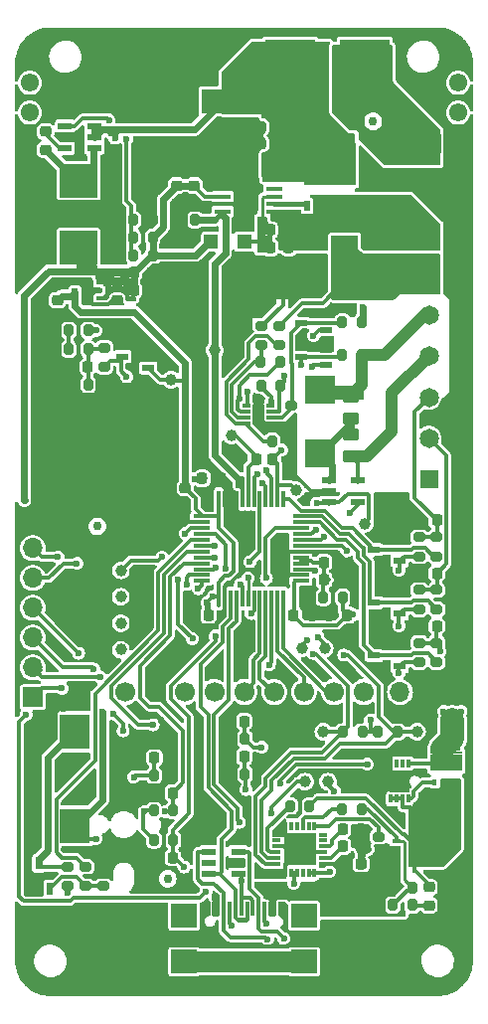
<source format=gbr>
%TF.GenerationSoftware,KiCad,Pcbnew,7.0.10*%
%TF.CreationDate,2024-04-25T21:35:37+02:00*%
%TF.ProjectId,AxxSolder,41787853-6f6c-4646-9572-2e6b69636164,rev?*%
%TF.SameCoordinates,Original*%
%TF.FileFunction,Copper,L2,Bot*%
%TF.FilePolarity,Positive*%
%FSLAX46Y46*%
G04 Gerber Fmt 4.6, Leading zero omitted, Abs format (unit mm)*
G04 Created by KiCad (PCBNEW 7.0.10) date 2024-04-25 21:35:37*
%MOMM*%
%LPD*%
G01*
G04 APERTURE LIST*
G04 Aperture macros list*
%AMRoundRect*
0 Rectangle with rounded corners*
0 $1 Rounding radius*
0 $2 $3 $4 $5 $6 $7 $8 $9 X,Y pos of 4 corners*
0 Add a 4 corners polygon primitive as box body*
4,1,4,$2,$3,$4,$5,$6,$7,$8,$9,$2,$3,0*
0 Add four circle primitives for the rounded corners*
1,1,$1+$1,$2,$3*
1,1,$1+$1,$4,$5*
1,1,$1+$1,$6,$7*
1,1,$1+$1,$8,$9*
0 Add four rect primitives between the rounded corners*
20,1,$1+$1,$2,$3,$4,$5,0*
20,1,$1+$1,$4,$5,$6,$7,0*
20,1,$1+$1,$6,$7,$8,$9,0*
20,1,$1+$1,$8,$9,$2,$3,0*%
G04 Aperture macros list end*
%TA.AperFunction,ComponentPad*%
%ADD10C,1.700000*%
%TD*%
%TA.AperFunction,SMDPad,CuDef*%
%ADD11RoundRect,0.225000X0.225000X0.250000X-0.225000X0.250000X-0.225000X-0.250000X0.225000X-0.250000X0*%
%TD*%
%TA.AperFunction,SMDPad,CuDef*%
%ADD12R,3.200000X2.850000*%
%TD*%
%TA.AperFunction,SMDPad,CuDef*%
%ADD13R,0.400000X0.550000*%
%TD*%
%TA.AperFunction,SMDPad,CuDef*%
%ADD14R,0.400000X0.410000*%
%TD*%
%TA.AperFunction,SMDPad,CuDef*%
%ADD15R,2.750000X1.470000*%
%TD*%
%TA.AperFunction,SMDPad,CuDef*%
%ADD16R,2.750000X0.250000*%
%TD*%
%TA.AperFunction,SMDPad,CuDef*%
%ADD17C,1.000000*%
%TD*%
%TA.AperFunction,ComponentPad*%
%ADD18R,1.650000X1.650000*%
%TD*%
%TA.AperFunction,ComponentPad*%
%ADD19C,1.650000*%
%TD*%
%TA.AperFunction,SMDPad,CuDef*%
%ADD20R,1.050000X0.600000*%
%TD*%
%TA.AperFunction,SMDPad,CuDef*%
%ADD21RoundRect,0.200000X-0.200000X-0.275000X0.200000X-0.275000X0.200000X0.275000X-0.200000X0.275000X0*%
%TD*%
%TA.AperFunction,SMDPad,CuDef*%
%ADD22R,0.300000X1.475000*%
%TD*%
%TA.AperFunction,SMDPad,CuDef*%
%ADD23R,1.475000X0.300000*%
%TD*%
%TA.AperFunction,ComponentPad*%
%ADD24R,1.700000X1.700000*%
%TD*%
%TA.AperFunction,ComponentPad*%
%ADD25O,1.700000X1.700000*%
%TD*%
%TA.AperFunction,SMDPad,CuDef*%
%ADD26RoundRect,0.200000X0.275000X-0.200000X0.275000X0.200000X-0.275000X0.200000X-0.275000X-0.200000X0*%
%TD*%
%TA.AperFunction,SMDPad,CuDef*%
%ADD27RoundRect,0.225000X-0.250000X0.225000X-0.250000X-0.225000X0.250000X-0.225000X0.250000X0.225000X0*%
%TD*%
%TA.AperFunction,SMDPad,CuDef*%
%ADD28C,0.750000*%
%TD*%
%TA.AperFunction,SMDPad,CuDef*%
%ADD29RoundRect,0.200000X0.200000X0.275000X-0.200000X0.275000X-0.200000X-0.275000X0.200000X-0.275000X0*%
%TD*%
%TA.AperFunction,SMDPad,CuDef*%
%ADD30RoundRect,0.225000X-0.225000X-0.250000X0.225000X-0.250000X0.225000X0.250000X-0.225000X0.250000X0*%
%TD*%
%TA.AperFunction,SMDPad,CuDef*%
%ADD31RoundRect,0.225000X0.250000X-0.225000X0.250000X0.225000X-0.250000X0.225000X-0.250000X-0.225000X0*%
%TD*%
%TA.AperFunction,SMDPad,CuDef*%
%ADD32RoundRect,0.200000X-0.275000X0.200000X-0.275000X-0.200000X0.275000X-0.200000X0.275000X0.200000X0*%
%TD*%
%TA.AperFunction,SMDPad,CuDef*%
%ADD33R,1.200000X1.200000*%
%TD*%
%TA.AperFunction,SMDPad,CuDef*%
%ADD34R,2.500000X3.000000*%
%TD*%
%TA.AperFunction,SMDPad,CuDef*%
%ADD35RoundRect,0.250000X0.450000X-0.262500X0.450000X0.262500X-0.450000X0.262500X-0.450000X-0.262500X0*%
%TD*%
%TA.AperFunction,SMDPad,CuDef*%
%ADD36R,1.120000X1.220000*%
%TD*%
%TA.AperFunction,SMDPad,CuDef*%
%ADD37R,0.500000X0.925000*%
%TD*%
%TA.AperFunction,SMDPad,CuDef*%
%ADD38R,0.600000X0.800000*%
%TD*%
%TA.AperFunction,SMDPad,CuDef*%
%ADD39R,4.410000X3.655000*%
%TD*%
%TA.AperFunction,SMDPad,CuDef*%
%ADD40R,0.700000X0.300000*%
%TD*%
%TA.AperFunction,SMDPad,CuDef*%
%ADD41R,1.000000X1.700000*%
%TD*%
%TA.AperFunction,SMDPad,CuDef*%
%ADD42R,1.050000X0.500000*%
%TD*%
%TA.AperFunction,SMDPad,CuDef*%
%ADD43R,1.900000X3.450000*%
%TD*%
%TA.AperFunction,SMDPad,CuDef*%
%ADD44R,0.300000X1.150000*%
%TD*%
%TA.AperFunction,SMDPad,CuDef*%
%ADD45R,2.180000X2.000000*%
%TD*%
%TA.AperFunction,SMDPad,CuDef*%
%ADD46R,1.220000X1.120000*%
%TD*%
%TA.AperFunction,SMDPad,CuDef*%
%ADD47R,0.300000X0.800000*%
%TD*%
%TA.AperFunction,SMDPad,CuDef*%
%ADD48R,0.800000X0.300000*%
%TD*%
%TA.AperFunction,SMDPad,CuDef*%
%ADD49R,2.700000X2.700000*%
%TD*%
%TA.AperFunction,SMDPad,CuDef*%
%ADD50R,0.750000X0.400000*%
%TD*%
%TA.AperFunction,SMDPad,CuDef*%
%ADD51R,0.400000X0.530000*%
%TD*%
%TA.AperFunction,SMDPad,CuDef*%
%ADD52R,2.400000X2.450000*%
%TD*%
%TA.AperFunction,SMDPad,CuDef*%
%ADD53R,0.300000X0.750000*%
%TD*%
%TA.AperFunction,SMDPad,CuDef*%
%ADD54R,1.730000X1.850000*%
%TD*%
%TA.AperFunction,SMDPad,CuDef*%
%ADD55R,1.425000X0.450000*%
%TD*%
%TA.AperFunction,SMDPad,CuDef*%
%ADD56R,1.680000X1.880000*%
%TD*%
%TA.AperFunction,ComponentPad*%
%ADD57C,1.550000*%
%TD*%
%TA.AperFunction,SMDPad,CuDef*%
%ADD58R,4.250000X2.100000*%
%TD*%
%TA.AperFunction,SMDPad,CuDef*%
%ADD59R,4.240000X3.810000*%
%TD*%
%TA.AperFunction,SMDPad,CuDef*%
%ADD60R,0.600000X1.050000*%
%TD*%
%TA.AperFunction,SMDPad,CuDef*%
%ADD61R,1.200000X0.600000*%
%TD*%
%TA.AperFunction,SMDPad,CuDef*%
%ADD62R,2.500000X2.400000*%
%TD*%
%TA.AperFunction,SMDPad,CuDef*%
%ADD63R,0.600000X0.350000*%
%TD*%
%TA.AperFunction,SMDPad,CuDef*%
%ADD64R,1.100000X1.700000*%
%TD*%
%TA.AperFunction,ViaPad*%
%ADD65C,0.600000*%
%TD*%
%TA.AperFunction,Conductor*%
%ADD66C,0.300000*%
%TD*%
%TA.AperFunction,Conductor*%
%ADD67C,0.600000*%
%TD*%
%TA.AperFunction,Conductor*%
%ADD68C,1.000000*%
%TD*%
%TA.AperFunction,Conductor*%
%ADD69C,2.000000*%
%TD*%
%TA.AperFunction,Conductor*%
%ADD70C,0.450000*%
%TD*%
%TA.AperFunction,Conductor*%
%ADD71C,0.350000*%
%TD*%
%TA.AperFunction,Conductor*%
%ADD72C,1.200000*%
%TD*%
%TA.AperFunction,Conductor*%
%ADD73C,1.500000*%
%TD*%
%TA.AperFunction,Conductor*%
%ADD74C,0.250000*%
%TD*%
%TA.AperFunction,Conductor*%
%ADD75C,0.220000*%
%TD*%
%TA.AperFunction,Conductor*%
%ADD76C,1.800000*%
%TD*%
G04 APERTURE END LIST*
D10*
%TO.P,U1,2,3V3*%
%TO.N,+3.3V*%
X170360000Y-124100000D03*
%TO.P,U1,3,GND*%
%TO.N,GND*%
X172900000Y-124100000D03*
%TO.P,U1,4,SCK*%
%TO.N,/SPI_SCK*%
X175440000Y-124100000D03*
%TO.P,U1,5,NC*%
%TO.N,unconnected-(U1-NC-Pad5)*%
X177980000Y-124100000D03*
%TO.P,U1,6,MOSI*%
%TO.N,/SPI_MOSI*%
X180520000Y-124100000D03*
%TO.P,U1,7,CS*%
%TO.N,/SPI_CS*%
X183060000Y-124100000D03*
%TO.P,U1,8,RST*%
%TO.N,/SPI_RST*%
X185600000Y-124100000D03*
%TO.P,U1,9,DC*%
%TO.N,/SPI_DC*%
X188140000Y-124100000D03*
%TO.P,U1,10,SDCS*%
%TO.N,/SD_CS*%
X190680000Y-124100000D03*
%TD*%
D11*
%TO.P,C23,1*%
%TO.N,/SW3*%
X180525000Y-126600000D03*
%TO.P,C23,2*%
%TO.N,GND*%
X178975000Y-126600000D03*
%TD*%
D12*
%TO.P,L1,1*%
%TO.N,Net-(IC3-SW)*%
X166400000Y-80550000D03*
%TO.P,L1,2*%
%TO.N,+7.5V*%
X166400000Y-86250000D03*
%TD*%
D13*
%TO.P,Q2,1,S*%
%TO.N,/VDD_IN_USBCPD*%
X198700000Y-131790000D03*
X198050000Y-131790000D03*
X197400000Y-131790000D03*
%TO.P,Q2,4,G*%
%TO.N,Net-(IC7-GATE)*%
X196750000Y-131790000D03*
D14*
%TO.P,Q2,5,D*%
%TO.N,/VDD_IN*%
X198700000Y-128920000D03*
X198050000Y-128920000D03*
D15*
X197725000Y-130110000D03*
D16*
X197725000Y-129250000D03*
D14*
X197400000Y-128920000D03*
X196750000Y-128920000D03*
%TD*%
D17*
%TO.P,TP2,1,1*%
%TO.N,/CC2_*%
X185427179Y-120400000D03*
%TD*%
%TO.P,TP6,1,1*%
%TO.N,/USR2*%
X170000000Y-116000000D03*
%TD*%
D11*
%TO.P,C6,1*%
%TO.N,/CURRENT*%
X181525000Y-104250000D03*
%TO.P,C6,2*%
%TO.N,GND*%
X179975000Y-104250000D03*
%TD*%
D18*
%TO.P,J2,1,1*%
%TO.N,/S_sense*%
X196250000Y-106000000D03*
D19*
%TO.P,J2,2,2*%
%TO.N,/H_sense2*%
X196250000Y-102500000D03*
%TO.P,J2,3,3*%
%TO.N,/H_sense1*%
X196250000Y-99000000D03*
%TO.P,J2,4,4*%
%TO.N,Earth*%
X196250000Y-95500000D03*
%TO.P,J2,5,5*%
%TO.N,/GREEN*%
X196250000Y-92000000D03*
%TO.P,J2,6,6*%
%TO.N,/BLUE*%
X196250000Y-88500000D03*
%TO.P,J2,7,7*%
%TO.N,/RED*%
X196250000Y-85000000D03*
%TO.P,J2,8,8*%
%TO.N,GND*%
X196250000Y-81500000D03*
%TO.P,J2,9,9*%
%TO.N,/VDD_IN*%
X196250000Y-78000000D03*
%TD*%
D17*
%TO.P,TP9,1,1*%
%TO.N,/I_LEAK*%
X190800000Y-109750000D03*
%TD*%
D20*
%TO.P,D6,1,A*%
%TO.N,GND*%
X193762500Y-115535000D03*
%TO.P,D6,2,K*%
%TO.N,+3.3V*%
X193762500Y-117435000D03*
%TO.P,D6,3,common*%
%TO.N,/Handle_inp2*%
X191562500Y-116485000D03*
%TD*%
D21*
%TO.P,R30,1*%
%TO.N,/SW1*%
X172825000Y-131200000D03*
%TO.P,R30,2*%
%TO.N,GND*%
X174475000Y-131200000D03*
%TD*%
%TO.P,R7,1*%
%TO.N,Net-(IC3-FB)*%
X171075000Y-85400000D03*
%TO.P,R7,2*%
%TO.N,+7.5V*%
X172725000Y-85400000D03*
%TD*%
D22*
%TO.P,IC4,1,VBAT*%
%TO.N,+3.3V*%
X178350000Y-107662000D03*
%TO.P,IC4,2,PC13*%
%TO.N,GND*%
X178850000Y-107662000D03*
%TO.P,IC4,3,PC14_-_OSC32_IN*%
X179350000Y-107662000D03*
%TO.P,IC4,4,PC15_-_OSC32_OUT*%
X179850000Y-107662000D03*
%TO.P,IC4,5,PF0_-_OSC_IN*%
%TO.N,/Heater*%
X180350000Y-107662000D03*
%TO.P,IC4,6,PF1_-_OSC_OUT*%
%TO.N,/CURRENT*%
X180850000Y-107662000D03*
%TO.P,IC4,7,PG10_-_NRST*%
%TO.N,/NRST*%
X181350000Y-107662000D03*
%TO.P,IC4,8,PA0*%
%TO.N,/ENC_A*%
X181850000Y-107662000D03*
%TO.P,IC4,9,PA1*%
%TO.N,/I_LEAK*%
X182350000Y-107662000D03*
%TO.P,IC4,10,PA2*%
%TO.N,/VBUS_IN*%
X182850000Y-107662000D03*
%TO.P,IC4,11,PA3*%
%TO.N,/TC*%
X183350000Y-107662000D03*
%TO.P,IC4,12,PA4*%
%TO.N,/Handle_inp1*%
X183850000Y-107662000D03*
D23*
%TO.P,IC4,13,PA5*%
%TO.N,/Handle_inp2*%
X185338000Y-109150000D03*
%TO.P,IC4,14,PA6*%
%TO.N,/Stand_inp*%
X185338000Y-109650000D03*
%TO.P,IC4,15,PA7*%
%TO.N,/SW2*%
X185338000Y-110150000D03*
%TO.P,IC4,16,PB0*%
%TO.N,/USR2*%
X185338000Y-110650000D03*
%TO.P,IC4,17,PB1*%
%TO.N,/USR3*%
X185338000Y-111150000D03*
%TO.P,IC4,18,PB2*%
%TO.N,/USR4*%
X185338000Y-111650000D03*
%TO.P,IC4,19,VSSA*%
%TO.N,GND*%
X185338000Y-112150000D03*
%TO.P,IC4,20,VREF+*%
%TO.N,/VCCA*%
X185338000Y-112650000D03*
%TO.P,IC4,21,VDDA*%
X185338000Y-113150000D03*
%TO.P,IC4,22,PB10*%
%TO.N,/SD_CS*%
X185338000Y-113650000D03*
%TO.P,IC4,23,VSS_1*%
%TO.N,GND*%
X185338000Y-114150000D03*
%TO.P,IC4,24,VDD_1*%
%TO.N,+3.3V*%
X185338000Y-114650000D03*
D22*
%TO.P,IC4,25,PB11*%
%TO.N,/SPI_DC*%
X183850000Y-116138000D03*
%TO.P,IC4,26,PB12*%
%TO.N,/SPI_RST*%
X183350000Y-116138000D03*
%TO.P,IC4,27,PB13*%
%TO.N,/SPI_SCK*%
X182850000Y-116138000D03*
%TO.P,IC4,28,PB14*%
%TO.N,/SPI_CS*%
X182350000Y-116138000D03*
%TO.P,IC4,29,PB15*%
%TO.N,/SPI_MOSI*%
X181850000Y-116138000D03*
%TO.P,IC4,30,PA8*%
%TO.N,/USR1*%
X181350000Y-116138000D03*
%TO.P,IC4,31,PA9*%
%TO.N,/USART_TX*%
X180850000Y-116138000D03*
%TO.P,IC4,32,PA10*%
%TO.N,/USART_RX*%
X180350000Y-116138000D03*
%TO.P,IC4,33,PA11*%
%TO.N,/USB_D-*%
X179850000Y-116138000D03*
%TO.P,IC4,34,PA12*%
%TO.N,/USB_D+*%
X179350000Y-116138000D03*
%TO.P,IC4,35,VSS_2*%
%TO.N,GND*%
X178850000Y-116138000D03*
%TO.P,IC4,36,VDD_2*%
%TO.N,+3.3V*%
X178350000Y-116138000D03*
D23*
%TO.P,IC4,37,PA13*%
%TO.N,/SWDIO*%
X176862000Y-114650000D03*
%TO.P,IC4,38,PA14*%
%TO.N,/SWCLK*%
X176862000Y-114150000D03*
%TO.P,IC4,39,PA15*%
%TO.N,/SCL*%
X176862000Y-113650000D03*
%TO.P,IC4,40,PB3*%
%TO.N,/ENC_B*%
X176862000Y-113150000D03*
%TO.P,IC4,41,PB4*%
%TO.N,/CC2_*%
X176862000Y-112650000D03*
%TO.P,IC4,42,PB5*%
%TO.N,/SW1*%
X176862000Y-112150000D03*
%TO.P,IC4,43,PB6*%
%TO.N,/CC1_*%
X176862000Y-111650000D03*
%TO.P,IC4,44,PB7*%
%TO.N,/Buzzer*%
X176862000Y-111150000D03*
%TO.P,IC4,45,PB8-BOOT0*%
%TO.N,/SW3*%
X176862000Y-110650000D03*
%TO.P,IC4,46,PB9*%
%TO.N,/SDA*%
X176862000Y-110150000D03*
%TO.P,IC4,47,VSS_3*%
%TO.N,GND*%
X176862000Y-109650000D03*
%TO.P,IC4,48,VDD_3*%
%TO.N,+3.3V*%
X176862000Y-109150000D03*
%TD*%
D24*
%TO.P,J3,1,Pin_1*%
%TO.N,GND*%
X196325000Y-124100000D03*
D25*
%TO.P,J3,2,Pin_2*%
%TO.N,/USR4*%
X193785000Y-124100000D03*
%TD*%
D26*
%TO.P,R37,1*%
%TO.N,Net-(Q3-G)*%
X168500000Y-140625000D03*
%TO.P,R37,2*%
%TO.N,GND*%
X168500000Y-138975000D03*
%TD*%
D27*
%TO.P,C32,1*%
%TO.N,+7.5V*%
X174750000Y-80975000D03*
%TO.P,C32,2*%
%TO.N,GND*%
X174750000Y-82525000D03*
%TD*%
D21*
%TO.P,FB1,1*%
%TO.N,/VCCA*%
X187250000Y-116050000D03*
%TO.P,FB1,2*%
%TO.N,+3.3V*%
X188900000Y-116050000D03*
%TD*%
%TO.P,R8,1*%
%TO.N,Net-(IC3-FB)*%
X171075000Y-86900000D03*
%TO.P,R8,2*%
%TO.N,+7.5V*%
X172725000Y-86900000D03*
%TD*%
%TO.P,R15,1*%
%TO.N,Net-(IC6-VBUS_EN_SNK)*%
X188875000Y-134050000D03*
%TO.P,R15,2*%
%TO.N,Net-(Q1-G)*%
X190525000Y-134050000D03*
%TD*%
D26*
%TO.P,R25,1*%
%TO.N,/Handle_inp2*%
X196912500Y-117060000D03*
%TO.P,R25,2*%
%TO.N,/H_sense2*%
X196912500Y-115410000D03*
%TD*%
D28*
%TO.P,FID3,*%
%TO.N,*%
X191500000Y-75500000D03*
%TD*%
D29*
%TO.P,R11,1*%
%TO.N,GND*%
X172725000Y-83900000D03*
%TO.P,R11,2*%
%TO.N,Net-(IC3-FB)*%
X171075000Y-83900000D03*
%TD*%
D30*
%TO.P,C11,1*%
%TO.N,/VBUS*%
X188925000Y-138750000D03*
%TO.P,C11,2*%
%TO.N,GND*%
X190475000Y-138750000D03*
%TD*%
D11*
%TO.P,C7,1*%
%TO.N,GND*%
X172675000Y-89900000D03*
%TO.P,C7,2*%
%TO.N,+7.5V*%
X171125000Y-89900000D03*
%TD*%
D31*
%TO.P,C5,1*%
%TO.N,GND*%
X169400000Y-77900000D03*
%TO.P,C5,2*%
%TO.N,VDD*%
X169400000Y-76350000D03*
%TD*%
D24*
%TO.P,J4,1,Pin_1*%
%TO.N,GND*%
X162500000Y-109310000D03*
D25*
%TO.P,J4,2,Pin_2*%
%TO.N,+3.3V*%
X162500000Y-111850000D03*
%TO.P,J4,3,Pin_3*%
%TO.N,/NRST*%
X162500000Y-114390000D03*
%TO.P,J4,4,Pin_4*%
%TO.N,/SWCLK*%
X162500000Y-116930000D03*
%TO.P,J4,5,Pin_5*%
%TO.N,/SWDIO*%
X162500000Y-119470000D03*
%TO.P,J4,6,Pin_6*%
%TO.N,/USART_TX*%
X162500000Y-122010000D03*
%TD*%
D30*
%TO.P,C16,1*%
%TO.N,+3.3V*%
X184725000Y-117550000D03*
%TO.P,C16,2*%
%TO.N,GND*%
X186275000Y-117550000D03*
%TD*%
D32*
%TO.P,R28,1*%
%TO.N,Net-(C24-Pad1)*%
X168600000Y-94775000D03*
%TO.P,R28,2*%
%TO.N,/VBUS_IN*%
X168600000Y-96425000D03*
%TD*%
%TO.P,R14,1*%
%TO.N,Net-(IC6-VBUS_VS_DISCH)*%
X191950000Y-136425000D03*
%TO.P,R14,2*%
%TO.N,/VBUS*%
X191950000Y-138075000D03*
%TD*%
D33*
%TO.P,D10,1*%
%TO.N,/RED*%
X186800000Y-85800000D03*
%TO.P,D10,2*%
%TO.N,/BLUE*%
X189600000Y-85800000D03*
%TD*%
D21*
%TO.P,R36,1*%
%TO.N,+3.3V*%
X172825000Y-136710000D03*
%TO.P,R36,2*%
%TO.N,/ENC_A*%
X174475000Y-136710000D03*
%TD*%
D34*
%TO.P,LS1,1,-*%
%TO.N,Net-(LS1--)*%
X166100000Y-127500000D03*
%TO.P,LS1,2,+*%
%TO.N,+7.5V*%
X166100000Y-135500000D03*
%TD*%
D17*
%TO.P,TP15,1,1*%
%TO.N,/SCL*%
X187250000Y-127500000D03*
%TD*%
D11*
%TO.P,C30,1*%
%TO.N,/RED*%
X184275000Y-84750000D03*
%TO.P,C30,2*%
%TO.N,/BOOST*%
X182725000Y-84750000D03*
%TD*%
D30*
%TO.P,C35,1*%
%TO.N,GND*%
X181925000Y-76000000D03*
%TO.P,C35,2*%
%TO.N,VDD*%
X183475000Y-76000000D03*
%TD*%
D17*
%TO.P,TP8,1,1*%
%TO.N,/CC2*%
X185700000Y-131750000D03*
%TD*%
D35*
%TO.P,R45,1*%
%TO.N,Earth*%
X189600000Y-104025000D03*
%TO.P,R45,2*%
%TO.N,Net-(IC9-IN+)*%
X189600000Y-102200000D03*
%TD*%
D36*
%TO.P,D3,1,K*%
%TO.N,/VBUS*%
X189000000Y-141200000D03*
%TO.P,D3,2,A*%
%TO.N,GND*%
X189000000Y-144200000D03*
%TD*%
D17*
%TO.P,TP4,1,1*%
%TO.N,/USR1*%
X170000000Y-113750000D03*
%TD*%
D29*
%TO.P,R1,1*%
%TO.N,/RED*%
X190525000Y-92600000D03*
%TO.P,R1,2*%
%TO.N,Net-(IC2A-+)*%
X188875000Y-92600000D03*
%TD*%
%TO.P,R32,1*%
%TO.N,/SW3*%
X180575000Y-128100000D03*
%TO.P,R32,2*%
%TO.N,GND*%
X178925000Y-128100000D03*
%TD*%
D11*
%TO.P,C14,1*%
%TO.N,GND*%
X178475000Y-105900000D03*
%TO.P,C14,2*%
%TO.N,/NRST*%
X176925000Y-105900000D03*
%TD*%
D37*
%TO.P,U3,1,S*%
%TO.N,/RED*%
X189700000Y-82700000D03*
X188430000Y-82700000D03*
X187160000Y-82700000D03*
%TO.P,U3,9,G*%
%TO.N,Net-(IC8-TG)*%
X185890000Y-82700000D03*
D38*
%TO.P,U3,10,D*%
%TO.N,VDD*%
X189700000Y-76910000D03*
X188430000Y-76910000D03*
D39*
X187795000Y-79135000D03*
D38*
X187160000Y-76910000D03*
X185890000Y-76910000D03*
%TD*%
D26*
%TO.P,R23,1*%
%TO.N,+7.5V*%
X165500000Y-140625000D03*
%TO.P,R23,2*%
%TO.N,Net-(LS1--)*%
X165500000Y-138975000D03*
%TD*%
D40*
%TO.P,IC2,1*%
%TO.N,/TC*%
X182775000Y-99750000D03*
%TO.P,IC2,2,-*%
%TO.N,Net-(IC2A--)*%
X182775000Y-100250000D03*
%TO.P,IC2,3,+*%
%TO.N,Net-(IC2A-+)*%
X182775000Y-100750000D03*
%TO.P,IC2,4,V-*%
%TO.N,GND*%
X182775000Y-101250000D03*
%TO.P,IC2,5,+*%
%TO.N,Net-(IC2B-+)*%
X180675000Y-101250000D03*
%TO.P,IC2,6,-*%
%TO.N,Net-(IC2B--)*%
X180675000Y-100750000D03*
%TO.P,IC2,7*%
%TO.N,/CURRENT*%
X180675000Y-100250000D03*
%TO.P,IC2,8,V+*%
%TO.N,+3.3V*%
X180675000Y-99750000D03*
D41*
%TO.P,IC2,9,THERMAL_PAD*%
%TO.N,GND*%
X181725000Y-100500000D03*
%TD*%
D30*
%TO.P,C19,1*%
%TO.N,/VCCA*%
X187300000Y-114550000D03*
%TO.P,C19,2*%
%TO.N,GND*%
X188850000Y-114550000D03*
%TD*%
D29*
%TO.P,R31,1*%
%TO.N,/SW2*%
X180575000Y-131100000D03*
%TO.P,R31,2*%
%TO.N,GND*%
X178925000Y-131100000D03*
%TD*%
D20*
%TO.P,D8,1,A*%
%TO.N,GND*%
X193762500Y-120035000D03*
%TO.P,D8,2,K*%
%TO.N,+3.3V*%
X193762500Y-121935000D03*
%TO.P,D8,3,common*%
%TO.N,/Stand_inp*%
X191562500Y-120985000D03*
%TD*%
D26*
%TO.P,R18,1*%
%TO.N,+3.3V*%
X195412500Y-121560000D03*
%TO.P,R18,2*%
%TO.N,/S_sense*%
X195412500Y-119910000D03*
%TD*%
D32*
%TO.P,R34,1*%
%TO.N,/Buzzer*%
X167000000Y-138975000D03*
%TO.P,R34,2*%
%TO.N,Net-(Q3-G)*%
X167000000Y-140625000D03*
%TD*%
D28*
%TO.P,FID1,*%
%TO.N,*%
X168000000Y-110000000D03*
%TD*%
D24*
%TO.P,TP13,1,1*%
%TO.N,/USART_RX*%
X162500000Y-124550000D03*
%TD*%
D11*
%TO.P,C8,1*%
%TO.N,GND*%
X172675000Y-88400000D03*
%TO.P,C8,2*%
%TO.N,+7.5V*%
X171125000Y-88400000D03*
%TD*%
%TO.P,C25,1*%
%TO.N,/S_sense*%
X196937500Y-118485000D03*
%TO.P,C25,2*%
%TO.N,GND*%
X195387500Y-118485000D03*
%TD*%
D17*
%TO.P,TP16,1,1*%
%TO.N,/SDA*%
X195250000Y-127500000D03*
%TD*%
D21*
%TO.P,R26,1*%
%TO.N,/SCL*%
X188925000Y-127500000D03*
%TO.P,R26,2*%
%TO.N,+3.3V*%
X190575000Y-127500000D03*
%TD*%
D26*
%TO.P,R22,1*%
%TO.N,/Handle_inp1*%
X196912500Y-112560000D03*
%TO.P,R22,2*%
%TO.N,/H_sense1*%
X196912500Y-110910000D03*
%TD*%
D29*
%TO.P,R12,1*%
%TO.N,Net-(Q1-G)*%
X194825000Y-140750000D03*
%TO.P,R12,2*%
%TO.N,/VBUS*%
X193175000Y-140750000D03*
%TD*%
D42*
%TO.P,D2,1*%
%TO.N,GND*%
X187450000Y-94950000D03*
%TO.P,D2,2*%
%TO.N,+3.3V*%
X187450000Y-96250000D03*
%TO.P,D2,3*%
%TO.N,Net-(IC2A--)*%
X185350000Y-95600000D03*
%TD*%
D43*
%TO.P,R42,1*%
%TO.N,/BLUE*%
X189200000Y-89000000D03*
%TO.P,R42,2*%
%TO.N,GND*%
X183800000Y-89000000D03*
%TD*%
D29*
%TO.P,R10,1*%
%TO.N,/CURRENT*%
X183575000Y-96000000D03*
%TO.P,R10,2*%
%TO.N,Net-(IC2B--)*%
X181925000Y-96000000D03*
%TD*%
D33*
%TO.P,D9,1*%
%TO.N,/BOOST*%
X180500000Y-85750000D03*
%TO.P,D9,2*%
%TO.N,+7.5V*%
X177700000Y-85750000D03*
%TD*%
D30*
%TO.P,C34,1*%
%TO.N,GND*%
X181925000Y-77400000D03*
%TO.P,C34,2*%
%TO.N,VDD*%
X183475000Y-77400000D03*
%TD*%
D29*
%TO.P,R5,1*%
%TO.N,/GREEN*%
X190525000Y-95400000D03*
%TO.P,R5,2*%
%TO.N,Net-(IC2A--)*%
X188875000Y-95400000D03*
%TD*%
D44*
%TO.P,J1,A1,GND*%
%TO.N,GND*%
X183850000Y-142572000D03*
%TO.P,J1,A4,VBUS*%
%TO.N,/VBUS*%
X183050000Y-142572000D03*
%TO.P,J1,A5,CC1*%
%TO.N,/CC1*%
X181750000Y-142572000D03*
%TO.P,J1,A6,D+*%
%TO.N,/USB_D+*%
X180750000Y-142572000D03*
%TO.P,J1,A7,D-*%
%TO.N,/USB_D-*%
X180250000Y-142572000D03*
%TO.P,J1,A8,SBU1*%
%TO.N,/SWDIO*%
X179250000Y-142572000D03*
%TO.P,J1,A9,VBUS*%
%TO.N,/VBUS*%
X177950000Y-142572000D03*
%TO.P,J1,A12,GND*%
%TO.N,GND*%
X177150000Y-142572000D03*
%TO.P,J1,B1,GND*%
X177450000Y-142572000D03*
%TO.P,J1,B4,VBUS*%
%TO.N,/VBUS*%
X178250000Y-142572000D03*
%TO.P,J1,B5,CC2*%
%TO.N,/CC2*%
X178750000Y-142572000D03*
%TO.P,J1,B6,D+*%
%TO.N,/USB_D+*%
X179750000Y-142572000D03*
%TO.P,J1,B7,D-*%
%TO.N,/USB_D-*%
X181250000Y-142572000D03*
%TO.P,J1,B8,SBU2*%
%TO.N,/SWCLK*%
X182250000Y-142572000D03*
%TO.P,J1,B9,VBUS*%
%TO.N,/VBUS*%
X182750000Y-142572000D03*
%TO.P,J1,B12,GND*%
%TO.N,GND*%
X183550000Y-142572000D03*
D45*
%TO.P,J1,S1,SHIELD*%
%TO.N,unconnected-(J1-SHIELD-PadS1)*%
X185610000Y-147077000D03*
X185610000Y-143147000D03*
X175390000Y-147077000D03*
X175390000Y-143147000D03*
%TD*%
D29*
%TO.P,R33,1*%
%TO.N,Net-(C24-Pad1)*%
X167225000Y-97900000D03*
%TO.P,R33,2*%
%TO.N,GND*%
X165575000Y-97900000D03*
%TD*%
D17*
%TO.P,TP12,1,1*%
%TO.N,GND*%
X176600000Y-92500000D03*
%TD*%
D30*
%TO.P,C12,1*%
%TO.N,Net-(IC6-VREG_2V7)*%
X188925000Y-137240000D03*
%TO.P,C12,2*%
%TO.N,GND*%
X190475000Y-137240000D03*
%TD*%
D27*
%TO.P,C17,1*%
%TO.N,+3.3V*%
X175500000Y-106725000D03*
%TO.P,C17,2*%
%TO.N,GND*%
X175500000Y-108275000D03*
%TD*%
D30*
%TO.P,C13,1*%
%TO.N,Net-(IC6-VREG_1V2)*%
X188925000Y-135750000D03*
%TO.P,C13,2*%
%TO.N,GND*%
X190475000Y-135750000D03*
%TD*%
D31*
%TO.P,C2,1*%
%TO.N,+3.3V*%
X164600000Y-90750000D03*
%TO.P,C2,2*%
%TO.N,GND*%
X164600000Y-89200000D03*
%TD*%
D11*
%TO.P,C28,1*%
%TO.N,/ENC_B*%
X174425000Y-132700000D03*
%TO.P,C28,2*%
%TO.N,GND*%
X172875000Y-132700000D03*
%TD*%
D21*
%TO.P,R21,1*%
%TO.N,Net-(R21-Pad1)*%
X165575000Y-93300000D03*
%TO.P,R21,2*%
%TO.N,VDD*%
X167225000Y-93300000D03*
%TD*%
D30*
%TO.P,C21,1*%
%TO.N,/SW1*%
X172875000Y-129700000D03*
%TO.P,C21,2*%
%TO.N,GND*%
X174425000Y-129700000D03*
%TD*%
D26*
%TO.P,R29,1*%
%TO.N,/Stand_inp*%
X196912500Y-121560000D03*
%TO.P,R29,2*%
%TO.N,/S_sense*%
X196912500Y-119910000D03*
%TD*%
D21*
%TO.P,R17,1*%
%TO.N,Net-(IC6-DISCH)*%
X184425000Y-133800000D03*
%TO.P,R17,2*%
%TO.N,/VDD_IN_USBCPD*%
X186075000Y-133800000D03*
%TD*%
D29*
%TO.P,R38,1*%
%TO.N,/Heater*%
X176325000Y-83900000D03*
%TO.P,R38,2*%
%TO.N,GND*%
X174675000Y-83900000D03*
%TD*%
D11*
%TO.P,C29,1*%
%TO.N,/ENC_A*%
X174425000Y-138200000D03*
%TO.P,C29,2*%
%TO.N,GND*%
X172875000Y-138200000D03*
%TD*%
D46*
%TO.P,D4,1,K*%
%TO.N,VDD*%
X183400000Y-79300000D03*
%TO.P,D4,2,A*%
%TO.N,GND*%
X180400000Y-79300000D03*
%TD*%
D21*
%TO.P,R3,1*%
%TO.N,Net-(IC2B-+)*%
X182900000Y-102750000D03*
%TO.P,R3,2*%
%TO.N,GND*%
X184550000Y-102750000D03*
%TD*%
D47*
%TO.P,IC6,1,CC1DB*%
%TO.N,/CC1*%
X186500000Y-139500000D03*
%TO.P,IC6,2,CC1*%
X186000000Y-139500000D03*
%TO.P,IC6,3*%
%TO.N,N/C*%
X185500000Y-139500000D03*
%TO.P,IC6,4,CC2*%
%TO.N,/CC2*%
X185000000Y-139500000D03*
%TO.P,IC6,5,CC2DB*%
X184500000Y-139500000D03*
%TO.P,IC6,6,RESET*%
%TO.N,GND*%
X184000000Y-139500000D03*
D48*
%TO.P,IC6,7,SCL*%
%TO.N,/SCL*%
X183250000Y-138750000D03*
%TO.P,IC6,8,SDA*%
%TO.N,/SDA*%
X183250000Y-138250000D03*
%TO.P,IC6,9,DISCH*%
%TO.N,Net-(IC6-DISCH)*%
X183250000Y-137750000D03*
%TO.P,IC6,10,GND*%
%TO.N,GND*%
X183250000Y-137250000D03*
%TO.P,IC6,11*%
%TO.N,N/C*%
X183250000Y-136750000D03*
%TO.P,IC6,12,ADDR0*%
%TO.N,GND*%
X183250000Y-136250000D03*
D47*
%TO.P,IC6,13,ADDR1*%
X184000000Y-135500000D03*
%TO.P,IC6,14*%
%TO.N,N/C*%
X184500000Y-135500000D03*
%TO.P,IC6,15*%
X185000000Y-135500000D03*
%TO.P,IC6,16,VBUS_EN_SNK*%
%TO.N,Net-(IC6-VBUS_EN_SNK)*%
X185500000Y-135500000D03*
%TO.P,IC6,17*%
%TO.N,N/C*%
X186000000Y-135500000D03*
%TO.P,IC6,18,VBUS_VS_DISCH*%
%TO.N,Net-(IC6-VBUS_VS_DISCH)*%
X186500000Y-135500000D03*
D48*
%TO.P,IC6,19*%
%TO.N,N/C*%
X187250000Y-136250000D03*
%TO.P,IC6,20*%
X187250000Y-136750000D03*
%TO.P,IC6,21,VREG_1V2*%
%TO.N,Net-(IC6-VREG_1V2)*%
X187250000Y-137250000D03*
%TO.P,IC6,22,VSYS*%
%TO.N,GND*%
X187250000Y-137750000D03*
%TO.P,IC6,23,VREG_2V7*%
%TO.N,Net-(IC6-VREG_2V7)*%
X187250000Y-138250000D03*
%TO.P,IC6,24,VDD*%
%TO.N,/VBUS*%
X187250000Y-138750000D03*
D49*
%TO.P,IC6,25,EP*%
%TO.N,GND*%
X185250000Y-137500000D03*
%TD*%
D31*
%TO.P,C9,1*%
%TO.N,Net-(C9-Pad1)*%
X196250000Y-142275000D03*
%TO.P,C9,2*%
%TO.N,/VDD_IN_USBCPD*%
X196250000Y-140725000D03*
%TD*%
D17*
%TO.P,TP7,1,1*%
%TO.N,/CC1*%
X187650000Y-131750000D03*
%TD*%
D50*
%TO.P,Q1,1,S*%
%TO.N,/VBUS*%
X193475000Y-138725000D03*
X193475000Y-138075000D03*
X193475000Y-137425000D03*
%TO.P,Q1,4,G*%
%TO.N,Net-(Q1-G)*%
X193475000Y-136775000D03*
D51*
%TO.P,Q1,5,D*%
%TO.N,/VDD_IN_USBCPD*%
X195000000Y-139240000D03*
D52*
X195700000Y-137750000D03*
D51*
X195000000Y-136260000D03*
%TD*%
D17*
%TO.P,TP3,1,1*%
%TO.N,+3.3V*%
X174300000Y-97500000D03*
%TD*%
D11*
%TO.P,C22,1*%
%TO.N,/SW2*%
X180525000Y-129600000D03*
%TO.P,C22,2*%
%TO.N,GND*%
X178975000Y-129600000D03*
%TD*%
D53*
%TO.P,IC7,1,GATE*%
%TO.N,Net-(IC7-GATE)*%
X194500000Y-133200000D03*
%TO.P,IC7,2,SRC*%
%TO.N,/VDD_IN_USBCPD*%
X194000000Y-133200000D03*
%TO.P,IC7,3,IN*%
X193500000Y-133200000D03*
%TO.P,IC7,4,EN*%
X193000000Y-133200000D03*
%TO.P,IC7,5,GND*%
%TO.N,GND*%
X193000000Y-130200000D03*
%TO.P,IC7,6*%
%TO.N,N/C*%
X193500000Y-130200000D03*
%TO.P,IC7,7*%
X194000000Y-130200000D03*
%TO.P,IC7,8,OUT*%
%TO.N,/VDD_IN*%
X194500000Y-130200000D03*
D54*
%TO.P,IC7,9,EP*%
%TO.N,GND*%
X193750000Y-131700000D03*
%TD*%
D55*
%TO.P,IC8,1,INP*%
%TO.N,/Heater*%
X178676000Y-83200000D03*
%TO.P,IC8,2,GND_1*%
%TO.N,GND*%
X178676000Y-82550000D03*
%TO.P,IC8,3,VCC*%
%TO.N,+7.5V*%
X178676000Y-81900000D03*
%TO.P,IC8,4,GND_2*%
%TO.N,GND*%
X178676000Y-81250000D03*
%TO.P,IC8,5,NC*%
%TO.N,unconnected-(IC8-NC-Pad5)*%
X183100000Y-81250000D03*
%TO.P,IC8,6,BOOST*%
%TO.N,/BOOST*%
X183100000Y-81900000D03*
%TO.P,IC8,7,TG*%
%TO.N,Net-(IC8-TG)*%
X183100000Y-82550000D03*
%TO.P,IC8,8,TS*%
%TO.N,/RED*%
X183100000Y-83200000D03*
D56*
%TO.P,IC8,9,EP*%
%TO.N,GND*%
X180888000Y-82225000D03*
%TD*%
D57*
%TO.P,J6,1,Pin_1*%
%TO.N,unconnected-(J6-Pin_1-Pad1)*%
X198750000Y-72225000D03*
%TO.P,J6,2,Pin_2*%
%TO.N,unconnected-(J6-Pin_2-Pad2)*%
X198750000Y-74765000D03*
%TD*%
D31*
%TO.P,C10,1*%
%TO.N,GND*%
X191000000Y-144175000D03*
%TO.P,C10,2*%
%TO.N,/VBUS*%
X191000000Y-142625000D03*
%TD*%
D11*
%TO.P,C15,1*%
%TO.N,+3.3V*%
X177475000Y-117550000D03*
%TO.P,C15,2*%
%TO.N,GND*%
X175925000Y-117550000D03*
%TD*%
D26*
%TO.P,R19,1*%
%TO.N,+3.3V*%
X195412500Y-117060000D03*
%TO.P,R19,2*%
%TO.N,/H_sense2*%
X195412500Y-115410000D03*
%TD*%
D58*
%TO.P,C37,1*%
%TO.N,VDD*%
X179000000Y-73800000D03*
%TO.P,C37,2*%
%TO.N,GND*%
X171700000Y-73800000D03*
%TD*%
D20*
%TO.P,D7,1,A*%
%TO.N,GND*%
X172350000Y-94600000D03*
%TO.P,D7,2,K*%
%TO.N,+3.3V*%
X172350000Y-96500000D03*
%TO.P,D7,3,common*%
%TO.N,/VBUS_IN*%
X170150000Y-95550000D03*
%TD*%
D30*
%TO.P,C4,1*%
%TO.N,/TC*%
X182950000Y-104250000D03*
%TO.P,C4,2*%
%TO.N,GND*%
X184500000Y-104250000D03*
%TD*%
D27*
%TO.P,C1,1*%
%TO.N,+7.5V*%
X169700000Y-89200000D03*
%TO.P,C1,2*%
%TO.N,GND*%
X169700000Y-90750000D03*
%TD*%
D21*
%TO.P,R9,1*%
%TO.N,/TC*%
X181975000Y-98000000D03*
%TO.P,R9,2*%
%TO.N,Net-(IC2A--)*%
X183625000Y-98000000D03*
%TD*%
D30*
%TO.P,C18,1*%
%TO.N,/VCCA*%
X187300000Y-113050000D03*
%TO.P,C18,2*%
%TO.N,GND*%
X188850000Y-113050000D03*
%TD*%
D11*
%TO.P,C24,1*%
%TO.N,Net-(C24-Pad1)*%
X167175000Y-96400000D03*
%TO.P,C24,2*%
%TO.N,GND*%
X165625000Y-96400000D03*
%TD*%
D17*
%TO.P,TP11,1,1*%
%TO.N,/TC*%
X184900000Y-106900000D03*
%TD*%
D42*
%TO.P,D1,1*%
%TO.N,GND*%
X187450000Y-92000000D03*
%TO.P,D1,2*%
%TO.N,+3.3V*%
X187450000Y-93300000D03*
%TO.P,D1,3*%
%TO.N,Net-(IC2A-+)*%
X185350000Y-92650000D03*
%TD*%
D59*
%TO.P,F1,1,1*%
%TO.N,VDD*%
X184410000Y-70400000D03*
%TO.P,F1,2*%
%TO.N,/VDD_IN*%
X190790000Y-70400000D03*
%TD*%
D17*
%TO.P,TP5,1,1*%
%TO.N,/USR3*%
X170000000Y-118250000D03*
%TD*%
D60*
%TO.P,Q3,1,G*%
%TO.N,Net-(Q3-G)*%
X163950000Y-140900000D03*
%TO.P,Q3,2,S*%
%TO.N,GND*%
X162050000Y-140900000D03*
%TO.P,Q3,3,D*%
%TO.N,Net-(LS1--)*%
X163000000Y-138700000D03*
%TD*%
D61*
%TO.P,IC3,1,CB*%
%TO.N,Net-(IC3-CB)*%
X165250000Y-77800000D03*
%TO.P,IC3,2,GND*%
%TO.N,GND*%
X165250000Y-76850000D03*
%TO.P,IC3,3,FB*%
%TO.N,Net-(IC3-FB)*%
X165250000Y-75900000D03*
%TO.P,IC3,4,EN*%
%TO.N,VDD*%
X167750000Y-75900000D03*
%TO.P,IC3,5,VIN*%
X167750000Y-76850000D03*
%TO.P,IC3,6,SW*%
%TO.N,Net-(IC3-SW)*%
X167750000Y-77800000D03*
%TD*%
%TO.P,IC9,1,OUT*%
%TO.N,/I_LEAK*%
X187700000Y-107950000D03*
%TO.P,IC9,2,GND*%
%TO.N,GND*%
X187700000Y-107000000D03*
%TO.P,IC9,3,IN+*%
%TO.N,Net-(IC9-IN+)*%
X187700000Y-106050000D03*
%TO.P,IC9,4,IN-*%
%TO.N,Earth*%
X190200000Y-106050000D03*
%TO.P,IC9,5,VS*%
%TO.N,+3.3V*%
X190200000Y-107950000D03*
%TD*%
D11*
%TO.P,C31,1*%
%TO.N,/RED*%
X184300000Y-86260000D03*
%TO.P,C31,2*%
%TO.N,/BOOST*%
X182750000Y-86260000D03*
%TD*%
D26*
%TO.P,R6,1*%
%TO.N,Net-(IC2B--)*%
X182000000Y-94575000D03*
%TO.P,R6,2*%
%TO.N,GND*%
X182000000Y-92925000D03*
%TD*%
D21*
%TO.P,R13,1*%
%TO.N,Net-(Q1-G)*%
X193175000Y-142250000D03*
%TO.P,R13,2*%
%TO.N,Net-(C9-Pad1)*%
X194825000Y-142250000D03*
%TD*%
D32*
%TO.P,R2,1*%
%TO.N,Net-(IC2A-+)*%
X184475000Y-99675000D03*
%TO.P,R2,2*%
%TO.N,GND*%
X184475000Y-101325000D03*
%TD*%
D27*
%TO.P,C33,1*%
%TO.N,+7.5V*%
X176250000Y-80975000D03*
%TO.P,C33,2*%
%TO.N,GND*%
X176250000Y-82525000D03*
%TD*%
D62*
%TO.P,F2,1,1*%
%TO.N,Net-(IC9-IN+)*%
X187000000Y-103800000D03*
%TO.P,F2,2*%
%TO.N,/GREEN*%
X187000000Y-98400000D03*
%TD*%
D27*
%TO.P,C3,1*%
%TO.N,Net-(IC3-CB)*%
X163600000Y-76375000D03*
%TO.P,C3,2*%
%TO.N,Net-(IC3-SW)*%
X163600000Y-77925000D03*
%TD*%
D57*
%TO.P,J5,1,Pin_1*%
%TO.N,unconnected-(J5-Pin_1-Pad1)*%
X162250000Y-72225000D03*
%TO.P,J5,2,Pin_2*%
%TO.N,unconnected-(J5-Pin_2-Pad2)*%
X162250000Y-74765000D03*
%TD*%
D17*
%TO.P,TP10,1,1*%
%TO.N,/CURRENT*%
X179400000Y-102250000D03*
%TD*%
D11*
%TO.P,C26,1*%
%TO.N,/H_sense2*%
X196937500Y-113985000D03*
%TO.P,C26,2*%
%TO.N,GND*%
X195387500Y-113985000D03*
%TD*%
D20*
%TO.P,D5,1,A*%
%TO.N,GND*%
X193762500Y-111035000D03*
%TO.P,D5,2,K*%
%TO.N,+3.3V*%
X193762500Y-112935000D03*
%TO.P,D5,3,common*%
%TO.N,/Handle_inp1*%
X191562500Y-111985000D03*
%TD*%
D17*
%TO.P,TP14,1,1*%
%TO.N,/USR4*%
X170000000Y-120500000D03*
%TD*%
D29*
%TO.P,R35,1*%
%TO.N,/ENC_B*%
X174475000Y-134200000D03*
%TO.P,R35,2*%
%TO.N,+3.3V*%
X172825000Y-134200000D03*
%TD*%
D17*
%TO.P,TP1,1,1*%
%TO.N,/CC1_*%
X187372699Y-120395198D03*
%TD*%
D29*
%TO.P,R27,1*%
%TO.N,/SDA*%
X193575000Y-127500000D03*
%TO.P,R27,2*%
%TO.N,+3.3V*%
X191925000Y-127500000D03*
%TD*%
D26*
%TO.P,R20,1*%
%TO.N,+3.3V*%
X195412500Y-112560000D03*
%TO.P,R20,2*%
%TO.N,/H_sense1*%
X195412500Y-110910000D03*
%TD*%
D28*
%TO.P,FID2,*%
%TO.N,*%
X174000000Y-140000000D03*
%TD*%
D63*
%TO.P,IC1,1,OUT*%
%TO.N,+3.3V*%
X166100000Y-90550000D03*
%TO.P,IC1,2,SNS*%
X166100000Y-89900000D03*
%TO.P,IC1,3,GND_1*%
%TO.N,GND*%
X166100000Y-89250000D03*
%TO.P,IC1,4,EN*%
%TO.N,+7.5V*%
X168200000Y-89250000D03*
%TO.P,IC1,5,GND_2*%
%TO.N,GND*%
X168200000Y-89900000D03*
%TO.P,IC1,6,IN*%
%TO.N,+7.5V*%
X168200000Y-90550000D03*
D64*
%TO.P,IC1,7,EP*%
%TO.N,GND*%
X167150000Y-89900000D03*
%TD*%
D30*
%TO.P,C20,1*%
%TO.N,GND*%
X187725000Y-117550000D03*
%TO.P,C20,2*%
%TO.N,+3.3V*%
X189275000Y-117550000D03*
%TD*%
D32*
%TO.P,R4,1*%
%TO.N,/BLUE*%
X183500000Y-92925000D03*
%TO.P,R4,2*%
%TO.N,Net-(IC2B-+)*%
X183500000Y-94575000D03*
%TD*%
D17*
%TO.P,TP17,1,1*%
%TO.N,/Heater*%
X178000000Y-95000000D03*
%TD*%
D29*
%TO.P,R24,1*%
%TO.N,Net-(C24-Pad1)*%
X167225000Y-94900000D03*
%TO.P,R24,2*%
%TO.N,Net-(R21-Pad1)*%
X165575000Y-94900000D03*
%TD*%
D35*
%TO.P,R44,1*%
%TO.N,Net-(IC9-IN+)*%
X189600000Y-100800000D03*
%TO.P,R44,2*%
%TO.N,/GREEN*%
X189600000Y-98975000D03*
%TD*%
D61*
%TO.P,IC5,1,IO1*%
%TO.N,/CC1*%
X180000000Y-137700000D03*
%TO.P,IC5,2,GND*%
%TO.N,GND*%
X180000000Y-138650000D03*
%TO.P,IC5,3,IO2*%
%TO.N,/USB_D-*%
X180000000Y-139600000D03*
%TO.P,IC5,4,IO3*%
%TO.N,/USB_D+*%
X177500000Y-139600000D03*
%TO.P,IC5,5,NC*%
%TO.N,unconnected-(IC5-NC-Pad5)*%
X177500000Y-138650000D03*
%TO.P,IC5,6,IO4*%
%TO.N,/CC2*%
X177500000Y-137700000D03*
%TD*%
D11*
%TO.P,C27,1*%
%TO.N,/H_sense1*%
X196937500Y-109485000D03*
%TO.P,C27,2*%
%TO.N,GND*%
X195387500Y-109485000D03*
%TD*%
D65*
%TO.N,+3.3V*%
X189797120Y-117511531D03*
X186275000Y-96375000D03*
X191250000Y-126500000D03*
X189550000Y-108850000D03*
X177859620Y-115959620D03*
X180775000Y-98490313D03*
X186400000Y-93750000D03*
X172000000Y-134300000D03*
X177350000Y-116469240D03*
X193700000Y-122485000D03*
X193700000Y-118485000D03*
X174300000Y-97500000D03*
X191000000Y-130250000D03*
X164650000Y-112600000D03*
X193700000Y-113735000D03*
X183550250Y-131850251D03*
%TO.N,/ENC_B*%
X173800000Y-134300000D03*
%TO.N,/SWCLK*%
X182409620Y-143847000D03*
X166400000Y-120800000D03*
X175600000Y-114950000D03*
%TO.N,/SWDIO*%
X167710770Y-122150000D03*
X177250000Y-141100000D03*
X161949623Y-126026467D03*
X179400000Y-144000000D03*
X176600000Y-115300000D03*
%TO.N,/RED*%
X190625000Y-91375000D03*
%TO.N,/SPI_SCK*%
X182650000Y-121775266D03*
%TO.N,GND*%
X176800000Y-133200000D03*
X185460336Y-94763100D03*
X180800000Y-80400000D03*
X162500000Y-81500000D03*
X173450000Y-126500000D03*
X179600000Y-127400000D03*
X165850000Y-130200000D03*
X193500000Y-80750000D03*
X176850000Y-68000000D03*
X176600000Y-93500000D03*
X161750000Y-85250000D03*
X179400000Y-78200000D03*
X176600000Y-91500000D03*
X173850000Y-68000000D03*
X172200000Y-75200000D03*
X173700000Y-72000000D03*
X174600000Y-68700000D03*
X163500000Y-104000000D03*
X161750000Y-83750000D03*
X186000000Y-126000000D03*
X162500000Y-82250000D03*
X161750000Y-82250000D03*
X195904352Y-114480648D03*
X175200000Y-86100000D03*
X187400000Y-94250000D03*
X186750000Y-89500000D03*
X161750000Y-84500000D03*
X179400000Y-80400000D03*
X182250000Y-89500000D03*
X183952983Y-104258949D03*
X170100000Y-68700000D03*
X174700000Y-84500000D03*
X162500000Y-85250000D03*
X163000000Y-140000000D03*
X192750000Y-80750000D03*
X177600000Y-68000000D03*
X186750000Y-87750000D03*
X166050000Y-117700000D03*
X162500000Y-80750000D03*
X163500000Y-104750000D03*
X186750000Y-90250000D03*
X180200000Y-120700000D03*
X167200000Y-117700000D03*
X192900000Y-111035000D03*
X170850000Y-68000000D03*
X180800000Y-78200000D03*
X187500000Y-126000000D03*
X165100000Y-125499998D03*
X162500000Y-83000000D03*
X172950000Y-72000000D03*
X173100000Y-68000000D03*
X182700000Y-125900000D03*
X178700000Y-78200000D03*
X179200000Y-138650000D03*
X191250000Y-125500000D03*
X172950000Y-75200000D03*
X174600000Y-68000000D03*
X180950000Y-120700000D03*
X161750000Y-81500000D03*
X181500000Y-80400000D03*
X193500000Y-80000000D03*
X180750000Y-89500000D03*
X191075000Y-137500000D03*
X186000000Y-90250000D03*
X192900000Y-115535000D03*
X166600000Y-132800000D03*
X185250000Y-88500000D03*
X197258409Y-122485000D03*
X176600000Y-92500000D03*
X162250000Y-133000000D03*
X186100000Y-121600000D03*
X191800000Y-146700000D03*
X181500000Y-90300000D03*
X186750000Y-88500000D03*
X177600000Y-68700000D03*
X173850000Y-68700000D03*
X180900000Y-83500000D03*
X195000000Y-80750000D03*
X179506990Y-103593010D03*
X173700000Y-75200000D03*
X185250000Y-87750000D03*
X186545379Y-112300000D03*
X186400000Y-92000000D03*
X161750000Y-80000000D03*
X194250000Y-80750000D03*
X194250000Y-80000000D03*
X185250000Y-89500000D03*
X188250000Y-126000000D03*
X183400000Y-139500000D03*
X162500000Y-83750000D03*
X186000000Y-88500000D03*
X195000000Y-80000000D03*
X175350000Y-68700000D03*
X169200000Y-138600000D03*
X177005000Y-143017000D03*
X180100000Y-80400000D03*
X177931739Y-118550000D03*
X192550000Y-146700000D03*
X166000000Y-112400000D03*
X192750000Y-80000000D03*
X172350000Y-68700000D03*
X170100000Y-68000000D03*
X177200000Y-107800000D03*
X161750000Y-83000000D03*
X193300000Y-146700000D03*
X174100000Y-112000000D03*
X182250000Y-90300000D03*
X166533958Y-76850000D03*
X185250000Y-90250000D03*
X192900000Y-120035000D03*
X195909340Y-110006840D03*
X175900000Y-86100000D03*
X171450000Y-72000000D03*
X168850002Y-77502796D03*
X189800000Y-113800000D03*
X180300000Y-113600000D03*
X184019998Y-143200000D03*
X176100000Y-68000000D03*
X195893750Y-118991250D03*
X180100000Y-78200000D03*
X172350000Y-68000000D03*
X167400000Y-132800000D03*
X180750000Y-90300000D03*
X186000000Y-89500000D03*
X172100000Y-83900000D03*
X176100000Y-68700000D03*
X163500000Y-103250000D03*
X162500000Y-80000000D03*
X171600000Y-68000000D03*
X166600000Y-130200000D03*
X185250000Y-126000000D03*
X171450000Y-75200000D03*
X163500000Y-102500000D03*
X163000000Y-133000000D03*
X178200000Y-121700000D03*
X173100000Y-68700000D03*
X178700000Y-80400000D03*
X186000000Y-87750000D03*
X161750000Y-80750000D03*
X181500000Y-89500000D03*
X171600000Y-68700000D03*
X162500000Y-84500000D03*
X172200000Y-72000000D03*
X170850000Y-68700000D03*
X195750000Y-80000000D03*
X167150000Y-112400000D03*
X176850000Y-68700000D03*
X177000000Y-119400000D03*
X175350000Y-68000000D03*
%TO.N,/SD_CS*%
X186544057Y-113799916D03*
%TO.N,/NRST*%
X181664682Y-105515136D03*
X176300000Y-105950000D03*
X166252983Y-113158949D03*
%TO.N,/USB_D-*%
X180100000Y-135200000D03*
X180250000Y-140200000D03*
%TO.N,/VBUS*%
X178100000Y-141497000D03*
X182400000Y-141497000D03*
%TO.N,/SCL*%
X178067737Y-113475373D03*
X186415136Y-120864682D03*
%TO.N,/SDA*%
X175500000Y-110600000D03*
X189004670Y-120960431D03*
%TO.N,/VDD_IN*%
X197500000Y-127250000D03*
X197500000Y-125750000D03*
X197500000Y-126500000D03*
X198250000Y-125750000D03*
X198250000Y-126500000D03*
X199000000Y-127250000D03*
X199000000Y-126500000D03*
X199000000Y-125750000D03*
X198250000Y-127250000D03*
%TO.N,/CC2*%
X184750000Y-140400000D03*
X182500000Y-145147000D03*
X182827880Y-134427880D03*
%TO.N,/CC1*%
X188200000Y-132525000D03*
X183901893Y-145101893D03*
X187800000Y-139400000D03*
%TO.N,/SW1*%
X171100000Y-131350000D03*
X172750000Y-126900000D03*
%TO.N,/TC*%
X182800000Y-99400000D03*
X184900000Y-106900000D03*
X183700000Y-103500000D03*
%TO.N,/SW2*%
X182401168Y-114398832D03*
X180650000Y-132400000D03*
%TO.N,/SW3*%
X182000000Y-128801410D03*
X178949977Y-113569262D03*
%TO.N,/Heater*%
X178000000Y-95000000D03*
%TO.N,/ENC_A*%
X181001168Y-112998832D03*
X175400000Y-139000000D03*
X178050000Y-119341045D03*
%TO.N,Net-(IC2A--)*%
X183925000Y-97200000D03*
X185350000Y-96250000D03*
%TO.N,Net-(IC3-FB)*%
X170493927Y-77024177D03*
X169000000Y-75400000D03*
%TO.N,VDD*%
X169500510Y-76950000D03*
X167900000Y-93300000D03*
%TO.N,/USR1*%
X174866726Y-114566726D03*
X176103631Y-119554085D03*
X173500000Y-112600000D03*
X181116396Y-117416396D03*
X170000000Y-113750000D03*
%TO.N,/USR2*%
X186600000Y-110300000D03*
X170000000Y-116000000D03*
%TO.N,/USART_RX*%
X180200866Y-114942620D03*
X165000000Y-123800000D03*
X169350000Y-125950000D03*
X170200000Y-127400000D03*
%TO.N,/CURRENT*%
X179400000Y-102250000D03*
X180124542Y-99141941D03*
%TO.N,/USR3*%
X187290380Y-110909620D03*
X170000000Y-118250000D03*
%TO.N,/USR4*%
X170000000Y-120500000D03*
X189227120Y-112082880D03*
%TO.N,/VBUS_IN*%
X170500000Y-97250000D03*
X182400000Y-105200000D03*
%TO.N,/USART_TX*%
X180850000Y-114381291D03*
X168287166Y-122849431D03*
%TO.N,/CC2_*%
X185900000Y-119700000D03*
X178000000Y-112650000D03*
%TO.N,/CC1_*%
X186800000Y-119425000D03*
X178000000Y-111650000D03*
%TO.N,/S_sense*%
X197200000Y-120660000D03*
%TO.N,+7.5V*%
X168450000Y-125750000D03*
X167900000Y-136600000D03*
X165500000Y-141200000D03*
X161800000Y-107800000D03*
%TO.N,/I_LEAK*%
X190800000Y-109750000D03*
X182100000Y-106300000D03*
X186700000Y-108000000D03*
%TD*%
D66*
%TO.N,/SPI_CS*%
X182350000Y-121028553D02*
X181850000Y-121528553D01*
X181850000Y-122962000D02*
X183040000Y-124152000D01*
X182350000Y-116138000D02*
X182350000Y-121028553D01*
X181850000Y-121528553D02*
X181850000Y-122962000D01*
%TO.N,+3.3V*%
X175500000Y-107025000D02*
X175500000Y-106725000D01*
X184800000Y-114800000D02*
X184950000Y-114650000D01*
X193700000Y-118485000D02*
X193700000Y-117497500D01*
X172825000Y-134200000D02*
X172100000Y-134200000D01*
X176400000Y-108550000D02*
X176862000Y-109012000D01*
X186400000Y-96250000D02*
X186275000Y-96375000D01*
D67*
X171150000Y-91750000D02*
X166600000Y-91750000D01*
X166600000Y-91750000D02*
X166100000Y-91250000D01*
D66*
X184938367Y-130250000D02*
X191000000Y-130250000D01*
X190200000Y-108200000D02*
X189550000Y-108850000D01*
X178350000Y-110150000D02*
X178350000Y-107662000D01*
X178350000Y-109150000D02*
X176862000Y-109150000D01*
D67*
X175500000Y-106725000D02*
X175500000Y-96100000D01*
D66*
X189797120Y-117511531D02*
X189236531Y-117511531D01*
X164650000Y-112600000D02*
X163250000Y-112600000D01*
X191200000Y-127500000D02*
X191250000Y-127450000D01*
X163250000Y-112600000D02*
X162500000Y-111850000D01*
X179219216Y-114219262D02*
X179600000Y-113838478D01*
X178350000Y-114750000D02*
X178880738Y-114219262D01*
X194137500Y-117060000D02*
X193762500Y-117435000D01*
X184950000Y-114650000D02*
X185338000Y-114650000D01*
X180775000Y-99650000D02*
X180675000Y-99750000D01*
X185575000Y-118400000D02*
X184800000Y-117625000D01*
X189758651Y-117550000D02*
X189797120Y-117511531D01*
X172825000Y-136710000D02*
X171920000Y-135805000D01*
X186400000Y-93750000D02*
X186850000Y-93300000D01*
X189313469Y-117511531D02*
X188425000Y-118400000D01*
X193700000Y-122485000D02*
X193700000Y-121997500D01*
X172100000Y-134200000D02*
X172000000Y-134300000D01*
X179600000Y-111400000D02*
X178350000Y-110150000D01*
X189236531Y-117511531D02*
X188900000Y-117175000D01*
X194137500Y-112560000D02*
X193762500Y-112935000D01*
D67*
X166100000Y-91250000D02*
X166100000Y-90100000D01*
D66*
X183550250Y-131638117D02*
X184938367Y-130250000D01*
X166100000Y-89900000D02*
X166100000Y-90550000D01*
X191925000Y-127500000D02*
X190575000Y-127500000D01*
X175500000Y-97600000D02*
X175500000Y-97150000D01*
D67*
X164600000Y-90750000D02*
X164950000Y-90400000D01*
D66*
X178350000Y-116138000D02*
X178350000Y-114750000D01*
X195412500Y-117060000D02*
X194137500Y-117060000D01*
X176400000Y-107625000D02*
X176400000Y-108550000D01*
X177859620Y-115959620D02*
X178171620Y-115959620D01*
X190575000Y-127500000D02*
X191200000Y-127500000D01*
X185338000Y-114650000D02*
X185375000Y-114650000D01*
X178350000Y-116725000D02*
X178350000Y-116138000D01*
X175500000Y-106725000D02*
X176400000Y-107625000D01*
X178350000Y-107662000D02*
X178350000Y-109150000D01*
X189797120Y-117511531D02*
X189313469Y-117511531D01*
X193700000Y-121997500D02*
X193762500Y-121935000D01*
X177350000Y-116469240D02*
X177350000Y-117725000D01*
X195412500Y-121560000D02*
X194137500Y-121560000D01*
X191250000Y-127450000D02*
X191250000Y-126500000D01*
D67*
X165800000Y-90400000D02*
X166100000Y-90100000D01*
D66*
X171920000Y-134380000D02*
X172000000Y-134300000D01*
X171920000Y-135805000D02*
X171920000Y-134380000D01*
X190200000Y-107950000D02*
X190200000Y-108200000D01*
X188900000Y-117175000D02*
X188900000Y-116050000D01*
X173350000Y-97500000D02*
X172350000Y-96500000D01*
X183550250Y-131850251D02*
X183550250Y-131638117D01*
X179600000Y-113838478D02*
X179600000Y-111400000D01*
X174400000Y-97600000D02*
X175500000Y-97600000D01*
X189275000Y-117550000D02*
X189758651Y-117550000D01*
X194137500Y-121560000D02*
X193762500Y-121935000D01*
D67*
X164950000Y-90400000D02*
X165800000Y-90400000D01*
D66*
X174300000Y-97500000D02*
X174400000Y-97600000D01*
X180775000Y-98490313D02*
X180775000Y-99650000D01*
X184800000Y-117625000D02*
X184800000Y-114800000D01*
D67*
X175500000Y-96100000D02*
X171150000Y-91750000D01*
D66*
X177350000Y-116469240D02*
X177475000Y-116594240D01*
X174300000Y-97500000D02*
X173350000Y-97500000D01*
X195412500Y-112560000D02*
X194137500Y-112560000D01*
X188425000Y-118400000D02*
X185575000Y-118400000D01*
X178171620Y-115959620D02*
X178350000Y-116138000D01*
X176862000Y-109012000D02*
X176862000Y-109150000D01*
X193762500Y-113672500D02*
X193700000Y-113735000D01*
X193700000Y-117497500D02*
X193762500Y-117435000D01*
X177859620Y-115959620D02*
X177350000Y-116469240D01*
X187450000Y-96250000D02*
X186400000Y-96250000D01*
X193762500Y-112935000D02*
X193762500Y-113672500D01*
X177475000Y-116594240D02*
X177475000Y-117550000D01*
X186850000Y-93300000D02*
X187450000Y-93300000D01*
X178880738Y-114219262D02*
X179219216Y-114219262D01*
%TO.N,/ENC_B*%
X175300000Y-127400000D02*
X173252000Y-125352000D01*
X174400000Y-134150000D02*
X174400000Y-132700000D01*
X172382943Y-125352000D02*
X171636718Y-124605775D01*
X175364212Y-113150000D02*
X176862000Y-113150000D01*
X171636718Y-124605775D02*
X171636718Y-121863282D01*
X171636718Y-121863282D02*
X174200000Y-119300000D01*
X174400000Y-132700000D02*
X175300000Y-131800000D01*
X174200000Y-119300000D02*
X174200000Y-114314212D01*
X173252000Y-125352000D02*
X172382943Y-125352000D01*
X175300000Y-131800000D02*
X175300000Y-127400000D01*
X174200000Y-114314212D02*
X175364212Y-113150000D01*
X174350000Y-134300000D02*
X174400000Y-134250000D01*
X173800000Y-134300000D02*
X174350000Y-134300000D01*
%TO.N,/SWCLK*%
X175778424Y-114150000D02*
X176862000Y-114150000D01*
X175600000Y-114328424D02*
X175778424Y-114150000D01*
X166370000Y-120800000D02*
X162500000Y-116930000D01*
X166400000Y-120800000D02*
X166370000Y-120800000D01*
X182250000Y-143687380D02*
X182409620Y-143847000D01*
X175600000Y-114950000D02*
X175600000Y-114328424D01*
X182250000Y-142572000D02*
X182250000Y-143687380D01*
%TO.N,/SWDIO*%
X165719239Y-141900000D02*
X161700000Y-141900000D01*
X161300000Y-141500000D02*
X161300000Y-126676090D01*
X161700000Y-141900000D02*
X161300000Y-141500000D01*
X167710770Y-122150000D02*
X167560770Y-122000000D01*
X176862000Y-114650000D02*
X176862000Y-115038000D01*
X167560770Y-122000000D02*
X165030000Y-122000000D01*
X179250000Y-142572000D02*
X179250000Y-143850000D01*
X165972239Y-141647000D02*
X165719239Y-141900000D01*
X176703000Y-141647000D02*
X165972239Y-141647000D01*
X179250000Y-143850000D02*
X179400000Y-144000000D01*
X165030000Y-122000000D02*
X162500000Y-119470000D01*
X161300000Y-126676090D02*
X161949623Y-126026467D01*
X176862000Y-115038000D02*
X176600000Y-115300000D01*
X177250000Y-141100000D02*
X176703000Y-141647000D01*
%TO.N,/RED*%
X186800000Y-85800000D02*
X184760000Y-85800000D01*
X186800000Y-83260000D02*
X186960000Y-83100000D01*
X184275000Y-84750000D02*
X184275000Y-86235000D01*
X186960000Y-83100000D02*
X189900000Y-83100000D01*
X184250000Y-83750000D02*
X186737500Y-83750000D01*
X184760000Y-85800000D02*
X184300000Y-86260000D01*
D67*
X190625000Y-92500000D02*
X190525000Y-92600000D01*
D66*
X183100000Y-83200000D02*
X183650000Y-83750000D01*
D67*
X190625000Y-91375000D02*
X190625000Y-92500000D01*
D66*
X186800000Y-85800000D02*
X186800000Y-83260000D01*
X184275000Y-83775000D02*
X184250000Y-83750000D01*
X189900000Y-83100000D02*
X191800000Y-85000000D01*
X191800000Y-85000000D02*
X196250000Y-85000000D01*
X184275000Y-86235000D02*
X184300000Y-86260000D01*
X184275000Y-84750000D02*
X184275000Y-83775000D01*
X187060000Y-85540000D02*
X186800000Y-85800000D01*
X183650000Y-83750000D02*
X184250000Y-83750000D01*
X186737500Y-83750000D02*
X186800000Y-83812500D01*
%TO.N,/BLUE*%
X189200000Y-86200000D02*
X189600000Y-85800000D01*
D67*
X189700000Y-88500000D02*
X189200000Y-89000000D01*
D66*
X187200000Y-91000000D02*
X185425000Y-91000000D01*
X189200000Y-89000000D02*
X189200000Y-86200000D01*
X189200000Y-89000000D02*
X187200000Y-91000000D01*
D67*
X196250000Y-88500000D02*
X189700000Y-88500000D01*
D66*
X185425000Y-91000000D02*
X183500000Y-92925000D01*
%TO.N,/Stand_inp*%
X189213479Y-111150000D02*
X190187500Y-112124021D01*
X196162500Y-120810000D02*
X194909682Y-120810000D01*
X190187500Y-112124021D02*
X190187500Y-112679607D01*
X194734682Y-120985000D02*
X191562500Y-120985000D01*
X186950000Y-109650000D02*
X188450000Y-111150000D01*
X194909682Y-120810000D02*
X194734682Y-120985000D01*
X190687500Y-120110000D02*
X191562500Y-120985000D01*
X190687500Y-113179606D02*
X190687500Y-120110000D01*
X190187500Y-112679607D02*
X190687500Y-113179606D01*
X185338000Y-109650000D02*
X186950000Y-109650000D01*
X196912500Y-121560000D02*
X196162500Y-120810000D01*
X188450000Y-111150000D02*
X189213479Y-111150000D01*
D68*
%TO.N,/GREEN*%
X196250000Y-92000000D02*
X195900000Y-92000000D01*
D66*
X189600000Y-98600000D02*
X187200000Y-98600000D01*
D68*
X195900000Y-92000000D02*
X192500000Y-95400000D01*
X190525000Y-97912500D02*
X189900000Y-98537500D01*
X190525000Y-95400000D02*
X190525000Y-97912500D01*
X192500000Y-95400000D02*
X190525000Y-95400000D01*
D66*
X187200000Y-98600000D02*
X187000000Y-98400000D01*
%TO.N,/SPI_MOSI*%
X181850000Y-116138000D02*
X181850000Y-120800000D01*
X181850000Y-120800000D02*
X181300000Y-121350000D01*
X181300000Y-121350000D02*
X181300000Y-123352000D01*
X181300000Y-123352000D02*
X180500000Y-124152000D01*
%TO.N,/SPI_SCK*%
X182650000Y-121775266D02*
X182850000Y-121575266D01*
X182850000Y-121575266D02*
X182850000Y-116138000D01*
%TO.N,/SPI_DC*%
X187602000Y-124152000D02*
X188120000Y-124152000D01*
X183850000Y-120400000D02*
X187602000Y-124152000D01*
X183850000Y-116138000D02*
X183850000Y-120400000D01*
%TO.N,/SPI_RST*%
X185580000Y-122837106D02*
X185580000Y-124152000D01*
X183350000Y-120607106D02*
X185580000Y-122837106D01*
X183350000Y-116138000D02*
X183350000Y-120607106D01*
X185570000Y-124152000D02*
X185570000Y-123570000D01*
%TO.N,/Buzzer*%
X164500000Y-137733358D02*
X164500000Y-133250000D01*
X166250000Y-138225000D02*
X164991642Y-138225000D01*
X167000000Y-138975000D02*
X166250000Y-138225000D01*
X175950000Y-111150000D02*
X176862000Y-111150000D01*
X164500000Y-133250000D02*
X167800000Y-129950000D01*
X173200000Y-113899999D02*
X175950000Y-111150000D01*
X173200000Y-118855837D02*
X173200000Y-113899999D01*
X167800000Y-124255837D02*
X173200000Y-118855837D01*
X167800000Y-129950000D02*
X167800000Y-124255837D01*
X164991642Y-138225000D02*
X164500000Y-137733358D01*
%TO.N,GND*%
X172875000Y-132800000D02*
X172975000Y-132800000D01*
D67*
X193700000Y-67995000D02*
X193700000Y-71900000D01*
D66*
X179913000Y-81250000D02*
X180888000Y-82225000D01*
X195904352Y-114480648D02*
X195408704Y-113985000D01*
X195675000Y-109485000D02*
X195600000Y-109485000D01*
X165575000Y-97900000D02*
X165575000Y-96425000D01*
X163675000Y-91219408D02*
X164855592Y-92400000D01*
X183250000Y-137250000D02*
X185000000Y-137250000D01*
X184209500Y-145687500D02*
X187512500Y-145687500D01*
X175500000Y-108275000D02*
X175500000Y-109375500D01*
X189600000Y-113800000D02*
X189800000Y-113800000D01*
X188850000Y-114550000D02*
X188850000Y-112625000D01*
X177450000Y-142572000D02*
X177005000Y-143017000D01*
X184550000Y-102750000D02*
X184550000Y-101400000D01*
X183850000Y-143030002D02*
X183850000Y-142572000D01*
X176268261Y-118550000D02*
X175925000Y-118206739D01*
D67*
X184000000Y-89000000D02*
X185250000Y-87750000D01*
D66*
X175925000Y-117550000D02*
X175925000Y-117375000D01*
X179360487Y-114785097D02*
X180300000Y-113845584D01*
D67*
X165283958Y-76850000D02*
X166533958Y-76850000D01*
X171650000Y-73550000D02*
X171650000Y-68925000D01*
D66*
X189000000Y-144200000D02*
X190975000Y-144200000D01*
X187725000Y-117550000D02*
X188100000Y-117175000D01*
X174425000Y-129800000D02*
X174425000Y-127475000D01*
X187400000Y-94250000D02*
X187400000Y-94900000D01*
X191075000Y-137500000D02*
X190975000Y-137500000D01*
X186250000Y-137500000D02*
X185750000Y-137500000D01*
X199000000Y-122000000D02*
X199000000Y-122285000D01*
X188100000Y-117175000D02*
X188100000Y-115300000D01*
X179350000Y-106475000D02*
X179350000Y-107662000D01*
X168850002Y-77502796D02*
X169272206Y-77925000D01*
D67*
X181275000Y-89725000D02*
X181500000Y-89500000D01*
D66*
X199650000Y-143150000D02*
X199000000Y-143800000D01*
X168875000Y-138600000D02*
X168500000Y-138975000D01*
X187700000Y-107150000D02*
X187550000Y-107000000D01*
X163625000Y-90975000D02*
X163625000Y-91219408D01*
X187400000Y-94900000D02*
X187450000Y-94950000D01*
X183961932Y-104250000D02*
X184500000Y-104250000D01*
X180563000Y-82550000D02*
X178676000Y-82550000D01*
X165575000Y-97900000D02*
X165575000Y-99100000D01*
X162600000Y-107500000D02*
X162500000Y-107400000D01*
X177931739Y-118550000D02*
X176268261Y-118550000D01*
X164450000Y-89200000D02*
X163625000Y-90025000D01*
X184097000Y-145800000D02*
X184209500Y-145687500D01*
X169272206Y-77925000D02*
X169650000Y-77925000D01*
X193000000Y-130950000D02*
X193750000Y-131700000D01*
X186200000Y-107000000D02*
X185750000Y-106550000D01*
D67*
X175000000Y-67995000D02*
X193700000Y-67995000D01*
X183300000Y-88500000D02*
X183800000Y-89000000D01*
D66*
X184550000Y-102750000D02*
X184550000Y-104200000D01*
X184000000Y-135500000D02*
X184000000Y-136250000D01*
X184000000Y-138750000D02*
X185250000Y-137500000D01*
X182000000Y-92925000D02*
X183800000Y-91125000D01*
X174675000Y-84475000D02*
X174675000Y-83900000D01*
D67*
X182250000Y-89500000D02*
X181500000Y-89500000D01*
D66*
X181725000Y-100694976D02*
X181725000Y-100500000D01*
X164400000Y-89200000D02*
X164450000Y-89250000D01*
X187550000Y-107000000D02*
X186200000Y-107000000D01*
X184019998Y-143200000D02*
X183850000Y-143030002D01*
X175500000Y-108275000D02*
X174725000Y-107500000D01*
X182775000Y-101250000D02*
X182280024Y-101250000D01*
X199000000Y-122285000D02*
X199650000Y-122935000D01*
X174725000Y-107500000D02*
X162600000Y-107500000D01*
X174475000Y-131200000D02*
X174475000Y-129750000D01*
X187725000Y-117550000D02*
X186275000Y-117550000D01*
D67*
X182250000Y-90300000D02*
X182250000Y-89500000D01*
D66*
X193275000Y-129200000D02*
X193000000Y-129475000D01*
X176275000Y-82550000D02*
X176250000Y-82525000D01*
X162500000Y-107400000D02*
X162500000Y-109310000D01*
X184000000Y-139500000D02*
X184000000Y-138750000D01*
D67*
X190475000Y-138750000D02*
X190475000Y-135750000D01*
D66*
X179975000Y-104061020D02*
X179506990Y-103593010D01*
X187250000Y-137750000D02*
X185500000Y-137750000D01*
X183800000Y-91125000D02*
X183800000Y-89000000D01*
X178850000Y-116138000D02*
X178850000Y-117631739D01*
X195408704Y-113985000D02*
X195387500Y-113985000D01*
X174750000Y-82525000D02*
X174750000Y-83925000D01*
X174350000Y-68645000D02*
X175000000Y-67995000D01*
X190975000Y-137500000D02*
X190475000Y-138000000D01*
X185250000Y-106050000D02*
X184500000Y-105300000D01*
X188850000Y-112625000D02*
X188375000Y-112150000D01*
X180888000Y-82225000D02*
X180563000Y-82550000D01*
X195909340Y-110006840D02*
X195387500Y-109485000D01*
X172550000Y-83900000D02*
X172100000Y-83900000D01*
X180300000Y-109149500D02*
X179850000Y-108699500D01*
X163625000Y-90025000D02*
X163625000Y-91291642D01*
X190975000Y-144200000D02*
X191000000Y-144175000D01*
X184550000Y-101400000D02*
X184475000Y-101325000D01*
X199000000Y-143800000D02*
X191375000Y-143800000D01*
X166100000Y-89250000D02*
X166500000Y-89250000D01*
X174425000Y-127475000D02*
X173450000Y-126500000D01*
X196250000Y-123493409D02*
X196250000Y-127750000D01*
X166500000Y-89250000D02*
X167150000Y-89900000D01*
D67*
X197258409Y-122485000D02*
X199200000Y-122485000D01*
D66*
X181500000Y-89500000D02*
X180625000Y-90375000D01*
X183400000Y-139500000D02*
X184000000Y-139500000D01*
X178850000Y-115100500D02*
X179165403Y-114785097D01*
D67*
X193700000Y-71900000D02*
X199000000Y-77200000D01*
D66*
X174750000Y-82525000D02*
X176250000Y-82525000D01*
X177853700Y-144746300D02*
X178907400Y-145800000D01*
X169282107Y-90750000D02*
X168957107Y-91075000D01*
X178907400Y-145800000D02*
X184097000Y-145800000D01*
D67*
X182250000Y-88500000D02*
X181500000Y-88500000D01*
D66*
X181925000Y-76000000D02*
X181925000Y-77400000D01*
D67*
X183800000Y-89000000D02*
X184000000Y-89000000D01*
D66*
X187512500Y-145687500D02*
X189000000Y-144200000D01*
X167550000Y-91075000D02*
X167150000Y-90675000D01*
X178850000Y-107662000D02*
X179350000Y-107662000D01*
X185252082Y-106050000D02*
X185250000Y-106050000D01*
X175925000Y-118206739D02*
X175925000Y-117600000D01*
X194800000Y-129200000D02*
X193275000Y-129200000D01*
X178676000Y-81250000D02*
X179913000Y-81250000D01*
X174700000Y-84500000D02*
X174675000Y-84475000D01*
X162950000Y-140000000D02*
X162050000Y-140900000D01*
X168200000Y-89900000D02*
X167150000Y-89900000D01*
X169425000Y-77900000D02*
X169550000Y-77775000D01*
X195312500Y-109485000D02*
X193762500Y-111035000D01*
X181750000Y-92925000D02*
X182000000Y-92925000D01*
X195387500Y-118485000D02*
X195312500Y-118485000D01*
X184250500Y-114150000D02*
X185338000Y-114150000D01*
D67*
X181500000Y-90300000D02*
X181500000Y-89500000D01*
X182250000Y-88500000D02*
X183300000Y-88500000D01*
D66*
X195312500Y-118485000D02*
X193762500Y-120035000D01*
X178850000Y-116138000D02*
X178850000Y-115100500D01*
X179200000Y-138650000D02*
X180000000Y-138650000D01*
X177005000Y-143897600D02*
X177853700Y-144746300D01*
X188375000Y-112150000D02*
X185338000Y-112150000D01*
X179850000Y-108699500D02*
X179850000Y-107662000D01*
X183850000Y-142572000D02*
X183550000Y-142572000D01*
D67*
X199000000Y-81500000D02*
X199000000Y-122000000D01*
D66*
X186400000Y-92000000D02*
X187450000Y-92000000D01*
X175500000Y-109375500D02*
X175774500Y-109650000D01*
X176205460Y-117880460D02*
X175925000Y-117600000D01*
X183250000Y-136250000D02*
X184000000Y-136250000D01*
X165575000Y-99000000D02*
X162500000Y-102075000D01*
X179350000Y-107662000D02*
X179850000Y-107662000D01*
D67*
X171650000Y-68925000D02*
X172580000Y-67995000D01*
D66*
X174475000Y-129850000D02*
X174425000Y-129800000D01*
X182280024Y-101250000D02*
X181725000Y-100694976D01*
X184250500Y-112150000D02*
X185338000Y-112150000D01*
X170150000Y-92400000D02*
X172350000Y-94600000D01*
X190475000Y-138000000D02*
X190475000Y-138750000D01*
X197258409Y-122485000D02*
X196250000Y-123493409D01*
X177005000Y-143017000D02*
X177005000Y-143897600D01*
X184500000Y-105300000D02*
X184500000Y-104250000D01*
X174425000Y-82600000D02*
X174500000Y-82525000D01*
X180300000Y-113600000D02*
X180300000Y-109149500D01*
X184000000Y-136250000D02*
X185250000Y-137500000D01*
X169700000Y-90750000D02*
X169332107Y-90750000D01*
X195312500Y-113985000D02*
X193762500Y-115535000D01*
X184250000Y-137500000D02*
X184750000Y-137500000D01*
X175850000Y-82425000D02*
X175750000Y-82525000D01*
D67*
X196250000Y-81500000D02*
X199000000Y-81500000D01*
D66*
X193000000Y-129475000D02*
X193000000Y-130950000D01*
X191375000Y-143800000D02*
X191000000Y-144175000D01*
X178775000Y-105900000D02*
X179350000Y-106475000D01*
X183952983Y-104258949D02*
X183961932Y-104250000D01*
X182775000Y-101250000D02*
X184400000Y-101250000D01*
X172870000Y-124152000D02*
X173153524Y-124152000D01*
X164450000Y-89250000D02*
X166100000Y-89250000D01*
X180300000Y-113845584D02*
X180300000Y-113600000D01*
X168957107Y-91075000D02*
X167600000Y-91075000D01*
X175925000Y-117550000D02*
X175925000Y-117600000D01*
X188100000Y-115300000D02*
X189600000Y-113800000D01*
X186275000Y-117550000D02*
X186425500Y-117399500D01*
X199650000Y-122935000D02*
X199650000Y-143150000D01*
X179165403Y-114785097D02*
X179360487Y-114785097D01*
X184250500Y-112150000D02*
X184250500Y-114150000D01*
X172975000Y-132700000D02*
X174475000Y-131200000D01*
X175774500Y-109650000D02*
X176862000Y-109650000D01*
X167150000Y-90675000D02*
X167150000Y-89900000D01*
X162500000Y-102075000D02*
X162500000Y-107400000D01*
X177005000Y-143897599D02*
X177853700Y-144746300D01*
D67*
X172580000Y-67995000D02*
X175000000Y-67995000D01*
D66*
X185750000Y-106550000D02*
X185750000Y-106547918D01*
X163000000Y-140000000D02*
X162950000Y-140000000D01*
X178850000Y-117631739D02*
X177931739Y-118550000D01*
X185500000Y-137750000D02*
X185250000Y-137500000D01*
X184550000Y-104200000D02*
X184500000Y-104250000D01*
X185000000Y-137250000D02*
X185250000Y-137500000D01*
X196250000Y-127750000D02*
X194800000Y-129200000D01*
X178676000Y-82550000D02*
X176275000Y-82550000D01*
X164855592Y-92400000D02*
X170150000Y-92400000D01*
X185750000Y-106547918D02*
X185252082Y-106050000D01*
X169200000Y-138600000D02*
X168875000Y-138600000D01*
X195893750Y-118991250D02*
X195387500Y-118485000D01*
D67*
X199000000Y-77200000D02*
X199000000Y-81500000D01*
X171700000Y-73600000D02*
X171650000Y-73550000D01*
D66*
X177005000Y-143017000D02*
X177005000Y-143897599D01*
X184400000Y-101250000D02*
X184475000Y-101325000D01*
D67*
X181500000Y-88500000D02*
X181500000Y-89500000D01*
D66*
X195387500Y-113985000D02*
X195312500Y-113985000D01*
X179975000Y-104250000D02*
X179975000Y-104061020D01*
%TO.N,/SD_CS*%
X186544057Y-113799916D02*
X186394141Y-113650000D01*
X186394141Y-113650000D02*
X185338000Y-113650000D01*
D67*
%TO.N,Net-(LS1--)*%
X163800000Y-137600000D02*
X163000000Y-138400000D01*
D66*
X163300000Y-139000000D02*
X165475000Y-139000000D01*
X163000000Y-138700000D02*
X163300000Y-139000000D01*
D67*
X166000000Y-127500000D02*
X163800000Y-129700000D01*
X163800000Y-129700000D02*
X163800000Y-137600000D01*
X163000000Y-138400000D02*
X163000000Y-138700000D01*
D66*
X165475000Y-139000000D02*
X165500000Y-138975000D01*
D67*
X166250000Y-127500000D02*
X166000000Y-127500000D01*
D66*
%TO.N,/NRST*%
X181664682Y-105515136D02*
X181350000Y-105829818D01*
X176300000Y-105950000D02*
X176350000Y-105900000D01*
X176350000Y-105900000D02*
X177225000Y-105900000D01*
X166252983Y-113158949D02*
X165128157Y-113158949D01*
X163897106Y-114390000D02*
X162500000Y-114390000D01*
X165128157Y-113158949D02*
X163897106Y-114390000D01*
X181350000Y-105829818D02*
X181350000Y-107662000D01*
%TO.N,/USB_D-*%
X180250000Y-140200000D02*
X180250000Y-139850000D01*
X180250000Y-141750000D02*
X180250000Y-140200000D01*
X180100000Y-135200000D02*
X179950000Y-135050000D01*
X179950000Y-135050000D02*
X179950000Y-134000000D01*
X180353000Y-141647000D02*
X180250000Y-141750000D01*
X180250000Y-139850000D02*
X180000000Y-139600000D01*
X181250000Y-142572000D02*
X181250000Y-141852024D01*
X179950000Y-134000000D02*
X177950000Y-132000000D01*
X179200000Y-124800000D02*
X179200000Y-118695951D01*
X179850000Y-118045951D02*
X179850000Y-116138000D01*
X180250000Y-141750000D02*
X180250000Y-142572000D01*
X177950000Y-126050000D02*
X179200000Y-124800000D01*
X177950000Y-132000000D02*
X177950000Y-126050000D01*
X181250000Y-141852024D02*
X181044976Y-141647000D01*
X181044976Y-141647000D02*
X180353000Y-141647000D01*
X179200000Y-118695951D02*
X179850000Y-118045951D01*
%TO.N,/USB_D+*%
X179750000Y-143291976D02*
X179750000Y-142572000D01*
X178400000Y-139600000D02*
X179750000Y-140950000D01*
X179958024Y-143500000D02*
X179991984Y-143533960D01*
X179350000Y-117838845D02*
X179350000Y-116138000D01*
X176780000Y-125380000D02*
X176780000Y-121770049D01*
X179750000Y-140950000D02*
X179750000Y-142572000D01*
X179450000Y-135750000D02*
X179450000Y-134250000D01*
X179350000Y-135850000D02*
X179450000Y-135750000D01*
X177500000Y-139600000D02*
X178400000Y-139600000D01*
X180700000Y-143500000D02*
X179958024Y-143500000D01*
X179350000Y-135850000D02*
X178550000Y-136650000D01*
X178700000Y-119850049D02*
X178700000Y-118488845D01*
X179991984Y-143533960D02*
X180733960Y-143533960D01*
X180750000Y-142572000D02*
X180750000Y-143497000D01*
X179961024Y-143497000D02*
X179958024Y-143500000D01*
X178700000Y-118488845D02*
X179350000Y-117838845D01*
X178550000Y-139450000D02*
X178400000Y-139600000D01*
X179450000Y-134250000D02*
X177450000Y-132250000D01*
X179958024Y-143500000D02*
X179750000Y-143291976D01*
X176780000Y-121770049D02*
X178700000Y-119850049D01*
X177450000Y-132250000D02*
X177450000Y-126050000D01*
X177450000Y-126050000D02*
X176780000Y-125380000D01*
X178550000Y-136650000D02*
X178550000Y-139450000D01*
D67*
%TO.N,/VBUS*%
X183489892Y-141200000D02*
X182900000Y-141789892D01*
D66*
X192650000Y-138725000D02*
X191950000Y-139425000D01*
X191000000Y-142625000D02*
X191300000Y-142625000D01*
X188925000Y-138750000D02*
X187250000Y-138750000D01*
D67*
X182400000Y-141497000D02*
X184900000Y-141497000D01*
D66*
X193175000Y-140750000D02*
X193175000Y-140650000D01*
X189750000Y-139575000D02*
X188925000Y-138750000D01*
D67*
X191950000Y-139425000D02*
X190175000Y-141200000D01*
X190175000Y-141200000D02*
X183489892Y-141200000D01*
D66*
X193475000Y-137425000D02*
X193475000Y-138725000D01*
X191950000Y-139425000D02*
X191950000Y-138075000D01*
X193475000Y-138725000D02*
X192650000Y-138725000D01*
X191950000Y-139425000D02*
X191800000Y-139575000D01*
X177950000Y-142572000D02*
X177950000Y-142150000D01*
X191800000Y-139575000D02*
X189750000Y-139575000D01*
D67*
X178100000Y-141497000D02*
X178100000Y-142000000D01*
D66*
X193175000Y-140650000D02*
X191950000Y-139425000D01*
D67*
X182900000Y-141789892D02*
X182900000Y-142572000D01*
D66*
X177950000Y-142150000D02*
X178100000Y-142000000D01*
X191300000Y-142625000D02*
X193175000Y-140750000D01*
%TO.N,/SCL*%
X189340000Y-127085000D02*
X188925000Y-127500000D01*
X187250000Y-127500000D02*
X188925000Y-127500000D01*
X184524155Y-129250000D02*
X187175000Y-129250000D01*
X187175000Y-129250000D02*
X188925000Y-127500000D01*
X181500000Y-137959188D02*
X181500000Y-133000000D01*
X177893110Y-113650000D02*
X176862000Y-113650000D01*
X182290812Y-138750000D02*
X181500000Y-137959188D01*
X186415136Y-120864682D02*
X186601739Y-120864682D01*
X182350000Y-132150000D02*
X182350000Y-131424155D01*
X178067737Y-113475373D02*
X177893110Y-113650000D01*
X182350000Y-131424155D02*
X184524155Y-129250000D01*
X181500000Y-133000000D02*
X182350000Y-132150000D01*
X189340000Y-123602943D02*
X189340000Y-127085000D01*
X183250000Y-138750000D02*
X182290812Y-138750000D01*
X186601739Y-120864682D02*
X189340000Y-123602943D01*
%TO.N,/SDA*%
X182000000Y-133336091D02*
X182850000Y-132486091D01*
X192575000Y-128500000D02*
X193575000Y-127500000D01*
X192000000Y-123600000D02*
X192000000Y-126250000D01*
X182850000Y-132486091D02*
X182850000Y-131631261D01*
X195250000Y-127500000D02*
X193575000Y-127500000D01*
X193250000Y-127500000D02*
X193575000Y-127500000D01*
X187382106Y-129750000D02*
X188632106Y-128500000D01*
X184731261Y-129750000D02*
X187382106Y-129750000D01*
X183250000Y-138250000D02*
X182497918Y-138250000D01*
X192000000Y-126250000D02*
X193250000Y-127500000D01*
X189360431Y-120960431D02*
X192000000Y-123600000D01*
X182497918Y-138250000D02*
X182000000Y-137752082D01*
X175500000Y-110600000D02*
X175950000Y-110150000D01*
X175950000Y-110150000D02*
X176862000Y-110150000D01*
X188632106Y-128500000D02*
X192575000Y-128500000D01*
X182850000Y-131631261D02*
X184731261Y-129750000D01*
X189004670Y-120960431D02*
X189360431Y-120960431D01*
X182000000Y-137752082D02*
X182000000Y-133336091D01*
%TO.N,/Handle_inp2*%
X191187500Y-116485000D02*
X191562500Y-116485000D01*
X189420585Y-110650000D02*
X190687500Y-111916915D01*
X187157106Y-109150000D02*
X188657106Y-110650000D01*
X190687500Y-111916915D02*
X190687500Y-112000000D01*
X190687500Y-111859606D02*
X190687500Y-112472500D01*
X194734682Y-116485000D02*
X191562500Y-116485000D01*
X196912500Y-117060000D02*
X196162500Y-116310000D01*
X190687500Y-112472500D02*
X191187500Y-112972499D01*
X188657106Y-110650000D02*
X189420585Y-110650000D01*
X196162500Y-116310000D02*
X194909682Y-116310000D01*
X185338000Y-109150000D02*
X187157106Y-109150000D01*
X191187500Y-112972499D02*
X191187500Y-116485000D01*
X194909682Y-116310000D02*
X194734682Y-116485000D01*
%TO.N,/Handle_inp1*%
X188864212Y-110150000D02*
X189727500Y-110150000D01*
X189727500Y-110150000D02*
X191562500Y-111985000D01*
X184337000Y-107662000D02*
X185325000Y-108650000D01*
X195915318Y-111810000D02*
X194909682Y-111810000D01*
X194909682Y-111810000D02*
X194734682Y-111985000D01*
X183850000Y-107662000D02*
X184337000Y-107662000D01*
X196665318Y-112560000D02*
X195915318Y-111810000D01*
X196912500Y-112560000D02*
X196665318Y-112560000D01*
X194734682Y-111985000D02*
X191562500Y-111985000D01*
X187364212Y-108650000D02*
X188864212Y-110150000D01*
X185325000Y-108650000D02*
X187364212Y-108650000D01*
D69*
%TO.N,/VDD_IN*%
X190440000Y-71000000D02*
X190440000Y-70400000D01*
X197400000Y-128920000D02*
X198250000Y-128070000D01*
D66*
X197635000Y-130200000D02*
X197725000Y-130110000D01*
D69*
X196250000Y-76810000D02*
X190440000Y-71000000D01*
D66*
X194500000Y-130200000D02*
X197635000Y-130200000D01*
D69*
X196250000Y-78000000D02*
X196250000Y-76810000D01*
X198250000Y-128070000D02*
X198250000Y-126500000D01*
D66*
%TO.N,/CC2*%
X176550000Y-140050000D02*
X176900000Y-140400000D01*
X185000000Y-131750000D02*
X182827880Y-133922120D01*
X176900000Y-140400000D02*
X177922239Y-140400000D01*
X182500000Y-145147000D02*
X182350000Y-144997000D01*
X178750000Y-144400000D02*
X178750000Y-142572000D01*
X182350000Y-144997000D02*
X179347000Y-144997000D01*
X179347000Y-144997000D02*
X178750000Y-144400000D01*
X176600000Y-137700000D02*
X176550000Y-137750000D01*
X182827880Y-133922120D02*
X182827880Y-134427880D01*
X184500000Y-139500000D02*
X185000000Y-139500000D01*
X184750000Y-139500000D02*
X185000000Y-139500000D01*
X176550000Y-137750000D02*
X176550000Y-140050000D01*
X177922239Y-140400000D02*
X178750000Y-141227761D01*
X185800000Y-131750000D02*
X185000000Y-131750000D01*
X184750000Y-140400000D02*
X184750000Y-139500000D01*
X177500000Y-137700000D02*
X176600000Y-137700000D01*
X178750000Y-141227761D02*
X178750000Y-142572000D01*
%TO.N,/CC1*%
X187700000Y-139500000D02*
X186500000Y-139500000D01*
X187650000Y-131750000D02*
X187650000Y-131975000D01*
X187650000Y-131975000D02*
X188200000Y-132525000D01*
X180900000Y-137700000D02*
X181000000Y-137800000D01*
X180000000Y-137700000D02*
X180900000Y-137700000D01*
X186000000Y-139500000D02*
X186500000Y-139500000D01*
X187800000Y-139400000D02*
X187700000Y-139500000D01*
X183901893Y-145101893D02*
X183297000Y-144497000D01*
X181000000Y-137800000D02*
X181000000Y-140894918D01*
X181000000Y-140894918D02*
X181750000Y-141644918D01*
X183297000Y-144497000D02*
X181997000Y-144497000D01*
X181750000Y-144250000D02*
X181750000Y-142572000D01*
X181750000Y-141644918D02*
X181750000Y-142572000D01*
X181997000Y-144497000D02*
X181750000Y-144250000D01*
%TO.N,/SW1*%
X172825000Y-131200000D02*
X171250000Y-131200000D01*
X172875000Y-129700000D02*
X172875000Y-131150000D01*
X175657106Y-112150000D02*
X176862000Y-112150000D01*
X172750000Y-126900000D02*
X171462943Y-126900000D01*
X171462943Y-126900000D02*
X169160000Y-124597057D01*
X171150000Y-131300000D02*
X171100000Y-131350000D01*
X173700000Y-114107105D02*
X175657106Y-112150000D01*
X172875000Y-131250000D02*
X172825000Y-131300000D01*
X169160000Y-124597057D02*
X169160000Y-123602943D01*
X169160000Y-123602943D02*
X173700000Y-119062943D01*
X171250000Y-131200000D02*
X171100000Y-131350000D01*
X173700000Y-119062943D02*
X173700000Y-114107105D01*
%TO.N,/TC*%
X182950000Y-104250000D02*
X183350000Y-104650000D01*
X183350000Y-106574500D02*
X183350000Y-106800000D01*
X184500000Y-106500000D02*
X183424500Y-106500000D01*
X181975000Y-98158358D02*
X181975000Y-98000000D01*
X182994265Y-104250000D02*
X182950000Y-104250000D01*
X183350000Y-104650000D02*
X183350000Y-106800000D01*
X182775000Y-99750000D02*
X182800000Y-99725000D01*
X182800000Y-99725000D02*
X182800000Y-98983358D01*
X184900000Y-106900000D02*
X184500000Y-106500000D01*
X183424500Y-106500000D02*
X183350000Y-106574500D01*
X183350000Y-107662000D02*
X183350000Y-106800000D01*
X182800000Y-98983358D02*
X181975000Y-98158358D01*
X183700000Y-103500000D02*
X182950000Y-104250000D01*
%TO.N,/SW2*%
X182401168Y-114398832D02*
X182350000Y-114347664D01*
X183150000Y-110150000D02*
X185338000Y-110150000D01*
X182350000Y-110950000D02*
X183150000Y-110150000D01*
X180575000Y-131100000D02*
X180575000Y-129650000D01*
X180650000Y-131175000D02*
X180575000Y-131100000D01*
X182350000Y-114347664D02*
X182350000Y-110950000D01*
X180575000Y-129650000D02*
X180525000Y-129600000D01*
X180650000Y-132400000D02*
X180650000Y-131175000D01*
%TO.N,/SW3*%
X180575000Y-126650000D02*
X180525000Y-126600000D01*
X178050000Y-110650000D02*
X176862000Y-110650000D01*
X180575000Y-128100000D02*
X180575000Y-126650000D01*
X181276410Y-128801410D02*
X180575000Y-128100000D01*
X178949977Y-113569262D02*
X178949977Y-111549977D01*
X178949977Y-111549977D02*
X178050000Y-110650000D01*
X182000000Y-128801410D02*
X181276410Y-128801410D01*
D67*
%TO.N,/Heater*%
X178000000Y-83900000D02*
X176325000Y-83900000D01*
X178000000Y-95000000D02*
X178031040Y-95031040D01*
X178900000Y-83700000D02*
X178900000Y-86750000D01*
D66*
X178000000Y-83900000D02*
X178000000Y-83876000D01*
D67*
X178031040Y-103949500D02*
X180200000Y-106118460D01*
X178538000Y-83338000D02*
X178900000Y-83700000D01*
X180200000Y-106118460D02*
X180200000Y-106274500D01*
X178900000Y-86750000D02*
X178031040Y-87618960D01*
X178031040Y-87618960D02*
X178031040Y-94968960D01*
D70*
X178000000Y-83876000D02*
X178676000Y-83200000D01*
D67*
X178031040Y-95031040D02*
X178031040Y-103949500D01*
X178031040Y-94968960D02*
X178000000Y-95000000D01*
D66*
X180350000Y-106274500D02*
X180350000Y-107662000D01*
%TO.N,Net-(IC3-CB)*%
X165500000Y-77800000D02*
X165019408Y-77800000D01*
X163850000Y-76630592D02*
X163850000Y-76375000D01*
X163600000Y-76596634D02*
X163600000Y-76375000D01*
X164803366Y-77800000D02*
X163600000Y-76596634D01*
D67*
%TO.N,Net-(IC3-SW)*%
X166400000Y-80550000D02*
X167700000Y-79250000D01*
X167700000Y-79250000D02*
X167700000Y-77850000D01*
X166225000Y-80550000D02*
X163600000Y-77925000D01*
X167700000Y-77850000D02*
X167750000Y-77800000D01*
X166400000Y-80550000D02*
X166225000Y-80550000D01*
D66*
%TO.N,Net-(C9-Pad1)*%
X194875000Y-142300000D02*
X196225000Y-142300000D01*
X196225000Y-142300000D02*
X196250000Y-142275000D01*
X194825000Y-142250000D02*
X194875000Y-142300000D01*
%TO.N,Net-(IC6-VREG_2V7)*%
X188925000Y-137240000D02*
X187915000Y-138250000D01*
X187915000Y-138250000D02*
X187250000Y-138250000D01*
%TO.N,Net-(IC6-VREG_1V2)*%
X187250000Y-137250000D02*
X187794976Y-137250000D01*
X187794976Y-137250000D02*
X188000000Y-137044976D01*
X188000000Y-137044976D02*
X188000000Y-136675000D01*
X188000000Y-136675000D02*
X188925000Y-135750000D01*
%TO.N,/ENC_A*%
X175800000Y-126229057D02*
X174240000Y-124669057D01*
X181850000Y-112150000D02*
X181850000Y-107662000D01*
X174400000Y-138175000D02*
X174400000Y-135850000D01*
X174600000Y-138200000D02*
X174425000Y-138200000D01*
X174240000Y-124669057D02*
X174240000Y-123602943D01*
X175400000Y-139000000D02*
X174600000Y-138200000D01*
X174400000Y-135850000D02*
X175800000Y-134450000D01*
X175800000Y-134450000D02*
X175800000Y-126229057D01*
X181001168Y-112998832D02*
X181850000Y-112150000D01*
X174425000Y-138200000D02*
X174400000Y-138175000D01*
X174240000Y-123602943D02*
X178050000Y-119792943D01*
X178050000Y-119792943D02*
X178050000Y-119341045D01*
%TO.N,Net-(C24-Pad1)*%
X168600000Y-94775000D02*
X168475000Y-94900000D01*
X168475000Y-94900000D02*
X167225000Y-94900000D01*
X167225000Y-96475000D02*
X167225000Y-97900000D01*
X167225000Y-94900000D02*
X167225000Y-96325000D01*
%TO.N,Net-(IC2A-+)*%
X183725000Y-100750000D02*
X184475000Y-100000000D01*
X184475000Y-96100000D02*
X184475000Y-93525000D01*
X184575000Y-96200000D02*
X184475000Y-96100000D01*
X188825000Y-92650000D02*
X185350000Y-92650000D01*
X184475000Y-93525000D02*
X185350000Y-92650000D01*
X184475000Y-100000000D02*
X184475000Y-99675000D01*
X184475000Y-99675000D02*
X184575000Y-99575000D01*
X184575000Y-99575000D02*
X184575000Y-96200000D01*
X182775000Y-100750000D02*
X183725000Y-100750000D01*
X188875000Y-92600000D02*
X188825000Y-92650000D01*
%TO.N,Net-(IC2A--)*%
X185350000Y-96250000D02*
X185350000Y-95600000D01*
X183925000Y-97200000D02*
X183925000Y-97700000D01*
X183475000Y-100250000D02*
X182775000Y-100250000D01*
D71*
X188875000Y-95400000D02*
X188675000Y-95600000D01*
D66*
X183475000Y-98150000D02*
X183475000Y-100250000D01*
X183925000Y-97700000D02*
X183475000Y-98150000D01*
D71*
X188675000Y-95600000D02*
X185350000Y-95600000D01*
D66*
%TO.N,Net-(IC2B-+)*%
X180900000Y-94416642D02*
X180900000Y-95777429D01*
X179765812Y-101250000D02*
X180675000Y-101250000D01*
X178975000Y-100459188D02*
X179765812Y-101250000D01*
X178975000Y-97702430D02*
X178975000Y-100459188D01*
X183500000Y-94575000D02*
X183379179Y-94695821D01*
X181491642Y-93825000D02*
X180900000Y-94416642D01*
X182130024Y-102750000D02*
X180675000Y-101294976D01*
X182900000Y-102750000D02*
X182130024Y-102750000D01*
X183379179Y-94695821D02*
X182508358Y-93825000D01*
X182508358Y-93825000D02*
X181491642Y-93825000D01*
X180675000Y-101294976D02*
X180675000Y-101250000D01*
X180900000Y-95777429D02*
X178975000Y-97702430D01*
%TO.N,Net-(IC2B--)*%
X179972918Y-100750000D02*
X180675000Y-100750000D01*
X182000000Y-95925000D02*
X181925000Y-96000000D01*
X181384536Y-96000000D02*
X179475000Y-97909536D01*
X179475000Y-100252082D02*
X179972918Y-100750000D01*
X182000000Y-94575000D02*
X182000000Y-95925000D01*
X179475000Y-97909536D02*
X179475000Y-100252082D01*
X181925000Y-96000000D02*
X181384536Y-96000000D01*
%TO.N,Net-(IC3-FB)*%
X166100000Y-75900000D02*
X166750000Y-75250000D01*
X168850000Y-75250000D02*
X169000000Y-75400000D01*
X166750000Y-75250000D02*
X168850000Y-75250000D01*
X170900000Y-86900000D02*
X170900000Y-82700000D01*
X170900000Y-82700000D02*
X170493927Y-82293927D01*
X165283958Y-75900000D02*
X166100000Y-75900000D01*
X170493927Y-82293927D02*
X170493927Y-77024177D01*
%TO.N,Net-(IC6-DISCH)*%
X182705024Y-137750000D02*
X182500000Y-137544976D01*
X183250000Y-137750000D02*
X182705024Y-137750000D01*
X182500000Y-137544976D02*
X182500000Y-135725000D01*
X182500000Y-135725000D02*
X184425000Y-133800000D01*
D72*
%TO.N,VDD*%
X179250000Y-72600000D02*
X181350000Y-70500000D01*
D73*
X183310000Y-70400000D02*
X183310000Y-71090000D01*
D67*
X168050000Y-76500000D02*
X167750000Y-76200000D01*
D72*
X181350000Y-70500000D02*
X182750000Y-70500000D01*
D66*
X187695000Y-79175000D02*
X187695000Y-79435000D01*
D67*
X179250000Y-73231371D02*
X176281371Y-76200000D01*
D66*
X183475000Y-77400000D02*
X183475000Y-76000000D01*
D67*
X184820000Y-70400000D02*
X183310000Y-70400000D01*
D66*
X186500000Y-75600000D02*
X186500000Y-78712500D01*
D73*
X183310000Y-71090000D02*
X183720000Y-71500000D01*
D66*
X169500510Y-76950000D02*
X169500510Y-76450510D01*
X185250000Y-74350000D02*
X186500000Y-75600000D01*
D67*
X179250000Y-72600000D02*
X179250000Y-73231371D01*
D66*
X184820000Y-70400000D02*
X184820000Y-71760000D01*
X169500510Y-76450510D02*
X169400000Y-76350000D01*
X167800000Y-93400000D02*
X167225000Y-93400000D01*
X183400000Y-79300000D02*
X183400000Y-77475000D01*
D67*
X167750000Y-75900000D02*
X167750000Y-76850000D01*
D66*
X185250000Y-72190000D02*
X185250000Y-74350000D01*
X183475000Y-77400000D02*
X185907500Y-77400000D01*
X185907500Y-77400000D02*
X186970000Y-78462500D01*
D67*
X168350000Y-76200000D02*
X168050000Y-76500000D01*
X176281371Y-76200000D02*
X168350000Y-76200000D01*
D66*
X184820000Y-71760000D02*
X185250000Y-72190000D01*
X185850000Y-79175000D02*
X187695000Y-79175000D01*
D67*
X167750000Y-76200000D02*
X167750000Y-75900000D01*
D66*
X167900000Y-93300000D02*
X167800000Y-93400000D01*
X183400000Y-77475000D02*
X183475000Y-77400000D01*
%TO.N,/VCCA*%
X187675000Y-114600000D02*
X187725000Y-114550000D01*
X186236140Y-112910000D02*
X186376140Y-113050000D01*
X187250000Y-116050000D02*
X187250000Y-114600000D01*
X185338000Y-112650000D02*
X185338000Y-113150000D01*
X185578000Y-112910000D02*
X186236140Y-112910000D01*
X186376140Y-113050000D02*
X187300000Y-113050000D01*
X185338000Y-113150000D02*
X185578000Y-112910000D01*
X187300000Y-114550000D02*
X187300000Y-113050000D01*
%TO.N,/VDD_IN_USBCPD*%
X194000000Y-133200000D02*
X193000000Y-133200000D01*
X194120538Y-136225000D02*
X195450000Y-137554462D01*
X196175000Y-135425000D02*
X194666679Y-136933321D01*
X186700000Y-133175000D02*
X190908358Y-133175000D01*
X194675000Y-133925000D02*
X196175000Y-135425000D01*
X196250000Y-140725000D02*
X196250000Y-140490000D01*
X194666679Y-136691679D02*
X194200000Y-136225000D01*
X196250000Y-140490000D02*
X195000000Y-139240000D01*
X194000000Y-133250000D02*
X194000000Y-133925000D01*
X198700000Y-131790000D02*
X198050000Y-131790000D01*
X186075000Y-133800000D02*
X186700000Y-133175000D01*
X194666679Y-136933321D02*
X194666679Y-136691679D01*
X197400000Y-131790000D02*
X198050000Y-131790000D01*
X195450000Y-137554462D02*
X195450000Y-137775000D01*
X193958358Y-136225000D02*
X194120538Y-136225000D01*
X194000000Y-133925000D02*
X194675000Y-133925000D01*
X190908358Y-133175000D02*
X193958358Y-136225000D01*
X194200000Y-136225000D02*
X193958358Y-136225000D01*
%TO.N,/USR1*%
X174866726Y-118317180D02*
X174866726Y-114566726D01*
X170850000Y-112900000D02*
X170000000Y-113750000D01*
X173200000Y-112900000D02*
X170850000Y-112900000D01*
X173500000Y-112600000D02*
X173200000Y-112900000D01*
X181116396Y-117416396D02*
X181350000Y-117182792D01*
X181350000Y-117182792D02*
X181350000Y-116138000D01*
X176103631Y-119554085D02*
X174866726Y-118317180D01*
%TO.N,/USR2*%
X186600000Y-110300000D02*
X186250000Y-110650000D01*
X186250000Y-110650000D02*
X185338000Y-110650000D01*
%TO.N,/USART_RX*%
X180350000Y-115091754D02*
X180350000Y-116138000D01*
X170200000Y-127400000D02*
X170200000Y-126800000D01*
X180200866Y-114942620D02*
X180350000Y-115091754D01*
X163250000Y-123800000D02*
X162500000Y-124550000D01*
X165000000Y-123800000D02*
X163250000Y-123800000D01*
X170200000Y-126800000D02*
X169350000Y-125950000D01*
%TO.N,Net-(IC6-VBUS_EN_SNK)*%
X187250000Y-134750000D02*
X187950000Y-134050000D01*
X185705024Y-134750000D02*
X187250000Y-134750000D01*
X185500000Y-134955024D02*
X185705024Y-134750000D01*
X187950000Y-134050000D02*
X188875000Y-134050000D01*
X185500000Y-135500000D02*
X185500000Y-134955024D01*
%TO.N,/CURRENT*%
X180100000Y-99117399D02*
X180100000Y-97991642D01*
X180124542Y-99141941D02*
X180100000Y-99117399D01*
X179975000Y-100044976D02*
X180180024Y-100250000D01*
X181525000Y-104025000D02*
X181525000Y-104250000D01*
X179750000Y-102250000D02*
X181525000Y-104025000D01*
X180991642Y-97100000D02*
X182475000Y-97100000D01*
X180100000Y-97991642D02*
X180991642Y-97100000D01*
X179975000Y-99291483D02*
X179975000Y-100044976D01*
X182475000Y-97100000D02*
X183575000Y-96000000D01*
X180180024Y-100250000D02*
X180675000Y-100250000D01*
X179400000Y-102250000D02*
X179750000Y-102250000D01*
X180850000Y-104925000D02*
X181525000Y-104250000D01*
X180124542Y-99141941D02*
X179975000Y-99291483D01*
X180850000Y-107662000D02*
X180850000Y-104925000D01*
%TO.N,/USR3*%
X187050000Y-111150000D02*
X185338000Y-111150000D01*
X187290380Y-110909620D02*
X187050000Y-111150000D01*
%TO.N,/USR4*%
X188794240Y-111650000D02*
X185338000Y-111650000D01*
X189227120Y-112082880D02*
X188794240Y-111650000D01*
%TO.N,/VBUS_IN*%
X182400000Y-105427793D02*
X182850000Y-105877793D01*
X169800000Y-95900000D02*
X170150000Y-95550000D01*
X182400000Y-105200000D02*
X182400000Y-105427793D01*
X170500000Y-97250000D02*
X170000000Y-96750000D01*
X168600000Y-96425000D02*
X169125000Y-95900000D01*
X182850000Y-105877793D02*
X182850000Y-107662000D01*
X170000000Y-96750000D02*
X170000000Y-95700000D01*
X169125000Y-95900000D02*
X169800000Y-95900000D01*
%TO.N,/USART_TX*%
X168287166Y-122849431D02*
X168237735Y-122800000D01*
X168237735Y-122800000D02*
X163290000Y-122800000D01*
X163290000Y-122800000D02*
X162500000Y-122010000D01*
X163190000Y-122200000D02*
X162500000Y-121510000D01*
D74*
X180850000Y-114381291D02*
X180850000Y-116138000D01*
D66*
X162540760Y-121580760D02*
X162500000Y-121540000D01*
%TO.N,/CC2_*%
X178000000Y-112650000D02*
X176862000Y-112650000D01*
X185900000Y-119700000D02*
X185300000Y-120300000D01*
X185300000Y-120300000D02*
X185300000Y-120400000D01*
%TO.N,/CC1_*%
X187245520Y-119870520D02*
X186800000Y-119425000D01*
X187245520Y-120395198D02*
X187245520Y-119870520D01*
X178000000Y-111650000D02*
X176862000Y-111650000D01*
%TO.N,Net-(IC6-VBUS_VS_DISCH)*%
X186500000Y-135500000D02*
X187772182Y-135500000D01*
X187772182Y-135500000D02*
X188347182Y-134925000D01*
X191244146Y-134925000D02*
X191950000Y-135630854D01*
X188347182Y-134925000D02*
X191244146Y-134925000D01*
X191950000Y-135630854D02*
X191950000Y-136425000D01*
D68*
%TO.N,Earth*%
X189600000Y-104025000D02*
X190975000Y-104025000D01*
D66*
X190200000Y-104625000D02*
X190200000Y-106200000D01*
D68*
X190975000Y-104025000D02*
X193100000Y-101900000D01*
X193100000Y-101900000D02*
X193100000Y-98650000D01*
D66*
X189600000Y-104025000D02*
X190200000Y-104625000D01*
D68*
X193100000Y-98650000D02*
X196250000Y-95500000D01*
D66*
%TO.N,/S_sense*%
X196912500Y-120169185D02*
X196912500Y-119910000D01*
X196175000Y-105925000D02*
X196250000Y-106000000D01*
X197200000Y-120197500D02*
X196912500Y-119910000D01*
X196912500Y-119910000D02*
X196912500Y-118510000D01*
X197200000Y-120660000D02*
X197200000Y-120197500D01*
X195412500Y-119910000D02*
X196912500Y-119910000D01*
X196912500Y-118510000D02*
X196937500Y-118485000D01*
%TO.N,/H_sense2*%
X196937500Y-113985000D02*
X196937500Y-115385000D01*
X195412500Y-115410000D02*
X196912500Y-115410000D01*
X197737500Y-103987500D02*
X197737500Y-113185000D01*
X196937500Y-115385000D02*
X196912500Y-115410000D01*
X196250000Y-102500000D02*
X197737500Y-103987500D01*
X197737500Y-113185000D02*
X196937500Y-113985000D01*
%TO.N,/H_sense1*%
X196937500Y-109485000D02*
X196937500Y-110885000D01*
X195000000Y-107547500D02*
X196937500Y-109485000D01*
X196912500Y-110910000D02*
X195412500Y-110910000D01*
X196250000Y-99000000D02*
X195000000Y-100250000D01*
X196937500Y-110885000D02*
X196912500Y-110910000D01*
X196937500Y-109472500D02*
X196937500Y-109485000D01*
X195000000Y-100250000D02*
X195000000Y-107547500D01*
%TO.N,Net-(IC7-GATE)*%
X194965000Y-132535000D02*
X195710000Y-131790000D01*
X194500000Y-133200000D02*
X194740000Y-133200000D01*
X194965000Y-132975000D02*
X194965000Y-132535000D01*
X194740000Y-133200000D02*
X194965000Y-132975000D01*
X195710000Y-131790000D02*
X196750000Y-131790000D01*
D70*
%TO.N,Net-(IC8-TG)*%
X185740000Y-82550000D02*
X183100000Y-82550000D01*
X185890000Y-82700000D02*
X185740000Y-82550000D01*
D74*
%TO.N,/BOOST*%
X182162500Y-81900000D02*
X183100000Y-81900000D01*
D66*
X182750000Y-84775000D02*
X182725000Y-84750000D01*
X180500000Y-85750000D02*
X182240000Y-85750000D01*
X182750000Y-86260000D02*
X182750000Y-84775000D01*
X182240000Y-85750000D02*
X182750000Y-86260000D01*
D74*
X182053000Y-82009500D02*
X182162500Y-81900000D01*
X182275000Y-84750000D02*
X182053000Y-84528000D01*
X182053000Y-84528000D02*
X182053000Y-82009500D01*
X182725000Y-84750000D02*
X182275000Y-84750000D01*
D67*
%TO.N,+7.5V*%
X163850000Y-88250000D02*
X166500000Y-88250000D01*
X168450000Y-133300000D02*
X166250000Y-135500000D01*
D66*
X168725000Y-89250000D02*
X168200000Y-89250000D01*
X177175000Y-81900000D02*
X176250000Y-80975000D01*
X168850000Y-89325000D02*
X168775000Y-89250000D01*
D67*
X172550000Y-86950000D02*
X172550000Y-86900000D01*
X172725000Y-85400000D02*
X172725000Y-86900000D01*
D66*
X168200000Y-89250000D02*
X168250000Y-89200000D01*
D67*
X172550000Y-86900000D02*
X176350000Y-86900000D01*
D66*
X168200000Y-90550000D02*
X168725000Y-90550000D01*
X168300000Y-88350000D02*
X168400000Y-88250000D01*
D67*
X172725000Y-85400000D02*
X173625000Y-84500000D01*
D66*
X178676000Y-81900000D02*
X177175000Y-81900000D01*
X168350000Y-89200000D02*
X169700000Y-89200000D01*
D67*
X166550000Y-86400000D02*
X166400000Y-86250000D01*
X171250000Y-88250000D02*
X172550000Y-86950000D01*
X161750000Y-107750000D02*
X161750000Y-90350000D01*
X174793460Y-80975000D02*
X176250000Y-80975000D01*
X166500000Y-88250000D02*
X166500000Y-86350000D01*
D66*
X168850000Y-90425000D02*
X168850000Y-89325000D01*
D67*
X168450000Y-125750000D02*
X168450000Y-133300000D01*
D66*
X166100000Y-135500000D02*
X167200000Y-136600000D01*
D67*
X177500000Y-85750000D02*
X177700000Y-85750000D01*
X168400000Y-88250000D02*
X171250000Y-88250000D01*
X161750000Y-90350000D02*
X163850000Y-88250000D01*
D66*
X168250000Y-89250000D02*
X168250000Y-88350000D01*
X167200000Y-136600000D02*
X167900000Y-136600000D01*
D67*
X166500000Y-86350000D02*
X166400000Y-86250000D01*
D66*
X168725000Y-90550000D02*
X168850000Y-90425000D01*
D67*
X161800000Y-107800000D02*
X161750000Y-107750000D01*
X166500000Y-88250000D02*
X168400000Y-88250000D01*
X166250000Y-135500000D02*
X166100000Y-135500000D01*
X173625000Y-84500000D02*
X173625000Y-82143460D01*
X176350000Y-86900000D02*
X177500000Y-85750000D01*
D66*
X165500000Y-140625000D02*
X165500000Y-141200000D01*
D67*
X171100000Y-88500000D02*
X171100000Y-89800000D01*
X173625000Y-82143460D02*
X174793460Y-80975000D01*
D66*
%TO.N,Net-(Q3-G)*%
X164975000Y-139875000D02*
X166250000Y-139875000D01*
X168500000Y-140625000D02*
X167000000Y-140625000D01*
X163950000Y-140900000D02*
X164975000Y-139875000D01*
X166250000Y-139875000D02*
X167000000Y-140625000D01*
%TO.N,Net-(R21-Pad1)*%
X165575000Y-94900000D02*
X165575000Y-93400000D01*
%TO.N,Net-(Q1-G)*%
X194675000Y-140750000D02*
X193175000Y-142250000D01*
D75*
X194160000Y-136915000D02*
X194020000Y-136775000D01*
X194160000Y-140085000D02*
X194160000Y-136915000D01*
D66*
X194825000Y-140750000D02*
X194675000Y-140750000D01*
D75*
X194020000Y-136775000D02*
X193475000Y-136775000D01*
D66*
X190525000Y-134050000D02*
X191076252Y-134050000D01*
X191076252Y-134050000D02*
X193475000Y-136448748D01*
X193475000Y-136448748D02*
X193475000Y-136775000D01*
D75*
X194825000Y-140750000D02*
X194160000Y-140085000D01*
D76*
%TO.N,unconnected-(J1-SHIELD-PadS1)*%
X175393000Y-147080000D02*
X185467000Y-147080000D01*
X175390000Y-147077000D02*
X175393000Y-147080000D01*
X185467000Y-147080000D02*
X185537000Y-147150000D01*
D66*
%TO.N,/I_LEAK*%
X186700000Y-108000000D02*
X187650000Y-108000000D01*
X191070000Y-107220000D02*
X189330000Y-107220000D01*
X187700000Y-107950000D02*
X187700000Y-108100000D01*
X182350000Y-106550000D02*
X182100000Y-106300000D01*
X182350000Y-107662000D02*
X182350000Y-106550000D01*
X187650000Y-108000000D02*
X187700000Y-107950000D01*
X191150000Y-107300000D02*
X191070000Y-107220000D01*
X188600000Y-107950000D02*
X187700000Y-107950000D01*
X190800000Y-109750000D02*
X191150000Y-109400000D01*
X189330000Y-107220000D02*
X188600000Y-107950000D01*
X191150000Y-109400000D02*
X191150000Y-107300000D01*
D67*
%TO.N,Net-(IC9-IN+)*%
X188000000Y-105750000D02*
X187700000Y-106050000D01*
X189600000Y-101200000D02*
X187000000Y-103800000D01*
X189600000Y-100600000D02*
X189600000Y-102200000D01*
X189600000Y-102200000D02*
X189600000Y-101200000D01*
X188000000Y-104800000D02*
X188000000Y-105750000D01*
X187000000Y-103800000D02*
X188000000Y-104800000D01*
%TD*%
%TA.AperFunction,Conductor*%
%TO.N,GND*%
G36*
X197003243Y-67500669D02*
G01*
X197133379Y-67507490D01*
X197313908Y-67517628D01*
X197326309Y-67518955D01*
X197474990Y-67542504D01*
X197476245Y-67542709D01*
X197635324Y-67569738D01*
X197646606Y-67572202D01*
X197795635Y-67612134D01*
X197797761Y-67612725D01*
X197949174Y-67656347D01*
X197959260Y-67659729D01*
X198104710Y-67715562D01*
X198107599Y-67716714D01*
X198251768Y-67776430D01*
X198260594Y-67780500D01*
X198400064Y-67851565D01*
X198403748Y-67853521D01*
X198493848Y-67903316D01*
X198539548Y-67928574D01*
X198547061Y-67933081D01*
X198678754Y-68018604D01*
X198682947Y-68021452D01*
X198809147Y-68110996D01*
X198815428Y-68115759D01*
X198937567Y-68214665D01*
X198942154Y-68218567D01*
X199057424Y-68321579D01*
X199062478Y-68326358D01*
X199173640Y-68437520D01*
X199178419Y-68442574D01*
X199281427Y-68557840D01*
X199285333Y-68562431D01*
X199384239Y-68684570D01*
X199389002Y-68690851D01*
X199478546Y-68817051D01*
X199481409Y-68821266D01*
X199566907Y-68952921D01*
X199571430Y-68960460D01*
X199646477Y-69096250D01*
X199648433Y-69099934D01*
X199719498Y-69239404D01*
X199723575Y-69248247D01*
X199783259Y-69392337D01*
X199784462Y-69395353D01*
X199840265Y-69540727D01*
X199843655Y-69550836D01*
X199887258Y-69702185D01*
X199887879Y-69704419D01*
X199927791Y-69853370D01*
X199930264Y-69864694D01*
X199957282Y-70023715D01*
X199957507Y-70025087D01*
X199981040Y-70173666D01*
X199982372Y-70186111D01*
X199992498Y-70366421D01*
X199992523Y-70366884D01*
X199999330Y-70496756D01*
X199999500Y-70503246D01*
X199999500Y-71975369D01*
X199979815Y-72042408D01*
X199927011Y-72088163D01*
X199857853Y-72098107D01*
X199794297Y-72069082D01*
X199756839Y-72011364D01*
X199745631Y-71974416D01*
X199702023Y-71830659D01*
X199702021Y-71830656D01*
X199702021Y-71830654D01*
X199606801Y-71652511D01*
X199606799Y-71652509D01*
X199606798Y-71652506D01*
X199567824Y-71605016D01*
X199478647Y-71496352D01*
X199322495Y-71368203D01*
X199322488Y-71368198D01*
X199144345Y-71272978D01*
X198951031Y-71214337D01*
X198750000Y-71194538D01*
X198548968Y-71214337D01*
X198355654Y-71272978D01*
X198177511Y-71368198D01*
X198177504Y-71368203D01*
X198021352Y-71496352D01*
X197893203Y-71652504D01*
X197893198Y-71652511D01*
X197797978Y-71830654D01*
X197739337Y-72023968D01*
X197719538Y-72225000D01*
X197739337Y-72426031D01*
X197797978Y-72619345D01*
X197893198Y-72797488D01*
X197893203Y-72797495D01*
X198021352Y-72953647D01*
X198130016Y-73042824D01*
X198177506Y-73081798D01*
X198177509Y-73081799D01*
X198177511Y-73081801D01*
X198355654Y-73177021D01*
X198355656Y-73177021D01*
X198355659Y-73177023D01*
X198548967Y-73235662D01*
X198750000Y-73255462D01*
X198951033Y-73235662D01*
X199144341Y-73177023D01*
X199322494Y-73081798D01*
X199478647Y-72953647D01*
X199606798Y-72797494D01*
X199702023Y-72619341D01*
X199756839Y-72438634D01*
X199795137Y-72380196D01*
X199858949Y-72351740D01*
X199928016Y-72362300D01*
X199980410Y-72408524D01*
X199999500Y-72474630D01*
X199999500Y-74515369D01*
X199979815Y-74582408D01*
X199927011Y-74628163D01*
X199857853Y-74638107D01*
X199794297Y-74609082D01*
X199756839Y-74551364D01*
X199702021Y-74370654D01*
X199606801Y-74192511D01*
X199606799Y-74192509D01*
X199606798Y-74192506D01*
X199567824Y-74145016D01*
X199478647Y-74036352D01*
X199322495Y-73908203D01*
X199322488Y-73908198D01*
X199144345Y-73812978D01*
X198951031Y-73754337D01*
X198750000Y-73734538D01*
X198548968Y-73754337D01*
X198355654Y-73812978D01*
X198177511Y-73908198D01*
X198177504Y-73908203D01*
X198021352Y-74036352D01*
X197893203Y-74192504D01*
X197893198Y-74192511D01*
X197797978Y-74370654D01*
X197739337Y-74563968D01*
X197719538Y-74765000D01*
X197739337Y-74966031D01*
X197797978Y-75159345D01*
X197893198Y-75337488D01*
X197893203Y-75337495D01*
X198021352Y-75493647D01*
X198122933Y-75577011D01*
X198177506Y-75621798D01*
X198177509Y-75621799D01*
X198177511Y-75621801D01*
X198355654Y-75717021D01*
X198355656Y-75717021D01*
X198355659Y-75717023D01*
X198548967Y-75775662D01*
X198750000Y-75795462D01*
X198951033Y-75775662D01*
X199144341Y-75717023D01*
X199322494Y-75621798D01*
X199478647Y-75493647D01*
X199606798Y-75337494D01*
X199702023Y-75159341D01*
X199756839Y-74978634D01*
X199795137Y-74920196D01*
X199858949Y-74891740D01*
X199928016Y-74902300D01*
X199980410Y-74948524D01*
X199999500Y-75014630D01*
X199999500Y-146996753D01*
X199999330Y-147003243D01*
X199992523Y-147133114D01*
X199992498Y-147133577D01*
X199982372Y-147313887D01*
X199981040Y-147326332D01*
X199957507Y-147474911D01*
X199957282Y-147476283D01*
X199930264Y-147635304D01*
X199927791Y-147646628D01*
X199887879Y-147795579D01*
X199887258Y-147797813D01*
X199843655Y-147949162D01*
X199840265Y-147959271D01*
X199784462Y-148104645D01*
X199783259Y-148107661D01*
X199723575Y-148251751D01*
X199719498Y-148260594D01*
X199648433Y-148400064D01*
X199646477Y-148403748D01*
X199571430Y-148539538D01*
X199566897Y-148547094D01*
X199481412Y-148678728D01*
X199478546Y-148682947D01*
X199389002Y-148809147D01*
X199384239Y-148815428D01*
X199285333Y-148937567D01*
X199281427Y-148942158D01*
X199178419Y-149057424D01*
X199173640Y-149062478D01*
X199062478Y-149173640D01*
X199057424Y-149178419D01*
X198942158Y-149281427D01*
X198937567Y-149285333D01*
X198815428Y-149384239D01*
X198809147Y-149389002D01*
X198682947Y-149478546D01*
X198678728Y-149481412D01*
X198547094Y-149566897D01*
X198539538Y-149571430D01*
X198403748Y-149646477D01*
X198400064Y-149648433D01*
X198260594Y-149719498D01*
X198251751Y-149723575D01*
X198107661Y-149783259D01*
X198104645Y-149784462D01*
X197959271Y-149840265D01*
X197949162Y-149843655D01*
X197797813Y-149887258D01*
X197795579Y-149887879D01*
X197646628Y-149927791D01*
X197635304Y-149930264D01*
X197476283Y-149957282D01*
X197474911Y-149957507D01*
X197326332Y-149981040D01*
X197313887Y-149982372D01*
X197133577Y-149992498D01*
X197133114Y-149992523D01*
X197003243Y-149999330D01*
X196996753Y-149999500D01*
X164003247Y-149999500D01*
X163996757Y-149999330D01*
X163866884Y-149992523D01*
X163866421Y-149992498D01*
X163686111Y-149982372D01*
X163673666Y-149981040D01*
X163525087Y-149957507D01*
X163523715Y-149957282D01*
X163364694Y-149930264D01*
X163353370Y-149927791D01*
X163204419Y-149887879D01*
X163202185Y-149887258D01*
X163050836Y-149843655D01*
X163040727Y-149840265D01*
X162895353Y-149784462D01*
X162892337Y-149783259D01*
X162748247Y-149723575D01*
X162739404Y-149719498D01*
X162599934Y-149648433D01*
X162596250Y-149646477D01*
X162460460Y-149571430D01*
X162452921Y-149566907D01*
X162321266Y-149481409D01*
X162317051Y-149478546D01*
X162190851Y-149389002D01*
X162184570Y-149384239D01*
X162062431Y-149285333D01*
X162057840Y-149281427D01*
X161942574Y-149178419D01*
X161937520Y-149173640D01*
X161826358Y-149062478D01*
X161821579Y-149057424D01*
X161718571Y-148942158D01*
X161714665Y-148937567D01*
X161615759Y-148815428D01*
X161610996Y-148809147D01*
X161521452Y-148682947D01*
X161518604Y-148678754D01*
X161433081Y-148547061D01*
X161428568Y-148539538D01*
X161353521Y-148403748D01*
X161351565Y-148400064D01*
X161280500Y-148260594D01*
X161276430Y-148251768D01*
X161216714Y-148107599D01*
X161215562Y-148104710D01*
X161159729Y-147959260D01*
X161156347Y-147949174D01*
X161112725Y-147797761D01*
X161112134Y-147795635D01*
X161072202Y-147646606D01*
X161069738Y-147635324D01*
X161042709Y-147476245D01*
X161042491Y-147474911D01*
X161018955Y-147326309D01*
X161017628Y-147313908D01*
X161007485Y-147133285D01*
X161007476Y-147133114D01*
X161000670Y-147003243D01*
X161000500Y-146996754D01*
X161000500Y-146941198D01*
X162615757Y-146941198D01*
X162625730Y-147175976D01*
X162625730Y-147175982D01*
X162658134Y-147326332D01*
X162675240Y-147405703D01*
X162762859Y-147623753D01*
X162870000Y-147797761D01*
X162886070Y-147823860D01*
X163041325Y-148000264D01*
X163041329Y-148000268D01*
X163224153Y-148147888D01*
X163224157Y-148147891D01*
X163224160Y-148147893D01*
X163429315Y-148262499D01*
X163650887Y-148340785D01*
X163780131Y-148362946D01*
X163882493Y-148380499D01*
X163882502Y-148380500D01*
X164058639Y-148380500D01*
X164058640Y-148380500D01*
X164058641Y-148380499D01*
X164058658Y-148380499D01*
X164234144Y-148365563D01*
X164234147Y-148365562D01*
X164234149Y-148365562D01*
X164461562Y-148306348D01*
X164629357Y-148230500D01*
X164675691Y-148209556D01*
X164675692Y-148209554D01*
X164675697Y-148209553D01*
X164826452Y-148107661D01*
X164870383Y-148077969D01*
X164870384Y-148077967D01*
X164870393Y-148077962D01*
X165040050Y-147915359D01*
X165179786Y-147726423D01*
X165285582Y-147516589D01*
X165354394Y-147291894D01*
X165384243Y-147058802D01*
X165374269Y-146824018D01*
X165324760Y-146594297D01*
X165237141Y-146376247D01*
X165113931Y-146176141D01*
X164958675Y-145999736D01*
X164958674Y-145999735D01*
X164958670Y-145999731D01*
X164775846Y-145852111D01*
X164775840Y-145852107D01*
X164570684Y-145737500D01*
X164349120Y-145659217D01*
X164349115Y-145659215D01*
X164349113Y-145659215D01*
X164349109Y-145659214D01*
X164349108Y-145659214D01*
X164117506Y-145619500D01*
X164117498Y-145619500D01*
X163941360Y-145619500D01*
X163941341Y-145619500D01*
X163765855Y-145634436D01*
X163538438Y-145693651D01*
X163324308Y-145790443D01*
X163324300Y-145790448D01*
X163129616Y-145922030D01*
X163129607Y-145922038D01*
X162959949Y-146084642D01*
X162820216Y-146273574D01*
X162820213Y-146273578D01*
X162714418Y-146483409D01*
X162645605Y-146708109D01*
X162615757Y-146941198D01*
X161000500Y-146941198D01*
X161000500Y-142066254D01*
X161020185Y-141999215D01*
X161072989Y-141953460D01*
X161142147Y-141943516D01*
X161205703Y-141972541D01*
X161212181Y-141978573D01*
X161371950Y-142138342D01*
X161461658Y-142228050D01*
X161481395Y-142238106D01*
X161497981Y-142248269D01*
X161515910Y-142261296D01*
X161515912Y-142261296D01*
X161515913Y-142261297D01*
X161536974Y-142268140D01*
X161554953Y-142275586D01*
X161574696Y-142285646D01*
X161596585Y-142289112D01*
X161615501Y-142293653D01*
X161636567Y-142300499D01*
X161663346Y-142300499D01*
X161663370Y-142300500D01*
X161668481Y-142300500D01*
X165782670Y-142300500D01*
X165782672Y-142300500D01*
X165803740Y-142293654D01*
X165822656Y-142289112D01*
X165844543Y-142285646D01*
X165864283Y-142275586D01*
X165882250Y-142268144D01*
X165903329Y-142261296D01*
X165921265Y-142248263D01*
X165937827Y-142238114D01*
X165957581Y-142228050D01*
X165973073Y-142212557D01*
X165973080Y-142212552D01*
X166101813Y-142083819D01*
X166163136Y-142050334D01*
X166189494Y-142047500D01*
X173925500Y-142047500D01*
X173992539Y-142067185D01*
X174038294Y-142119989D01*
X174049500Y-142171500D01*
X174049500Y-144171678D01*
X174064032Y-144244735D01*
X174064033Y-144244739D01*
X174064034Y-144244740D01*
X174119399Y-144327601D01*
X174202260Y-144382966D01*
X174202264Y-144382967D01*
X174275321Y-144397499D01*
X174275324Y-144397500D01*
X174275326Y-144397500D01*
X176504676Y-144397500D01*
X176504677Y-144397499D01*
X176577740Y-144382966D01*
X176660601Y-144327601D01*
X176715966Y-144244740D01*
X176730500Y-144171674D01*
X176730500Y-142154042D01*
X176750185Y-142087003D01*
X176802989Y-142041248D01*
X176819241Y-142036352D01*
X176819018Y-142035664D01*
X176828300Y-142032647D01*
X176828301Y-142032646D01*
X176828304Y-142032646D01*
X176848044Y-142022586D01*
X176866011Y-142015144D01*
X176887090Y-142008296D01*
X176905026Y-141995263D01*
X176921588Y-141985114D01*
X176941342Y-141975050D01*
X176956836Y-141959555D01*
X176956840Y-141959552D01*
X176963906Y-141952485D01*
X176963909Y-141952484D01*
X177233071Y-141683320D01*
X177294390Y-141649838D01*
X177304549Y-141648067D01*
X177349084Y-141642204D01*
X177355738Y-141641329D01*
X177424773Y-141652096D01*
X177477028Y-141698476D01*
X177495742Y-141757621D01*
X177495774Y-141758213D01*
X177495964Y-141761743D01*
X177495967Y-141761785D01*
X177498797Y-141788107D01*
X177498798Y-141788109D01*
X177528585Y-141883235D01*
X177528587Y-141883241D01*
X177534332Y-141893762D01*
X177549500Y-141953188D01*
X177549500Y-143092654D01*
X177529815Y-143159693D01*
X177479301Y-143204374D01*
X177350508Y-143266396D01*
X177249854Y-143359790D01*
X177249853Y-143359792D01*
X177181199Y-143478705D01*
X177181197Y-143478709D01*
X177150643Y-143612576D01*
X177150642Y-143612577D01*
X177160903Y-143749498D01*
X177160904Y-143749504D01*
X177211068Y-143877319D01*
X177211070Y-143877322D01*
X177296682Y-143984677D01*
X177296681Y-143984677D01*
X177359640Y-144027601D01*
X177410134Y-144062027D01*
X177541344Y-144102500D01*
X177541345Y-144102500D01*
X177644134Y-144102500D01*
X177644135Y-144102500D01*
X177745777Y-144087180D01*
X177869491Y-144027603D01*
X177915754Y-143984677D01*
X177970145Y-143934209D01*
X177970145Y-143934208D01*
X177970147Y-143934207D01*
X178038802Y-143815293D01*
X178069357Y-143681424D01*
X178069096Y-143677935D01*
X178066161Y-143638766D01*
X178080781Y-143570443D01*
X178130018Y-143520870D01*
X178189814Y-143505500D01*
X178225500Y-143505500D01*
X178292539Y-143525185D01*
X178338294Y-143577989D01*
X178349500Y-143629500D01*
X178349500Y-144463429D01*
X178349501Y-144463439D01*
X178356346Y-144484507D01*
X178360887Y-144503418D01*
X178364354Y-144525304D01*
X178364355Y-144525307D01*
X178374412Y-144545045D01*
X178381857Y-144563018D01*
X178388704Y-144584090D01*
X178401726Y-144602014D01*
X178411890Y-144618600D01*
X178421949Y-144638340D01*
X178421950Y-144638342D01*
X178441390Y-144657782D01*
X178441419Y-144657813D01*
X178885500Y-145101892D01*
X179018950Y-145235342D01*
X179108658Y-145325050D01*
X179128395Y-145335106D01*
X179144981Y-145345269D01*
X179162910Y-145358296D01*
X179162912Y-145358296D01*
X179162913Y-145358297D01*
X179183974Y-145365140D01*
X179201953Y-145372586D01*
X179221696Y-145382646D01*
X179243585Y-145386112D01*
X179262501Y-145390653D01*
X179283567Y-145397499D01*
X179310346Y-145397499D01*
X179310370Y-145397500D01*
X179315481Y-145397500D01*
X181937175Y-145397500D01*
X182004214Y-145417185D01*
X182035550Y-145446013D01*
X182072766Y-145494513D01*
X182107379Y-145539621D01*
X182222375Y-145627861D01*
X182222376Y-145627861D01*
X182222377Y-145627862D01*
X182247389Y-145638222D01*
X182356291Y-145683330D01*
X182356297Y-145683330D01*
X182364141Y-145685433D01*
X182363378Y-145688279D01*
X182414348Y-145710827D01*
X182452819Y-145769152D01*
X182453650Y-145839016D01*
X182416578Y-145898240D01*
X182353373Y-145928019D01*
X182334266Y-145929500D01*
X176745064Y-145929500D01*
X176678025Y-145909815D01*
X176665145Y-145899435D01*
X176577739Y-145841033D01*
X176577735Y-145841032D01*
X176504677Y-145826500D01*
X176504674Y-145826500D01*
X174275326Y-145826500D01*
X174275323Y-145826500D01*
X174202264Y-145841032D01*
X174202260Y-145841033D01*
X174119399Y-145896399D01*
X174064033Y-145979260D01*
X174064032Y-145979264D01*
X174049500Y-146052321D01*
X174049500Y-148101678D01*
X174064032Y-148174735D01*
X174064033Y-148174739D01*
X174064034Y-148174740D01*
X174119399Y-148257601D01*
X174192355Y-148306348D01*
X174202260Y-148312966D01*
X174202264Y-148312967D01*
X174275321Y-148327499D01*
X174275324Y-148327500D01*
X174275326Y-148327500D01*
X176504676Y-148327500D01*
X176504677Y-148327499D01*
X176577740Y-148312966D01*
X176660601Y-148257601D01*
X176660601Y-148257599D01*
X176669885Y-148251397D01*
X176736562Y-148230520D01*
X176738775Y-148230500D01*
X184261225Y-148230500D01*
X184328264Y-148250185D01*
X184330115Y-148251397D01*
X184339398Y-148257599D01*
X184339399Y-148257601D01*
X184346730Y-148262499D01*
X184422260Y-148312966D01*
X184422264Y-148312967D01*
X184495321Y-148327499D01*
X184495324Y-148327500D01*
X184495326Y-148327500D01*
X186724676Y-148327500D01*
X186724677Y-148327499D01*
X186797740Y-148312966D01*
X186880601Y-148257601D01*
X186935966Y-148174740D01*
X186950500Y-148101674D01*
X186950500Y-146941198D01*
X195615757Y-146941198D01*
X195625730Y-147175976D01*
X195625730Y-147175982D01*
X195658134Y-147326332D01*
X195675240Y-147405703D01*
X195762859Y-147623753D01*
X195870000Y-147797761D01*
X195886070Y-147823860D01*
X196041325Y-148000264D01*
X196041329Y-148000268D01*
X196224153Y-148147888D01*
X196224157Y-148147891D01*
X196224160Y-148147893D01*
X196429315Y-148262499D01*
X196650887Y-148340785D01*
X196780131Y-148362946D01*
X196882493Y-148380499D01*
X196882502Y-148380500D01*
X197058639Y-148380500D01*
X197058640Y-148380500D01*
X197058641Y-148380499D01*
X197058658Y-148380499D01*
X197234144Y-148365563D01*
X197234147Y-148365562D01*
X197234149Y-148365562D01*
X197461562Y-148306348D01*
X197629357Y-148230500D01*
X197675691Y-148209556D01*
X197675692Y-148209554D01*
X197675697Y-148209553D01*
X197826452Y-148107661D01*
X197870383Y-148077969D01*
X197870384Y-148077967D01*
X197870393Y-148077962D01*
X198040050Y-147915359D01*
X198179786Y-147726423D01*
X198285582Y-147516589D01*
X198354394Y-147291894D01*
X198384243Y-147058802D01*
X198374269Y-146824018D01*
X198324760Y-146594297D01*
X198237141Y-146376247D01*
X198113931Y-146176141D01*
X197958675Y-145999736D01*
X197958674Y-145999735D01*
X197958670Y-145999731D01*
X197775846Y-145852111D01*
X197775840Y-145852107D01*
X197570684Y-145737500D01*
X197349120Y-145659217D01*
X197349115Y-145659215D01*
X197349113Y-145659215D01*
X197349109Y-145659214D01*
X197349108Y-145659214D01*
X197117506Y-145619500D01*
X197117498Y-145619500D01*
X196941360Y-145619500D01*
X196941341Y-145619500D01*
X196765855Y-145634436D01*
X196538438Y-145693651D01*
X196324308Y-145790443D01*
X196324300Y-145790448D01*
X196129616Y-145922030D01*
X196129607Y-145922038D01*
X195959949Y-146084642D01*
X195820216Y-146273574D01*
X195820213Y-146273578D01*
X195714418Y-146483409D01*
X195645605Y-146708109D01*
X195615757Y-146941198D01*
X186950500Y-146941198D01*
X186950500Y-146052326D01*
X186950500Y-146052323D01*
X186950499Y-146052321D01*
X186935967Y-145979264D01*
X186935966Y-145979260D01*
X186880601Y-145896399D01*
X186797740Y-145841034D01*
X186797739Y-145841033D01*
X186797735Y-145841032D01*
X186724677Y-145826500D01*
X186724674Y-145826500D01*
X184495326Y-145826500D01*
X184495323Y-145826500D01*
X184422264Y-145841032D01*
X184422260Y-145841033D01*
X184398348Y-145857011D01*
X184339399Y-145896399D01*
X184339398Y-145896400D01*
X184329244Y-145903185D01*
X184327921Y-145901205D01*
X184281294Y-145926666D01*
X184254936Y-145929500D01*
X182665734Y-145929500D01*
X182598695Y-145909815D01*
X182552940Y-145857011D01*
X182542996Y-145787853D01*
X182572021Y-145724297D01*
X182630799Y-145686523D01*
X182635864Y-145685452D01*
X182635859Y-145685433D01*
X182643700Y-145683331D01*
X182643709Y-145683330D01*
X182777625Y-145627861D01*
X182892621Y-145539621D01*
X182980861Y-145424625D01*
X183036330Y-145290709D01*
X183055250Y-145147000D01*
X183053602Y-145134482D01*
X183064367Y-145065447D01*
X183110747Y-145013191D01*
X183178016Y-144994305D01*
X183244816Y-145014785D01*
X183264222Y-145030615D01*
X183318568Y-145084961D01*
X183352053Y-145146284D01*
X183353826Y-145156456D01*
X183365563Y-145245600D01*
X183365564Y-145245605D01*
X183421030Y-145379515D01*
X183421031Y-145379517D01*
X183421032Y-145379518D01*
X183509272Y-145494514D01*
X183624268Y-145582754D01*
X183758184Y-145638223D01*
X183885173Y-145654941D01*
X183901892Y-145657143D01*
X183901893Y-145657143D01*
X183901894Y-145657143D01*
X183916870Y-145655171D01*
X184045602Y-145638223D01*
X184179518Y-145582754D01*
X184294514Y-145494514D01*
X184382754Y-145379518D01*
X184438223Y-145245602D01*
X184457143Y-145101893D01*
X184438223Y-144958184D01*
X184382754Y-144824268D01*
X184294514Y-144709272D01*
X184179518Y-144621032D01*
X184179517Y-144621031D01*
X184179515Y-144621030D01*
X184045605Y-144565564D01*
X184045603Y-144565563D01*
X184045602Y-144565563D01*
X183996902Y-144559151D01*
X183956456Y-144553826D01*
X183892559Y-144525559D01*
X183884961Y-144518568D01*
X183600618Y-144234224D01*
X183567133Y-144172901D01*
X183572117Y-144103209D01*
X183613989Y-144047276D01*
X183634493Y-144034825D01*
X183649491Y-144027603D01*
X183750147Y-143934207D01*
X183818802Y-143815293D01*
X183849357Y-143681424D01*
X183848371Y-143668273D01*
X183839096Y-143544501D01*
X183839096Y-143544497D01*
X183788930Y-143416678D01*
X183703318Y-143309323D01*
X183703317Y-143309322D01*
X183703318Y-143309322D01*
X183589866Y-143231973D01*
X183537950Y-143215959D01*
X183479691Y-143177388D01*
X183451533Y-143113444D01*
X183450500Y-143097468D01*
X183450500Y-142171500D01*
X183470185Y-142104461D01*
X183522989Y-142058706D01*
X183574500Y-142047500D01*
X183974845Y-142047500D01*
X184041884Y-142067185D01*
X184060944Y-142082265D01*
X184090534Y-142110817D01*
X184111203Y-142128727D01*
X184200348Y-142173352D01*
X184200349Y-142173352D01*
X184201006Y-142173681D01*
X184252143Y-142221292D01*
X184269500Y-142284564D01*
X184269500Y-144171678D01*
X184284032Y-144244735D01*
X184284033Y-144244739D01*
X184284034Y-144244740D01*
X184339399Y-144327601D01*
X184422260Y-144382966D01*
X184422264Y-144382967D01*
X184495321Y-144397499D01*
X184495324Y-144397500D01*
X184495326Y-144397500D01*
X186724676Y-144397500D01*
X186724677Y-144397499D01*
X186797740Y-144382966D01*
X186880601Y-144327601D01*
X186935966Y-144244740D01*
X186950500Y-144171674D01*
X186950500Y-143629500D01*
X186970185Y-143562461D01*
X187022989Y-143516706D01*
X187074500Y-143505500D01*
X194126000Y-143505500D01*
X194180313Y-143499661D01*
X194231824Y-143488455D01*
X194258198Y-143481219D01*
X194287074Y-143464775D01*
X194344818Y-143431894D01*
X194344819Y-143431892D01*
X194344828Y-143431888D01*
X194397632Y-143386133D01*
X194429257Y-143353359D01*
X194475465Y-143265024D01*
X194495150Y-143197985D01*
X194505500Y-143126000D01*
X194505500Y-143099500D01*
X194525185Y-143032461D01*
X194577989Y-142986706D01*
X194629500Y-142975500D01*
X195079270Y-142975500D01*
X195109699Y-142972646D01*
X195109701Y-142972646D01*
X195173790Y-142950219D01*
X195237882Y-142927793D01*
X195347150Y-142847150D01*
X195406331Y-142766961D01*
X195461975Y-142724713D01*
X195531631Y-142719254D01*
X195593181Y-142752321D01*
X195605366Y-142766286D01*
X195660313Y-142839687D01*
X195769774Y-142921628D01*
X195897886Y-142969412D01*
X195954515Y-142975500D01*
X196545484Y-142975499D01*
X196602114Y-142969412D01*
X196730226Y-142921628D01*
X196839687Y-142839687D01*
X196921628Y-142730226D01*
X196969412Y-142602114D01*
X196971687Y-142580944D01*
X196975499Y-142545501D01*
X196975499Y-142545494D01*
X196975500Y-142545485D01*
X196975499Y-142004516D01*
X196969982Y-141953188D01*
X196969412Y-141947885D01*
X196945298Y-141883235D01*
X196921628Y-141819774D01*
X196839687Y-141710313D01*
X196764111Y-141653738D01*
X196730228Y-141628373D01*
X196730226Y-141628372D01*
X196697538Y-141616179D01*
X196641608Y-141574310D01*
X196617191Y-141508846D01*
X196632043Y-141440573D01*
X196681448Y-141391168D01*
X196697528Y-141383823D01*
X196730226Y-141371628D01*
X196839687Y-141289687D01*
X196921628Y-141180226D01*
X196969412Y-141052114D01*
X196972630Y-141022182D01*
X196975499Y-140995501D01*
X196975499Y-140995494D01*
X196975500Y-140995485D01*
X196975499Y-140454516D01*
X196969412Y-140397886D01*
X196921628Y-140269774D01*
X196839687Y-140160313D01*
X196762925Y-140102850D01*
X196730228Y-140078373D01*
X196730226Y-140078372D01*
X196602114Y-140030588D01*
X196602112Y-140030587D01*
X196602110Y-140030587D01*
X196545501Y-140024500D01*
X196545485Y-140024500D01*
X196402255Y-140024500D01*
X196335216Y-140004815D01*
X196314574Y-139988181D01*
X195793574Y-139467181D01*
X195760089Y-139405858D01*
X195765073Y-139336166D01*
X195806945Y-139280233D01*
X195872409Y-139255816D01*
X195881255Y-139255500D01*
X197348639Y-139255500D01*
X197350075Y-139255422D01*
X197375952Y-139254036D01*
X197402310Y-139251202D01*
X197497444Y-139221413D01*
X197558767Y-139187928D01*
X197616985Y-139144347D01*
X199144347Y-137616985D01*
X199162626Y-137596635D01*
X199179260Y-137575993D01*
X199225465Y-137487662D01*
X199245150Y-137420623D01*
X199255500Y-137348638D01*
X199255500Y-131624000D01*
X199249661Y-131569687D01*
X199238455Y-131518176D01*
X199231219Y-131491802D01*
X199214038Y-131461630D01*
X199181894Y-131405181D01*
X199181890Y-131405176D01*
X199181888Y-131405172D01*
X199146097Y-131363867D01*
X199136136Y-131352371D01*
X199126459Y-131343033D01*
X199103359Y-131320743D01*
X199103357Y-131320741D01*
X199103355Y-131320740D01*
X199096169Y-131315558D01*
X199097918Y-131313132D01*
X199058423Y-131275005D01*
X199042371Y-131207004D01*
X199065631Y-131141120D01*
X199120819Y-131098270D01*
X199141989Y-131092055D01*
X199197740Y-131080966D01*
X199280601Y-131025601D01*
X199335966Y-130942740D01*
X199350500Y-130869674D01*
X199350500Y-129350326D01*
X199350500Y-129100326D01*
X199350500Y-129100323D01*
X199350499Y-129100321D01*
X199335967Y-129027264D01*
X199335966Y-129027260D01*
X199335965Y-129027259D01*
X199280601Y-128944399D01*
X199280599Y-128944398D01*
X199273815Y-128934244D01*
X199277526Y-128931763D01*
X199255542Y-128891502D01*
X199260526Y-128821810D01*
X199279143Y-128789767D01*
X199278897Y-128789597D01*
X199281038Y-128786506D01*
X199281523Y-128785672D01*
X199281534Y-128785658D01*
X199282069Y-128785018D01*
X199330035Y-128700481D01*
X199331383Y-128698166D01*
X199381215Y-128614764D01*
X199382744Y-128610687D01*
X199391006Y-128593028D01*
X199393154Y-128589244D01*
X199425242Y-128497537D01*
X199426150Y-128495029D01*
X199460307Y-128404024D01*
X199461085Y-128399735D01*
X199466057Y-128380896D01*
X199467498Y-128376782D01*
X199482712Y-128280717D01*
X199483140Y-128278200D01*
X199500500Y-128182547D01*
X199500500Y-128178175D01*
X199502027Y-128158777D01*
X199502710Y-128154464D01*
X199502711Y-128154459D01*
X199500530Y-128057332D01*
X199500500Y-128054551D01*
X199500500Y-127504875D01*
X199509939Y-127457422D01*
X199511105Y-127454607D01*
X199536330Y-127393709D01*
X199555250Y-127250000D01*
X199554267Y-127242537D01*
X199541878Y-127148433D01*
X199536330Y-127106291D01*
X199509937Y-127042572D01*
X199500500Y-126995124D01*
X199500500Y-126754875D01*
X199509939Y-126707422D01*
X199536330Y-126643709D01*
X199555250Y-126500000D01*
X199536330Y-126356291D01*
X199480861Y-126222375D01*
X199480860Y-126222374D01*
X199480860Y-126222373D01*
X199479602Y-126220734D01*
X199477651Y-126216816D01*
X199476797Y-126215336D01*
X199476888Y-126215283D01*
X199458448Y-126178241D01*
X199450226Y-126148448D01*
X199451365Y-126078594D01*
X199471380Y-126039980D01*
X199480861Y-126027625D01*
X199536330Y-125893709D01*
X199555250Y-125750000D01*
X199555097Y-125748841D01*
X199547351Y-125690004D01*
X199536330Y-125606291D01*
X199480861Y-125472375D01*
X199392621Y-125357379D01*
X199277625Y-125269139D01*
X199277624Y-125269138D01*
X199277622Y-125269137D01*
X199143712Y-125213671D01*
X199143710Y-125213670D01*
X199143709Y-125213670D01*
X199050883Y-125201449D01*
X199000001Y-125194750D01*
X198999999Y-125194750D01*
X198856291Y-125213670D01*
X198856287Y-125213671D01*
X198722374Y-125269138D01*
X198722372Y-125269140D01*
X198712350Y-125276830D01*
X198647180Y-125302022D01*
X198609272Y-125299342D01*
X198575487Y-125291630D01*
X198535011Y-125272602D01*
X198534665Y-125273203D01*
X198527625Y-125269138D01*
X198393712Y-125213671D01*
X198393710Y-125213670D01*
X198393709Y-125213670D01*
X198300883Y-125201449D01*
X198250001Y-125194750D01*
X198249999Y-125194750D01*
X198106293Y-125213669D01*
X197972373Y-125269139D01*
X197965343Y-125273199D01*
X197964879Y-125272395D01*
X197938067Y-125286498D01*
X197903291Y-125297797D01*
X197833450Y-125299792D01*
X197789490Y-125278243D01*
X197777625Y-125269139D01*
X197777621Y-125269137D01*
X197777619Y-125269136D01*
X197643712Y-125213671D01*
X197643710Y-125213670D01*
X197643709Y-125213670D01*
X197550883Y-125201449D01*
X197500001Y-125194750D01*
X197499999Y-125194750D01*
X197356291Y-125213670D01*
X197356287Y-125213671D01*
X197222377Y-125269137D01*
X197107379Y-125357379D01*
X197019137Y-125472377D01*
X196963671Y-125606287D01*
X196963670Y-125606291D01*
X196944903Y-125748841D01*
X196944750Y-125750000D01*
X196961942Y-125880587D01*
X196963670Y-125893708D01*
X196963671Y-125893712D01*
X197019138Y-126027623D01*
X197019139Y-126027625D01*
X197025906Y-126036444D01*
X197051100Y-126101613D01*
X197043626Y-126155493D01*
X197039692Y-126165975D01*
X197038011Y-126175238D01*
X197020923Y-126214018D01*
X197023204Y-126215335D01*
X197019137Y-126222379D01*
X196963671Y-126356287D01*
X196963670Y-126356291D01*
X196949203Y-126466180D01*
X196944750Y-126500000D01*
X196963670Y-126643709D01*
X196989560Y-126706214D01*
X196990061Y-126707422D01*
X196999500Y-126754875D01*
X196999500Y-126995124D01*
X196990062Y-127042572D01*
X196971344Y-127087763D01*
X196963669Y-127106293D01*
X196944977Y-127248274D01*
X196944750Y-127250000D01*
X196963068Y-127389140D01*
X196963670Y-127393708D01*
X196963671Y-127393712D01*
X196988827Y-127454445D01*
X196996296Y-127523914D01*
X196965020Y-127586393D01*
X196961947Y-127589578D01*
X196476059Y-128075466D01*
X196367932Y-128204980D01*
X196367928Y-128204986D01*
X196256847Y-128400754D01*
X196182502Y-128613213D01*
X196182501Y-128613218D01*
X196147290Y-128835533D01*
X196147290Y-128835547D01*
X196149493Y-128933748D01*
X196131317Y-129001212D01*
X196128629Y-129005416D01*
X196114034Y-129027259D01*
X196114032Y-129027264D01*
X196099500Y-129100323D01*
X196099500Y-129675500D01*
X196079815Y-129742539D01*
X196027011Y-129788294D01*
X195975500Y-129799500D01*
X194998744Y-129799500D01*
X194931705Y-129779815D01*
X194894153Y-129736478D01*
X194892752Y-129737415D01*
X194830601Y-129644399D01*
X194747739Y-129589033D01*
X194747735Y-129589032D01*
X194674677Y-129574500D01*
X194674674Y-129574500D01*
X194325326Y-129574500D01*
X194274190Y-129584671D01*
X194225810Y-129584671D01*
X194174674Y-129574500D01*
X193825326Y-129574500D01*
X193774190Y-129584671D01*
X193725810Y-129584671D01*
X193674674Y-129574500D01*
X193325326Y-129574500D01*
X193325323Y-129574500D01*
X193252264Y-129589032D01*
X193252260Y-129589033D01*
X193169399Y-129644399D01*
X193114033Y-129727260D01*
X193114032Y-129727264D01*
X193099500Y-129800321D01*
X193099500Y-130599678D01*
X193114032Y-130672735D01*
X193114033Y-130672739D01*
X193114034Y-130672740D01*
X193169399Y-130755601D01*
X193242179Y-130804230D01*
X193252260Y-130810966D01*
X193252264Y-130810967D01*
X193325321Y-130825499D01*
X193325324Y-130825500D01*
X193325326Y-130825500D01*
X193674674Y-130825500D01*
X193725811Y-130815328D01*
X193774189Y-130815328D01*
X193825326Y-130825500D01*
X194174674Y-130825500D01*
X194225811Y-130815328D01*
X194274189Y-130815328D01*
X194325326Y-130825500D01*
X194674676Y-130825500D01*
X194674677Y-130825499D01*
X194747740Y-130810966D01*
X194830601Y-130755601D01*
X194885800Y-130672989D01*
X194892752Y-130662585D01*
X194894756Y-130663924D01*
X194928030Y-130622640D01*
X194994325Y-130600579D01*
X194998744Y-130600500D01*
X195975500Y-130600500D01*
X196042539Y-130620185D01*
X196088294Y-130672989D01*
X196099500Y-130724500D01*
X196099500Y-130869678D01*
X196114032Y-130942735D01*
X196114033Y-130942739D01*
X196114034Y-130942740D01*
X196169399Y-131025601D01*
X196252259Y-131080965D01*
X196252260Y-131080966D01*
X196252264Y-131080967D01*
X196307992Y-131092052D01*
X196325326Y-131095500D01*
X196325331Y-131095500D01*
X196330452Y-131096005D01*
X196395239Y-131122164D01*
X196435599Y-131179198D01*
X196438718Y-131248998D01*
X196403604Y-131309404D01*
X196387191Y-131322510D01*
X196369402Y-131334395D01*
X196360766Y-131343033D01*
X196359990Y-131342257D01*
X196315796Y-131379195D01*
X196266303Y-131389500D01*
X195646567Y-131389500D01*
X195625491Y-131396347D01*
X195606582Y-131400887D01*
X195584694Y-131404354D01*
X195570375Y-131411650D01*
X195501706Y-131424544D01*
X195436966Y-131398264D01*
X195420372Y-131382365D01*
X195394389Y-131352379D01*
X195394385Y-131352374D01*
X195383900Y-131342257D01*
X195361605Y-131320743D01*
X195273270Y-131274535D01*
X195273269Y-131274534D01*
X195273268Y-131274534D01*
X195273268Y-131274533D01*
X195206236Y-131254851D01*
X195206224Y-131254848D01*
X195134247Y-131244500D01*
X195134246Y-131244500D01*
X194989500Y-131244500D01*
X194989497Y-131244500D01*
X194935187Y-131250338D01*
X194883681Y-131261543D01*
X194883672Y-131261546D01*
X194857307Y-131268779D01*
X194857296Y-131268783D01*
X194770681Y-131318105D01*
X194770673Y-131318111D01*
X194717871Y-131363863D01*
X194686243Y-131396640D01*
X194640034Y-131484977D01*
X194640033Y-131484977D01*
X194620351Y-131552009D01*
X194620348Y-131552021D01*
X194610000Y-131623998D01*
X194610000Y-131768748D01*
X194610163Y-131777861D01*
X194610479Y-131786710D01*
X194610479Y-131786714D01*
X194619261Y-131830861D01*
X194626426Y-131866880D01*
X194641496Y-131907283D01*
X194650841Y-131932339D01*
X194670498Y-131973427D01*
X194729036Y-132038597D01*
X194759190Y-132101625D01*
X194750481Y-132170949D01*
X194724468Y-132209139D01*
X194659516Y-132274091D01*
X194659513Y-132274093D01*
X194659513Y-132274094D01*
X194648231Y-132285376D01*
X194636948Y-132296659D01*
X194636948Y-132296660D01*
X194626891Y-132316397D01*
X194616731Y-132332977D01*
X194603706Y-132350905D01*
X194603703Y-132350910D01*
X194596854Y-132371988D01*
X194589413Y-132389952D01*
X194579354Y-132409695D01*
X194575887Y-132431582D01*
X194571347Y-132450491D01*
X194561486Y-132480845D01*
X194559830Y-132480307D01*
X194534833Y-132533034D01*
X194475521Y-132569964D01*
X194442291Y-132574500D01*
X194325326Y-132574500D01*
X194274190Y-132584671D01*
X194225810Y-132584671D01*
X194174674Y-132574500D01*
X193825326Y-132574500D01*
X193774190Y-132584671D01*
X193725810Y-132584671D01*
X193674674Y-132574500D01*
X193325326Y-132574500D01*
X193274190Y-132584671D01*
X193225810Y-132584671D01*
X193174674Y-132574500D01*
X192825326Y-132574500D01*
X192825323Y-132574500D01*
X192752264Y-132589032D01*
X192752260Y-132589033D01*
X192669399Y-132644399D01*
X192614033Y-132727260D01*
X192614032Y-132727264D01*
X192599500Y-132800321D01*
X192599500Y-133158724D01*
X192597973Y-133178123D01*
X192594508Y-133199999D01*
X192594508Y-133200000D01*
X192597973Y-133221876D01*
X192599500Y-133241275D01*
X192599500Y-133599678D01*
X192614032Y-133672735D01*
X192614033Y-133672739D01*
X192625768Y-133690301D01*
X192669399Y-133755601D01*
X192749999Y-133809455D01*
X192752260Y-133810966D01*
X192752264Y-133810967D01*
X192825321Y-133825499D01*
X192825324Y-133825500D01*
X192825326Y-133825500D01*
X193174674Y-133825500D01*
X193225811Y-133815328D01*
X193274189Y-133815328D01*
X193325326Y-133825500D01*
X193472843Y-133825500D01*
X193539882Y-133845185D01*
X193585637Y-133897989D01*
X193595316Y-133930103D01*
X193614352Y-134050300D01*
X193614352Y-134050301D01*
X193629769Y-134080557D01*
X193671950Y-134163342D01*
X193671952Y-134163344D01*
X193671954Y-134163347D01*
X193761652Y-134253045D01*
X193761654Y-134253046D01*
X193761658Y-134253050D01*
X193874696Y-134310646D01*
X193874697Y-134310646D01*
X193874699Y-134310647D01*
X193967242Y-134325304D01*
X193967243Y-134325304D01*
X193999998Y-134330492D01*
X194000000Y-134330492D01*
X194021879Y-134327026D01*
X194041275Y-134325500D01*
X194120500Y-134325500D01*
X194187539Y-134345185D01*
X194233294Y-134397989D01*
X194244500Y-134449500D01*
X194244500Y-135645387D01*
X194224815Y-135712426D01*
X194172011Y-135758181D01*
X194102853Y-135768125D01*
X194039297Y-135739100D01*
X194032819Y-135733068D01*
X191166171Y-132866419D01*
X191166140Y-132866390D01*
X191146700Y-132846950D01*
X191146698Y-132846949D01*
X191126958Y-132836890D01*
X191110372Y-132826726D01*
X191092448Y-132813704D01*
X191092449Y-132813704D01*
X191071376Y-132806857D01*
X191053403Y-132799412D01*
X191033665Y-132789355D01*
X191033662Y-132789354D01*
X191011776Y-132785887D01*
X190992865Y-132781346D01*
X190971797Y-132774501D01*
X190971792Y-132774500D01*
X190971791Y-132774500D01*
X190971787Y-132774500D01*
X188863797Y-132774500D01*
X188796758Y-132754815D01*
X188751003Y-132702011D01*
X188740858Y-132634314D01*
X188742911Y-132618725D01*
X188755250Y-132525000D01*
X188736330Y-132381291D01*
X188684554Y-132256291D01*
X188680862Y-132247377D01*
X188680861Y-132247376D01*
X188680861Y-132247375D01*
X188592621Y-132132379D01*
X188477625Y-132044139D01*
X188477624Y-132044138D01*
X188477622Y-132044137D01*
X188463029Y-132038093D01*
X188408625Y-131994253D01*
X188386560Y-131927959D01*
X188387261Y-131909648D01*
X188405249Y-131750002D01*
X188405249Y-131749997D01*
X188386314Y-131581943D01*
X188352384Y-131484976D01*
X188330456Y-131422310D01*
X188330455Y-131422309D01*
X188330454Y-131422305D01*
X188330452Y-131422302D01*
X188240481Y-131279115D01*
X188240474Y-131279107D01*
X188120890Y-131159523D01*
X188120884Y-131159518D01*
X187977697Y-131069547D01*
X187977694Y-131069545D01*
X187818056Y-131013685D01*
X187650003Y-130994751D01*
X187649997Y-130994751D01*
X187481943Y-131013685D01*
X187322305Y-131069545D01*
X187322302Y-131069547D01*
X187179115Y-131159518D01*
X187179109Y-131159523D01*
X187059526Y-131279107D01*
X187059518Y-131279115D01*
X186969547Y-131422302D01*
X186969545Y-131422305D01*
X186913685Y-131581943D01*
X186894751Y-131749997D01*
X186894751Y-131750002D01*
X186913685Y-131918056D01*
X186969545Y-132077694D01*
X186969547Y-132077697D01*
X187059518Y-132220884D01*
X187059523Y-132220890D01*
X187179109Y-132340476D01*
X187179115Y-132340481D01*
X187322302Y-132430452D01*
X187322305Y-132430454D01*
X187322309Y-132430455D01*
X187322310Y-132430456D01*
X187431320Y-132468600D01*
X187481941Y-132486313D01*
X187481945Y-132486314D01*
X187545637Y-132493490D01*
X187610051Y-132520556D01*
X187649606Y-132578151D01*
X187654692Y-132600521D01*
X187657089Y-132618725D01*
X187659142Y-132634313D01*
X187648377Y-132703349D01*
X187601998Y-132755605D01*
X187536203Y-132774500D01*
X186663370Y-132774500D01*
X186663346Y-132774501D01*
X186636564Y-132774501D01*
X186615499Y-132781346D01*
X186596582Y-132785887D01*
X186574700Y-132789352D01*
X186574695Y-132789354D01*
X186554950Y-132799414D01*
X186536986Y-132806855D01*
X186515907Y-132813705D01*
X186497984Y-132826727D01*
X186481399Y-132836890D01*
X186461659Y-132846948D01*
X186450376Y-132858231D01*
X186439092Y-132869516D01*
X186270427Y-133038181D01*
X186209104Y-133071666D01*
X186182746Y-133074500D01*
X185820730Y-133074500D01*
X185790300Y-133077353D01*
X185790298Y-133077353D01*
X185662119Y-133122206D01*
X185662117Y-133122207D01*
X185552850Y-133202850D01*
X185472207Y-133312117D01*
X185472206Y-133312119D01*
X185427353Y-133440298D01*
X185427353Y-133440300D01*
X185424500Y-133470730D01*
X185424500Y-134129269D01*
X185427353Y-134159699D01*
X185427353Y-134159701D01*
X185462209Y-134259309D01*
X185472207Y-134287882D01*
X185472210Y-134287887D01*
X185473893Y-134291071D01*
X185474683Y-134294957D01*
X185475276Y-134296652D01*
X185475044Y-134296733D01*
X185487812Y-134359540D01*
X185462504Y-134424666D01*
X185451947Y-134436684D01*
X185444119Y-134444511D01*
X185444119Y-134444512D01*
X185194513Y-134694117D01*
X185194513Y-134694118D01*
X185183231Y-134705400D01*
X185171948Y-134716683D01*
X185171948Y-134716684D01*
X185161891Y-134736421D01*
X185151731Y-134753001D01*
X185138706Y-134770929D01*
X185134277Y-134779624D01*
X185131263Y-134778088D01*
X185101557Y-134821512D01*
X185037192Y-134848695D01*
X185023085Y-134849500D01*
X184825326Y-134849500D01*
X184774190Y-134859671D01*
X184725810Y-134859671D01*
X184674674Y-134849500D01*
X184325326Y-134849500D01*
X184247601Y-134864960D01*
X184178010Y-134858732D01*
X184122833Y-134815868D01*
X184099589Y-134749978D01*
X184115657Y-134681981D01*
X184135723Y-134655668D01*
X184229575Y-134561816D01*
X184290897Y-134528334D01*
X184317254Y-134525500D01*
X184679270Y-134525500D01*
X184709699Y-134522646D01*
X184709701Y-134522646D01*
X184773790Y-134500219D01*
X184837882Y-134477793D01*
X184947150Y-134397150D01*
X185027793Y-134287882D01*
X185071370Y-134163347D01*
X185072646Y-134159701D01*
X185072646Y-134159699D01*
X185075500Y-134129269D01*
X185075500Y-133470730D01*
X185072646Y-133440300D01*
X185072646Y-133440298D01*
X185027793Y-133312119D01*
X185027792Y-133312117D01*
X185004848Y-133281029D01*
X184947150Y-133202850D01*
X184837882Y-133122207D01*
X184837880Y-133122206D01*
X184709700Y-133077353D01*
X184679270Y-133074500D01*
X184679266Y-133074500D01*
X184541255Y-133074500D01*
X184474216Y-133054815D01*
X184428461Y-133002011D01*
X184418517Y-132932853D01*
X184447542Y-132869297D01*
X184453574Y-132862819D01*
X184591960Y-132724433D01*
X185014833Y-132301558D01*
X185076154Y-132268075D01*
X185145845Y-132273059D01*
X185190193Y-132301560D01*
X185229109Y-132340476D01*
X185229115Y-132340481D01*
X185372302Y-132430452D01*
X185372305Y-132430454D01*
X185372309Y-132430455D01*
X185372310Y-132430456D01*
X185429567Y-132450491D01*
X185531943Y-132486314D01*
X185699997Y-132505249D01*
X185700000Y-132505249D01*
X185700003Y-132505249D01*
X185868056Y-132486314D01*
X185869585Y-132485779D01*
X186027690Y-132430456D01*
X186027692Y-132430454D01*
X186027694Y-132430454D01*
X186027697Y-132430452D01*
X186170884Y-132340481D01*
X186170885Y-132340480D01*
X186170890Y-132340477D01*
X186290477Y-132220890D01*
X186321857Y-132170949D01*
X186380452Y-132077697D01*
X186380454Y-132077694D01*
X186380454Y-132077692D01*
X186380456Y-132077690D01*
X186436313Y-131918059D01*
X186436313Y-131918058D01*
X186436314Y-131918056D01*
X186455249Y-131750002D01*
X186455249Y-131749997D01*
X186436314Y-131581943D01*
X186402384Y-131484976D01*
X186380456Y-131422310D01*
X186380455Y-131422309D01*
X186380454Y-131422305D01*
X186380452Y-131422302D01*
X186290481Y-131279115D01*
X186290474Y-131279107D01*
X186170890Y-131159523D01*
X186170884Y-131159518D01*
X186027697Y-131069547D01*
X186027694Y-131069545D01*
X185868056Y-131013685D01*
X185700003Y-130994751D01*
X185699997Y-130994751D01*
X185531943Y-131013685D01*
X185372305Y-131069545D01*
X185372302Y-131069547D01*
X185229115Y-131159518D01*
X185229109Y-131159523D01*
X185109526Y-131279107D01*
X185109521Y-131279112D01*
X185101756Y-131291471D01*
X185049422Y-131337763D01*
X184996762Y-131349500D01*
X184936567Y-131349500D01*
X184918625Y-131355328D01*
X184915491Y-131356347D01*
X184896587Y-131360885D01*
X184874696Y-131364353D01*
X184854956Y-131374411D01*
X184836987Y-131381854D01*
X184815912Y-131388702D01*
X184815911Y-131388702D01*
X184797981Y-131401729D01*
X184781397Y-131411891D01*
X184761660Y-131421947D01*
X184750376Y-131433231D01*
X184739094Y-131444513D01*
X184739093Y-131444513D01*
X184739091Y-131444516D01*
X184309807Y-131873798D01*
X184248484Y-131907283D01*
X184178792Y-131902299D01*
X184122859Y-131860427D01*
X184099187Y-131802303D01*
X184098509Y-131797150D01*
X184090098Y-131733266D01*
X184100863Y-131664234D01*
X184125353Y-131629405D01*
X185067941Y-130686819D01*
X185129264Y-130653334D01*
X185155622Y-130650500D01*
X190575554Y-130650500D01*
X190642593Y-130670185D01*
X190651040Y-130676124D01*
X190691812Y-130707409D01*
X190722375Y-130730861D01*
X190856291Y-130786330D01*
X190983280Y-130803048D01*
X190999999Y-130805250D01*
X191000000Y-130805250D01*
X191000001Y-130805250D01*
X191014977Y-130803278D01*
X191143709Y-130786330D01*
X191277625Y-130730861D01*
X191392621Y-130642621D01*
X191480861Y-130527625D01*
X191536330Y-130393709D01*
X191555250Y-130250000D01*
X191536330Y-130106291D01*
X191490432Y-129995481D01*
X191480862Y-129972377D01*
X191480861Y-129972376D01*
X191480861Y-129972375D01*
X191392621Y-129857379D01*
X191277625Y-129769139D01*
X191277624Y-129769138D01*
X191277622Y-129769137D01*
X191143712Y-129713671D01*
X191143710Y-129713670D01*
X191143709Y-129713670D01*
X191071854Y-129704210D01*
X191000001Y-129694750D01*
X190999999Y-129694750D01*
X190856291Y-129713670D01*
X190856287Y-129713671D01*
X190722376Y-129769138D01*
X190722374Y-129769139D01*
X190651040Y-129823876D01*
X190585871Y-129849070D01*
X190575554Y-129849500D01*
X188148361Y-129849500D01*
X188081322Y-129829815D01*
X188035567Y-129777011D01*
X188025623Y-129707853D01*
X188054648Y-129644297D01*
X188060680Y-129637819D01*
X188761680Y-128936819D01*
X188823003Y-128903334D01*
X188849361Y-128900500D01*
X192638431Y-128900500D01*
X192638433Y-128900500D01*
X192659501Y-128893654D01*
X192678417Y-128889112D01*
X192700304Y-128885646D01*
X192720044Y-128875586D01*
X192738011Y-128868144D01*
X192759090Y-128861296D01*
X192777026Y-128848263D01*
X192793588Y-128838114D01*
X192813342Y-128828050D01*
X192828834Y-128812557D01*
X192828841Y-128812552D01*
X193379574Y-128261819D01*
X193440897Y-128228334D01*
X193467255Y-128225500D01*
X193829270Y-128225500D01*
X193859699Y-128222646D01*
X193859701Y-128222646D01*
X193923790Y-128200219D01*
X193987882Y-128177793D01*
X194097150Y-128097150D01*
X194177793Y-127987882D01*
X194179310Y-127983548D01*
X194220030Y-127926771D01*
X194284982Y-127901022D01*
X194296352Y-127900500D01*
X194546762Y-127900500D01*
X194613801Y-127920185D01*
X194651756Y-127958529D01*
X194659521Y-127970887D01*
X194659523Y-127970890D01*
X194779109Y-128090476D01*
X194779115Y-128090481D01*
X194922302Y-128180452D01*
X194922305Y-128180454D01*
X194922309Y-128180455D01*
X194922310Y-128180456D01*
X194992396Y-128204980D01*
X195081943Y-128236314D01*
X195249997Y-128255249D01*
X195250000Y-128255249D01*
X195250003Y-128255249D01*
X195418056Y-128236314D01*
X195418059Y-128236313D01*
X195577690Y-128180456D01*
X195577692Y-128180454D01*
X195577694Y-128180454D01*
X195577697Y-128180452D01*
X195720884Y-128090481D01*
X195720885Y-128090480D01*
X195720890Y-128090477D01*
X195840477Y-127970890D01*
X195848669Y-127957853D01*
X195930452Y-127827697D01*
X195930454Y-127827694D01*
X195930454Y-127827692D01*
X195930456Y-127827690D01*
X195986313Y-127668059D01*
X195986313Y-127668058D01*
X195986314Y-127668056D01*
X196005249Y-127500002D01*
X196005249Y-127499997D01*
X195986314Y-127331943D01*
X195947835Y-127221977D01*
X195930456Y-127172310D01*
X195930455Y-127172309D01*
X195930454Y-127172305D01*
X195930452Y-127172302D01*
X195840481Y-127029115D01*
X195840476Y-127029109D01*
X195720890Y-126909523D01*
X195720884Y-126909518D01*
X195577697Y-126819547D01*
X195577694Y-126819545D01*
X195418056Y-126763685D01*
X195250003Y-126744751D01*
X195249997Y-126744751D01*
X195081943Y-126763685D01*
X194922305Y-126819545D01*
X194922302Y-126819547D01*
X194779115Y-126909518D01*
X194779109Y-126909523D01*
X194659523Y-127029109D01*
X194659521Y-127029112D01*
X194651756Y-127041471D01*
X194599422Y-127087763D01*
X194546762Y-127099500D01*
X194296352Y-127099500D01*
X194229313Y-127079815D01*
X194183558Y-127027011D01*
X194179310Y-127016452D01*
X194177794Y-127012121D01*
X194177793Y-127012118D01*
X194150807Y-126975553D01*
X194097150Y-126902850D01*
X193987882Y-126822207D01*
X193987880Y-126822206D01*
X193859700Y-126777353D01*
X193829270Y-126774500D01*
X193829266Y-126774500D01*
X193320734Y-126774500D01*
X193320730Y-126774500D01*
X193290303Y-126777353D01*
X193218238Y-126802570D01*
X193148459Y-126806131D01*
X193089602Y-126773209D01*
X192436819Y-126120426D01*
X192403334Y-126059103D01*
X192400500Y-126032745D01*
X192400500Y-123564080D01*
X192400499Y-123564065D01*
X192400499Y-123536568D01*
X192400499Y-123536567D01*
X192393653Y-123515501D01*
X192389111Y-123496580D01*
X192385646Y-123474696D01*
X192380212Y-123464032D01*
X192375586Y-123454952D01*
X192368140Y-123436974D01*
X192361297Y-123415913D01*
X192361296Y-123415912D01*
X192361296Y-123415910D01*
X192348269Y-123397981D01*
X192338104Y-123381392D01*
X192336830Y-123378892D01*
X192328050Y-123361658D01*
X192238342Y-123271950D01*
X191595098Y-122628706D01*
X189618244Y-120651850D01*
X189618213Y-120651821D01*
X189598773Y-120632381D01*
X189598771Y-120632380D01*
X189579031Y-120622321D01*
X189562445Y-120612157D01*
X189544521Y-120599135D01*
X189544522Y-120599135D01*
X189523449Y-120592288D01*
X189505476Y-120584843D01*
X189485738Y-120574786D01*
X189485735Y-120574785D01*
X189463849Y-120571318D01*
X189444938Y-120566777D01*
X189423870Y-120559932D01*
X189414225Y-120558405D01*
X189414655Y-120555684D01*
X189362077Y-120540246D01*
X189353630Y-120534307D01*
X189282295Y-120479570D01*
X189282293Y-120479569D01*
X189148382Y-120424102D01*
X189148380Y-120424101D01*
X189148379Y-120424101D01*
X189076524Y-120414641D01*
X189004671Y-120405181D01*
X189004669Y-120405181D01*
X188860961Y-120424101D01*
X188860957Y-120424102D01*
X188727047Y-120479568D01*
X188612049Y-120567810D01*
X188523807Y-120682808D01*
X188468341Y-120816718D01*
X188468340Y-120816722D01*
X188451622Y-120943709D01*
X188449420Y-120960431D01*
X188466205Y-121087927D01*
X188468340Y-121104139D01*
X188468341Y-121104143D01*
X188523807Y-121238053D01*
X188523808Y-121238055D01*
X188523809Y-121238056D01*
X188612049Y-121353052D01*
X188727045Y-121441292D01*
X188727046Y-121441292D01*
X188727047Y-121441293D01*
X188767356Y-121457989D01*
X188860961Y-121496761D01*
X188987950Y-121513479D01*
X189004669Y-121515681D01*
X189004670Y-121515681D01*
X189004671Y-121515681D01*
X189019647Y-121513709D01*
X189148379Y-121496761D01*
X189200520Y-121475163D01*
X189269986Y-121467695D01*
X189332465Y-121498970D01*
X189335651Y-121502044D01*
X190052188Y-122218581D01*
X190626590Y-122792982D01*
X190660075Y-122854305D01*
X190655091Y-122923997D01*
X190613219Y-122979930D01*
X190561695Y-123002552D01*
X190457135Y-123022098D01*
X190377544Y-123036976D01*
X190377542Y-123036976D01*
X190377540Y-123036977D01*
X190187364Y-123110651D01*
X190187357Y-123110655D01*
X190013960Y-123218017D01*
X190013958Y-123218019D01*
X189863236Y-123355419D01*
X189863234Y-123355422D01*
X189861179Y-123358144D01*
X189859863Y-123359120D01*
X189859375Y-123359656D01*
X189859270Y-123359560D01*
X189805069Y-123399779D01*
X189735357Y-123404469D01*
X189674548Y-123371098D01*
X189649825Y-123346376D01*
X189649807Y-123346356D01*
X187601929Y-121298479D01*
X187568444Y-121237156D01*
X187573428Y-121167464D01*
X187615300Y-121111531D01*
X187648656Y-121093756D01*
X187700389Y-121075654D01*
X187700392Y-121075651D01*
X187700396Y-121075650D01*
X187843583Y-120985679D01*
X187843584Y-120985678D01*
X187843589Y-120985675D01*
X187963176Y-120866088D01*
X187994195Y-120816722D01*
X188053151Y-120722895D01*
X188053153Y-120722892D01*
X188053153Y-120722890D01*
X188053155Y-120722888D01*
X188109012Y-120563257D01*
X188109012Y-120563256D01*
X188109013Y-120563254D01*
X188127948Y-120395200D01*
X188127948Y-120395195D01*
X188109013Y-120227141D01*
X188078559Y-120140111D01*
X188053155Y-120067508D01*
X188053154Y-120067507D01*
X188053153Y-120067503D01*
X188053151Y-120067500D01*
X187963180Y-119924313D01*
X187963175Y-119924307D01*
X187843589Y-119804721D01*
X187843583Y-119804716D01*
X187700396Y-119714745D01*
X187700385Y-119714740D01*
X187644198Y-119695079D01*
X187587422Y-119654357D01*
X187574667Y-119634330D01*
X187573572Y-119632181D01*
X187573569Y-119632177D01*
X187383323Y-119441931D01*
X187349838Y-119380608D01*
X187348067Y-119370450D01*
X187336330Y-119281291D01*
X187280861Y-119147375D01*
X187192621Y-119032379D01*
X187192619Y-119032378D01*
X187192619Y-119032377D01*
X187185920Y-119027237D01*
X187180235Y-119022875D01*
X187139033Y-118966448D01*
X187134878Y-118896702D01*
X187169090Y-118835782D01*
X187230807Y-118803029D01*
X187255722Y-118800500D01*
X188488431Y-118800500D01*
X188488433Y-118800500D01*
X188509501Y-118793654D01*
X188528417Y-118789112D01*
X188550304Y-118785646D01*
X188570044Y-118775586D01*
X188588011Y-118768144D01*
X188609090Y-118761296D01*
X188627026Y-118748263D01*
X188643588Y-118738114D01*
X188663342Y-118728050D01*
X188678834Y-118712557D01*
X188678841Y-118712552D01*
X189079574Y-118311818D01*
X189140897Y-118278333D01*
X189167255Y-118275499D01*
X189545481Y-118275499D01*
X189545484Y-118275499D01*
X189602114Y-118269412D01*
X189730226Y-118221628D01*
X189839687Y-118139687D01*
X189874577Y-118093079D01*
X189930510Y-118051207D01*
X189940325Y-118048070D01*
X190074743Y-117992393D01*
X190074743Y-117992392D01*
X190074745Y-117992392D01*
X190087512Y-117982594D01*
X190152679Y-117957399D01*
X190221124Y-117971435D01*
X190271115Y-118020248D01*
X190287000Y-118080969D01*
X190287000Y-120173429D01*
X190287001Y-120173439D01*
X190293846Y-120194507D01*
X190298387Y-120213418D01*
X190301854Y-120235304D01*
X190301855Y-120235307D01*
X190311912Y-120255045D01*
X190319357Y-120273018D01*
X190326204Y-120294090D01*
X190339226Y-120312014D01*
X190349390Y-120328600D01*
X190359449Y-120348340D01*
X190359450Y-120348342D01*
X190378890Y-120367782D01*
X190378919Y-120367813D01*
X190750681Y-120739574D01*
X190784166Y-120800897D01*
X190787000Y-120827255D01*
X190787000Y-121309678D01*
X190801532Y-121382735D01*
X190801533Y-121382739D01*
X190813741Y-121401010D01*
X190856899Y-121465601D01*
X190931850Y-121515681D01*
X190939760Y-121520966D01*
X190939764Y-121520967D01*
X191012821Y-121535499D01*
X191012824Y-121535500D01*
X191012826Y-121535500D01*
X192112176Y-121535500D01*
X192112177Y-121535499D01*
X192185240Y-121520966D01*
X192268101Y-121465601D01*
X192284800Y-121440609D01*
X192338412Y-121395804D01*
X192387902Y-121385500D01*
X192880626Y-121385500D01*
X192947665Y-121405185D01*
X192993420Y-121457989D01*
X193003364Y-121527147D01*
X193002243Y-121533691D01*
X192987000Y-121610321D01*
X192987000Y-122259678D01*
X193001532Y-122332735D01*
X193001533Y-122332739D01*
X193001534Y-122332740D01*
X193056898Y-122415600D01*
X193056900Y-122415602D01*
X193096490Y-122442055D01*
X193141296Y-122495667D01*
X193150539Y-122528971D01*
X193163670Y-122628708D01*
X193163671Y-122628712D01*
X193219137Y-122762622D01*
X193219138Y-122762624D01*
X193219139Y-122762625D01*
X193307379Y-122877621D01*
X193307382Y-122877623D01*
X193329118Y-122894303D01*
X193370320Y-122950731D01*
X193374473Y-123020477D01*
X193340260Y-123081397D01*
X193298427Y-123108303D01*
X193292364Y-123110651D01*
X193292357Y-123110655D01*
X193118960Y-123218017D01*
X193118958Y-123218019D01*
X192968237Y-123355418D01*
X192845327Y-123518178D01*
X192754422Y-123700739D01*
X192754417Y-123700752D01*
X192698602Y-123896917D01*
X192679785Y-124099999D01*
X192679785Y-124100000D01*
X192698602Y-124303082D01*
X192754417Y-124499247D01*
X192754422Y-124499260D01*
X192845327Y-124681821D01*
X192968237Y-124844581D01*
X193118958Y-124981980D01*
X193118960Y-124981982D01*
X193218138Y-125043390D01*
X193292363Y-125089348D01*
X193482544Y-125163024D01*
X193683024Y-125200500D01*
X193683026Y-125200500D01*
X193886974Y-125200500D01*
X193886976Y-125200500D01*
X194087456Y-125163024D01*
X194277637Y-125089348D01*
X194451041Y-124981981D01*
X194581082Y-124863433D01*
X194601762Y-124844581D01*
X194601764Y-124844579D01*
X194724673Y-124681821D01*
X194815582Y-124499250D01*
X194871397Y-124303083D01*
X194890215Y-124100000D01*
X194888141Y-124077622D01*
X194871397Y-123896917D01*
X194871396Y-123896915D01*
X194815582Y-123700750D01*
X194804632Y-123678760D01*
X194760606Y-123590342D01*
X194724673Y-123518179D01*
X194663350Y-123436974D01*
X194601762Y-123355418D01*
X194451041Y-123218019D01*
X194451039Y-123218017D01*
X194277642Y-123110655D01*
X194277641Y-123110654D01*
X194277637Y-123110652D01*
X194277632Y-123110650D01*
X194277626Y-123110647D01*
X194151525Y-123061795D01*
X194096123Y-123019223D01*
X194072533Y-122953456D01*
X194088244Y-122885375D01*
X194097929Y-122870702D01*
X194180861Y-122762625D01*
X194236330Y-122628709D01*
X194242053Y-122585237D01*
X194270317Y-122521343D01*
X194328641Y-122482871D01*
X194340789Y-122479807D01*
X194385240Y-122470966D01*
X194468101Y-122415601D01*
X194523466Y-122332740D01*
X194538000Y-122259674D01*
X194538000Y-122084500D01*
X194557685Y-122017461D01*
X194610489Y-121971706D01*
X194662000Y-121960500D01*
X194662971Y-121960500D01*
X194730010Y-121980185D01*
X194762741Y-122010867D01*
X194815348Y-122082148D01*
X194815349Y-122082148D01*
X194815350Y-122082150D01*
X194924618Y-122162793D01*
X194958206Y-122174546D01*
X195052799Y-122207646D01*
X195083230Y-122210500D01*
X195083234Y-122210500D01*
X195741770Y-122210500D01*
X195772199Y-122207646D01*
X195772201Y-122207646D01*
X195836290Y-122185219D01*
X195900382Y-122162793D01*
X196009650Y-122082150D01*
X196048748Y-122029174D01*
X196062730Y-122010229D01*
X196118377Y-121967978D01*
X196188033Y-121962519D01*
X196249583Y-121995586D01*
X196262270Y-122010229D01*
X196315348Y-122082148D01*
X196315349Y-122082148D01*
X196315350Y-122082150D01*
X196424618Y-122162793D01*
X196458206Y-122174546D01*
X196552799Y-122207646D01*
X196583230Y-122210500D01*
X196583234Y-122210500D01*
X197241770Y-122210500D01*
X197272199Y-122207646D01*
X197272201Y-122207646D01*
X197336290Y-122185219D01*
X197400382Y-122162793D01*
X197509650Y-122082150D01*
X197590293Y-121972882D01*
X197625462Y-121872375D01*
X197635146Y-121844701D01*
X197635146Y-121844699D01*
X197638000Y-121814269D01*
X197638000Y-121305730D01*
X197635146Y-121275300D01*
X197635145Y-121275298D01*
X197590450Y-121147566D01*
X197586888Y-121077787D01*
X197609116Y-121031124D01*
X197617150Y-121020655D01*
X197680861Y-120937625D01*
X197736330Y-120803709D01*
X197755250Y-120660000D01*
X197736330Y-120516291D01*
X197680861Y-120382375D01*
X197680860Y-120382374D01*
X197680860Y-120382373D01*
X197645164Y-120335854D01*
X197619969Y-120270685D01*
X197626497Y-120219414D01*
X197635146Y-120194699D01*
X197637141Y-120173433D01*
X197638000Y-120164269D01*
X197638000Y-119655730D01*
X197635146Y-119625300D01*
X197635146Y-119625298D01*
X197594768Y-119509907D01*
X197590293Y-119497118D01*
X197509650Y-119387850D01*
X197429462Y-119328669D01*
X197387213Y-119273023D01*
X197381754Y-119203367D01*
X197414821Y-119141817D01*
X197428787Y-119129633D01*
X197453610Y-119111051D01*
X197502187Y-119074687D01*
X197584128Y-118965226D01*
X197631912Y-118837114D01*
X197635481Y-118803915D01*
X197637999Y-118780501D01*
X197637999Y-118780490D01*
X197638000Y-118780485D01*
X197637999Y-118189516D01*
X197632643Y-118139685D01*
X197631912Y-118132885D01*
X197593621Y-118030226D01*
X197584128Y-118004774D01*
X197502187Y-117895313D01*
X197428786Y-117840366D01*
X197386915Y-117784432D01*
X197381931Y-117714740D01*
X197415416Y-117653417D01*
X197429450Y-117641339D01*
X197509650Y-117582150D01*
X197590293Y-117472882D01*
X197624276Y-117375764D01*
X197635146Y-117344701D01*
X197635146Y-117344699D01*
X197638000Y-117314269D01*
X197638000Y-116805730D01*
X197635146Y-116775300D01*
X197635146Y-116775298D01*
X197601506Y-116679163D01*
X197590293Y-116647118D01*
X197509650Y-116537850D01*
X197400382Y-116457207D01*
X197400380Y-116457206D01*
X197272200Y-116412353D01*
X197241770Y-116409500D01*
X197241766Y-116409500D01*
X196879754Y-116409500D01*
X196812715Y-116389815D01*
X196792073Y-116373181D01*
X196691073Y-116272181D01*
X196657588Y-116210858D01*
X196662572Y-116141166D01*
X196704444Y-116085233D01*
X196769908Y-116060816D01*
X196778754Y-116060500D01*
X197241770Y-116060500D01*
X197272199Y-116057646D01*
X197272201Y-116057646D01*
X197352947Y-116029391D01*
X197400382Y-116012793D01*
X197509650Y-115932150D01*
X197590293Y-115822882D01*
X197626036Y-115720734D01*
X197635146Y-115694701D01*
X197635146Y-115694699D01*
X197638000Y-115664269D01*
X197638000Y-115155730D01*
X197635146Y-115125300D01*
X197635146Y-115125298D01*
X197594762Y-115009890D01*
X197590293Y-114997118D01*
X197509650Y-114887850D01*
X197429462Y-114828669D01*
X197387213Y-114773023D01*
X197381754Y-114703367D01*
X197414821Y-114641817D01*
X197428787Y-114629633D01*
X197435382Y-114624696D01*
X197502187Y-114574687D01*
X197584128Y-114465226D01*
X197631912Y-114337114D01*
X197634187Y-114315944D01*
X197637999Y-114280501D01*
X197637999Y-114280490D01*
X197638000Y-114280485D01*
X197637999Y-113902253D01*
X197657683Y-113835215D01*
X197674313Y-113814578D01*
X198042984Y-113445909D01*
X198042984Y-113445908D01*
X198050052Y-113438841D01*
X198050057Y-113438834D01*
X198065550Y-113423342D01*
X198075609Y-113403598D01*
X198085769Y-113387018D01*
X198098796Y-113369089D01*
X198105642Y-113348017D01*
X198113088Y-113330043D01*
X198118111Y-113320185D01*
X198123146Y-113310304D01*
X198126612Y-113288416D01*
X198131151Y-113269510D01*
X198138000Y-113248433D01*
X198138000Y-113121567D01*
X198138000Y-103955981D01*
X198138000Y-103924067D01*
X198131153Y-103902997D01*
X198126611Y-103884077D01*
X198123146Y-103862196D01*
X198113084Y-103842449D01*
X198105640Y-103824476D01*
X198098795Y-103803409D01*
X198085774Y-103785487D01*
X198075608Y-103768898D01*
X198069950Y-103757794D01*
X198065550Y-103749158D01*
X198047325Y-103730933D01*
X198047307Y-103730913D01*
X197297490Y-102981097D01*
X197264005Y-102919774D01*
X197265905Y-102859482D01*
X197311717Y-102698469D01*
X197330108Y-102500000D01*
X197311717Y-102301531D01*
X197257171Y-102109820D01*
X197234081Y-102063449D01*
X197168329Y-101931401D01*
X197168324Y-101931393D01*
X197048207Y-101772333D01*
X196900911Y-101638056D01*
X196900910Y-101638055D01*
X196797962Y-101574312D01*
X196731447Y-101533127D01*
X196731445Y-101533126D01*
X196645936Y-101500000D01*
X196545586Y-101461124D01*
X196545582Y-101461123D01*
X196466639Y-101446366D01*
X196349660Y-101424500D01*
X196150340Y-101424500D01*
X196064344Y-101440575D01*
X195954417Y-101461123D01*
X195954415Y-101461123D01*
X195954414Y-101461124D01*
X195902517Y-101481229D01*
X195768554Y-101533126D01*
X195768552Y-101533127D01*
X195594216Y-101641073D01*
X195593600Y-101640078D01*
X195533858Y-101662643D01*
X195465524Y-101648074D01*
X195415915Y-101598874D01*
X195400500Y-101538997D01*
X195400500Y-100467254D01*
X195420185Y-100400215D01*
X195436815Y-100379577D01*
X195769779Y-100046612D01*
X195831100Y-100013129D01*
X195900791Y-100018113D01*
X195902252Y-100018669D01*
X195954407Y-100038874D01*
X195954410Y-100038874D01*
X195954414Y-100038876D01*
X196150340Y-100075500D01*
X196150342Y-100075500D01*
X196349658Y-100075500D01*
X196349660Y-100075500D01*
X196545586Y-100038876D01*
X196731446Y-99966873D01*
X196900910Y-99861945D01*
X197048209Y-99727664D01*
X197168326Y-99568604D01*
X197257171Y-99390180D01*
X197311717Y-99198469D01*
X197319678Y-99112558D01*
X197345464Y-99047621D01*
X197402265Y-99006934D01*
X197443149Y-99000000D01*
X197500000Y-99000000D01*
X198000000Y-98500000D01*
X198000000Y-90700000D01*
X197533111Y-90233111D01*
X197499626Y-90171788D01*
X197498054Y-90127786D01*
X197505500Y-90076000D01*
X197505500Y-86924000D01*
X197499661Y-86869687D01*
X197488455Y-86818176D01*
X197481219Y-86791802D01*
X197481216Y-86791796D01*
X197436263Y-86712853D01*
X197420195Y-86644856D01*
X197434142Y-86594020D01*
X197475465Y-86515024D01*
X197495150Y-86447985D01*
X197505500Y-86376000D01*
X197505500Y-84301362D01*
X197504036Y-84274048D01*
X197501202Y-84247690D01*
X197471413Y-84152556D01*
X197437928Y-84091233D01*
X197394347Y-84033015D01*
X197394342Y-84033010D01*
X197394334Y-84033001D01*
X194966998Y-81605666D01*
X194966985Y-81605653D01*
X194946635Y-81587374D01*
X194946629Y-81587369D01*
X194946620Y-81587361D01*
X194925999Y-81570744D01*
X194925996Y-81570742D01*
X194925993Y-81570740D01*
X194837662Y-81524535D01*
X194837659Y-81524534D01*
X194770624Y-81504850D01*
X194770616Y-81504848D01*
X194698639Y-81494500D01*
X194698638Y-81494500D01*
X190024000Y-81494500D01*
X189956961Y-81474815D01*
X189911206Y-81422011D01*
X189900000Y-81370500D01*
X189900000Y-81337000D01*
X189919685Y-81269961D01*
X189972489Y-81224206D01*
X190018669Y-81214159D01*
X190018614Y-81213597D01*
X190023440Y-81213121D01*
X190024000Y-81213000D01*
X190024676Y-81213000D01*
X190024677Y-81212999D01*
X190097740Y-81198466D01*
X190180601Y-81143101D01*
X190235966Y-81060240D01*
X190250500Y-80987174D01*
X190250500Y-77661194D01*
X190270185Y-77594155D01*
X190322989Y-77548400D01*
X190392147Y-77538456D01*
X190455703Y-77567481D01*
X190462181Y-77573513D01*
X192283015Y-79394347D01*
X192303365Y-79412626D01*
X192303371Y-79412631D01*
X192303379Y-79412638D01*
X192324000Y-79429255D01*
X192324002Y-79429256D01*
X192324007Y-79429260D01*
X192412338Y-79475465D01*
X192479377Y-79495150D01*
X192479381Y-79495150D01*
X192479383Y-79495151D01*
X192491014Y-79496823D01*
X192551362Y-79505500D01*
X192551363Y-79505500D01*
X197126000Y-79505500D01*
X197180313Y-79499661D01*
X197231824Y-79488455D01*
X197258198Y-79481219D01*
X197287074Y-79464775D01*
X197344818Y-79431894D01*
X197344819Y-79431892D01*
X197344828Y-79431888D01*
X197397632Y-79386133D01*
X197429257Y-79353359D01*
X197475465Y-79265024D01*
X197495150Y-79197985D01*
X197505500Y-79126000D01*
X197505500Y-76279887D01*
X197504036Y-76252573D01*
X197501202Y-76226215D01*
X197471413Y-76131081D01*
X197456907Y-76104516D01*
X197437931Y-76069763D01*
X197437926Y-76069755D01*
X197394350Y-76011544D01*
X197394349Y-76011543D01*
X197394347Y-76011540D01*
X197394342Y-76011535D01*
X197394334Y-76011526D01*
X193532226Y-72149419D01*
X193532218Y-72149411D01*
X193516159Y-72134668D01*
X193516146Y-72134656D01*
X193507334Y-72127233D01*
X193493076Y-72113096D01*
X193484466Y-72103051D01*
X193475951Y-72093617D01*
X193466856Y-72084043D01*
X193454269Y-72068441D01*
X193453194Y-72066861D01*
X193443251Y-72049359D01*
X193443199Y-72049248D01*
X193443192Y-72049231D01*
X193437670Y-72037359D01*
X193432030Y-72026005D01*
X193425916Y-72014450D01*
X193425857Y-72014338D01*
X193417934Y-71995888D01*
X193417322Y-71994069D01*
X193412475Y-71974546D01*
X193410340Y-71961495D01*
X193407973Y-71949044D01*
X193407970Y-71949027D01*
X193407078Y-71944916D01*
X193404335Y-71914407D01*
X193404779Y-71901430D01*
X193404891Y-71897055D01*
X193404963Y-71892823D01*
X193405000Y-71888477D01*
X193405000Y-69939198D01*
X194375757Y-69939198D01*
X194385730Y-70173976D01*
X194385730Y-70173982D01*
X194427205Y-70366421D01*
X194435240Y-70403703D01*
X194522859Y-70621753D01*
X194586077Y-70724425D01*
X194646070Y-70821860D01*
X194801325Y-70998264D01*
X194801329Y-70998268D01*
X194984153Y-71145888D01*
X194984157Y-71145891D01*
X194984160Y-71145893D01*
X195189315Y-71260499D01*
X195410887Y-71338785D01*
X195540131Y-71360946D01*
X195642493Y-71378499D01*
X195642502Y-71378500D01*
X195818639Y-71378500D01*
X195818640Y-71378500D01*
X195818641Y-71378499D01*
X195818658Y-71378499D01*
X195994144Y-71363563D01*
X195994147Y-71363562D01*
X195994149Y-71363562D01*
X196221562Y-71304348D01*
X196420687Y-71214338D01*
X196435691Y-71207556D01*
X196435692Y-71207554D01*
X196435697Y-71207553D01*
X196619958Y-71083015D01*
X196630383Y-71075969D01*
X196630384Y-71075967D01*
X196630393Y-71075962D01*
X196800050Y-70913359D01*
X196939786Y-70724423D01*
X197045582Y-70514589D01*
X197114394Y-70289894D01*
X197144243Y-70056802D01*
X197134269Y-69822018D01*
X197084760Y-69592297D01*
X196997141Y-69374247D01*
X196873931Y-69174141D01*
X196718675Y-68997736D01*
X196718674Y-68997735D01*
X196718670Y-68997731D01*
X196535846Y-68850111D01*
X196535840Y-68850107D01*
X196330684Y-68735500D01*
X196109120Y-68657217D01*
X196109115Y-68657215D01*
X196109113Y-68657215D01*
X196109109Y-68657214D01*
X196109108Y-68657214D01*
X195877506Y-68617500D01*
X195877498Y-68617500D01*
X195701360Y-68617500D01*
X195701341Y-68617500D01*
X195525855Y-68632436D01*
X195298438Y-68691651D01*
X195084308Y-68788443D01*
X195084300Y-68788448D01*
X194889616Y-68920030D01*
X194889607Y-68920038D01*
X194719949Y-69082642D01*
X194580216Y-69271574D01*
X194580213Y-69271578D01*
X194474418Y-69481409D01*
X194405605Y-69706109D01*
X194375757Y-69939198D01*
X193405000Y-69939198D01*
X193405000Y-69124000D01*
X193399161Y-69069687D01*
X193387955Y-69018176D01*
X193380719Y-68991802D01*
X193380716Y-68991796D01*
X193331394Y-68905181D01*
X193331390Y-68905176D01*
X193331388Y-68905172D01*
X193285633Y-68852368D01*
X193252859Y-68820743D01*
X193227023Y-68807228D01*
X193176745Y-68758713D01*
X193160500Y-68697354D01*
X193160500Y-68470323D01*
X193160499Y-68470321D01*
X193145967Y-68397264D01*
X193145966Y-68397260D01*
X193131369Y-68375414D01*
X193090601Y-68314399D01*
X193035235Y-68277405D01*
X193007739Y-68259033D01*
X193007735Y-68259032D01*
X192934677Y-68244500D01*
X192934674Y-68244500D01*
X188645326Y-68244500D01*
X188645323Y-68244500D01*
X188572264Y-68259032D01*
X188572260Y-68259033D01*
X188489399Y-68314399D01*
X188434033Y-68397260D01*
X188434032Y-68397264D01*
X188419500Y-68470321D01*
X188419500Y-68620500D01*
X188399815Y-68687539D01*
X188347011Y-68733294D01*
X188295500Y-68744500D01*
X188177560Y-68744500D01*
X188110521Y-68724815D01*
X188069806Y-68681860D01*
X188026139Y-68605177D01*
X188026138Y-68605176D01*
X188026136Y-68605172D01*
X187983238Y-68555665D01*
X187980384Y-68552371D01*
X187947607Y-68520743D01*
X187859270Y-68474534D01*
X187859270Y-68474533D01*
X187792238Y-68454851D01*
X187792226Y-68454848D01*
X187720249Y-68444500D01*
X187720248Y-68444500D01*
X186863811Y-68444500D01*
X186796772Y-68424815D01*
X186760709Y-68389391D01*
X186710601Y-68314399D01*
X186627739Y-68259033D01*
X186627735Y-68259032D01*
X186554677Y-68244500D01*
X186554674Y-68244500D01*
X182265326Y-68244500D01*
X182265323Y-68244500D01*
X182192264Y-68259032D01*
X182192260Y-68259033D01*
X182109398Y-68314399D01*
X182059291Y-68389391D01*
X182005679Y-68434196D01*
X181956189Y-68444500D01*
X181251361Y-68444500D01*
X181224065Y-68445963D01*
X181224060Y-68445963D01*
X181224048Y-68445964D01*
X181224040Y-68445964D01*
X181224011Y-68445967D01*
X181197689Y-68448797D01*
X181197687Y-68448798D01*
X181102558Y-68478586D01*
X181102548Y-68478590D01*
X181041238Y-68512068D01*
X181041230Y-68512073D01*
X180983019Y-68555649D01*
X180983001Y-68555665D01*
X178455666Y-71083001D01*
X178455638Y-71083031D01*
X178437361Y-71103379D01*
X178420744Y-71124000D01*
X178420740Y-71124005D01*
X178420740Y-71124007D01*
X178409292Y-71145892D01*
X178374534Y-71212340D01*
X178354850Y-71279375D01*
X178354848Y-71279383D01*
X178344500Y-71351360D01*
X178344500Y-72375500D01*
X178324815Y-72442539D01*
X178272011Y-72488294D01*
X178220500Y-72499500D01*
X176850323Y-72499500D01*
X176777264Y-72514032D01*
X176777260Y-72514033D01*
X176694399Y-72569399D01*
X176639033Y-72652260D01*
X176639032Y-72652264D01*
X176624500Y-72725321D01*
X176624500Y-74874678D01*
X176639032Y-74947738D01*
X176641323Y-74953267D01*
X176648792Y-75022736D01*
X176617517Y-75085216D01*
X176614443Y-75088401D01*
X176089665Y-75613181D01*
X176028342Y-75646666D01*
X176001984Y-75649500D01*
X169663797Y-75649500D01*
X169596758Y-75629815D01*
X169551003Y-75577011D01*
X169540858Y-75509314D01*
X169548173Y-75453757D01*
X169555250Y-75400000D01*
X169536330Y-75256291D01*
X169480861Y-75122375D01*
X169392621Y-75007379D01*
X169277625Y-74919139D01*
X169277624Y-74919138D01*
X169277622Y-74919137D01*
X169143712Y-74863671D01*
X169143710Y-74863670D01*
X169143709Y-74863670D01*
X169036087Y-74849501D01*
X169000001Y-74844750D01*
X168999996Y-74844750D01*
X168954173Y-74850782D01*
X168918598Y-74850317D01*
X168913438Y-74849500D01*
X168913433Y-74849500D01*
X168881519Y-74849500D01*
X166813433Y-74849500D01*
X166686567Y-74849500D01*
X166686564Y-74849500D01*
X166686562Y-74849501D01*
X166665490Y-74856347D01*
X166646582Y-74860886D01*
X166624698Y-74864353D01*
X166624694Y-74864354D01*
X166604951Y-74874413D01*
X166586987Y-74881854D01*
X166565911Y-74888703D01*
X166547985Y-74901727D01*
X166531400Y-74911890D01*
X166511659Y-74921948D01*
X166500376Y-74933231D01*
X166489094Y-74944513D01*
X166489093Y-74944513D01*
X166489091Y-74944516D01*
X166092475Y-75341130D01*
X166031152Y-75374615D01*
X165961460Y-75369631D01*
X165957345Y-75368012D01*
X165947738Y-75364033D01*
X165874676Y-75349500D01*
X165874674Y-75349500D01*
X164625326Y-75349500D01*
X164625323Y-75349500D01*
X164552264Y-75364032D01*
X164552260Y-75364033D01*
X164469399Y-75419399D01*
X164414033Y-75502260D01*
X164414032Y-75502264D01*
X164399500Y-75575321D01*
X164399500Y-75720764D01*
X164379815Y-75787803D01*
X164327011Y-75833558D01*
X164257853Y-75843502D01*
X164196793Y-75815617D01*
X164196786Y-75815628D01*
X164196736Y-75815591D01*
X164194297Y-75814477D01*
X164190395Y-75810844D01*
X164189688Y-75810315D01*
X164189687Y-75810313D01*
X164085977Y-75732677D01*
X164080228Y-75728373D01*
X164080226Y-75728372D01*
X163952114Y-75680588D01*
X163952112Y-75680587D01*
X163952110Y-75680587D01*
X163895493Y-75674500D01*
X163304518Y-75674500D01*
X163304509Y-75674501D01*
X163247885Y-75680587D01*
X163119773Y-75728372D01*
X163010313Y-75810313D01*
X162928373Y-75919771D01*
X162880587Y-76047889D01*
X162874500Y-76104498D01*
X162874500Y-76645481D01*
X162874501Y-76645490D01*
X162880587Y-76702114D01*
X162919047Y-76805226D01*
X162928372Y-76830226D01*
X163010313Y-76939687D01*
X163119774Y-77021628D01*
X163152458Y-77033818D01*
X163208390Y-77075687D01*
X163232808Y-77141151D01*
X163217957Y-77209424D01*
X163168552Y-77258830D01*
X163152461Y-77266179D01*
X163119774Y-77278371D01*
X163010313Y-77360313D01*
X162928373Y-77469771D01*
X162880587Y-77597889D01*
X162874500Y-77654498D01*
X162874500Y-78195481D01*
X162874501Y-78195490D01*
X162880587Y-78252114D01*
X162926510Y-78375233D01*
X162928372Y-78380226D01*
X163010313Y-78489687D01*
X163119774Y-78571628D01*
X163247886Y-78619412D01*
X163304515Y-78625500D01*
X163470611Y-78625499D01*
X163537651Y-78645183D01*
X163558293Y-78661818D01*
X164513181Y-79616706D01*
X164546666Y-79678029D01*
X164549500Y-79704387D01*
X164549500Y-81999678D01*
X164564032Y-82072735D01*
X164564033Y-82072739D01*
X164582405Y-82100235D01*
X164619399Y-82155601D01*
X164700521Y-82209804D01*
X164702260Y-82210966D01*
X164702264Y-82210967D01*
X164775321Y-82225499D01*
X164775324Y-82225500D01*
X164775326Y-82225500D01*
X168024676Y-82225500D01*
X168024677Y-82225499D01*
X168097740Y-82210966D01*
X168180601Y-82155601D01*
X168235966Y-82072740D01*
X168250500Y-81999674D01*
X168250500Y-79284581D01*
X168251150Y-79271901D01*
X168251857Y-79265022D01*
X168255352Y-79231028D01*
X168252303Y-79213343D01*
X168250500Y-79192275D01*
X168250500Y-78474500D01*
X168270185Y-78407461D01*
X168322989Y-78361706D01*
X168368679Y-78351766D01*
X168368614Y-78351097D01*
X168374354Y-78350531D01*
X168374500Y-78350500D01*
X168374676Y-78350500D01*
X168374677Y-78350499D01*
X168447740Y-78335966D01*
X168530601Y-78280601D01*
X168585966Y-78197740D01*
X168600500Y-78124674D01*
X168600500Y-77475326D01*
X168600500Y-77475323D01*
X168600499Y-77475321D01*
X168585967Y-77402264D01*
X168585967Y-77402263D01*
X168585966Y-77402262D01*
X168585966Y-77402260D01*
X168580372Y-77393889D01*
X168559495Y-77327216D01*
X168577978Y-77259836D01*
X168580338Y-77256161D01*
X168585966Y-77247740D01*
X168600500Y-77174674D01*
X168600500Y-77004236D01*
X168620185Y-76937197D01*
X168672989Y-76891442D01*
X168742147Y-76881498D01*
X168803205Y-76909382D01*
X168803213Y-76909372D01*
X168803260Y-76909407D01*
X168805703Y-76910523D01*
X168809608Y-76914159D01*
X168810312Y-76914686D01*
X168810313Y-76914687D01*
X168860657Y-76952374D01*
X168913044Y-76991590D01*
X168954916Y-77047523D01*
X168961673Y-77074668D01*
X168964180Y-77093710D01*
X169019647Y-77227622D01*
X169019648Y-77227624D01*
X169019649Y-77227625D01*
X169107889Y-77342621D01*
X169222885Y-77430861D01*
X169222886Y-77430861D01*
X169222887Y-77430862D01*
X169265762Y-77448621D01*
X169356801Y-77486330D01*
X169483790Y-77503048D01*
X169500509Y-77505250D01*
X169500510Y-77505250D01*
X169500511Y-77505250D01*
X169515487Y-77503278D01*
X169644219Y-77486330D01*
X169778135Y-77430861D01*
X169889958Y-77345055D01*
X169955126Y-77319861D01*
X170023571Y-77333899D01*
X170063814Y-77367937D01*
X170067798Y-77373130D01*
X170092996Y-77438295D01*
X170093427Y-77448621D01*
X170093427Y-82357356D01*
X170093428Y-82357366D01*
X170100273Y-82378434D01*
X170104814Y-82397345D01*
X170108281Y-82419231D01*
X170108282Y-82419234D01*
X170118339Y-82438972D01*
X170125784Y-82456945D01*
X170132631Y-82478017D01*
X170145653Y-82495941D01*
X170155817Y-82512527D01*
X170165876Y-82532267D01*
X170165877Y-82532269D01*
X170185317Y-82551709D01*
X170185346Y-82551740D01*
X170463181Y-82829574D01*
X170496666Y-82890897D01*
X170499500Y-82917255D01*
X170499500Y-83334334D01*
X170479815Y-83401373D01*
X170475271Y-83407967D01*
X170472207Y-83412118D01*
X170472206Y-83412119D01*
X170427353Y-83540298D01*
X170427353Y-83540300D01*
X170424500Y-83570730D01*
X170424500Y-84229269D01*
X170427353Y-84259699D01*
X170427353Y-84259701D01*
X170472206Y-84387881D01*
X170475268Y-84392029D01*
X170499241Y-84457657D01*
X170499500Y-84465666D01*
X170499500Y-84834334D01*
X170479815Y-84901373D01*
X170475271Y-84907967D01*
X170472207Y-84912118D01*
X170472206Y-84912119D01*
X170427353Y-85040298D01*
X170427353Y-85040300D01*
X170424500Y-85070730D01*
X170424500Y-85729269D01*
X170427353Y-85759699D01*
X170427353Y-85759701D01*
X170472206Y-85887881D01*
X170475268Y-85892029D01*
X170499241Y-85957657D01*
X170499500Y-85965666D01*
X170499500Y-86334334D01*
X170479815Y-86401373D01*
X170475271Y-86407967D01*
X170472207Y-86412118D01*
X170472206Y-86412119D01*
X170427353Y-86540298D01*
X170427353Y-86540300D01*
X170424500Y-86570730D01*
X170424500Y-87229269D01*
X170427353Y-87259699D01*
X170427353Y-87259701D01*
X170472206Y-87387880D01*
X170472207Y-87387882D01*
X170548000Y-87490579D01*
X170556331Y-87501866D01*
X170580302Y-87567495D01*
X170564986Y-87635666D01*
X170515246Y-87684734D01*
X170456561Y-87699500D01*
X168374500Y-87699500D01*
X168307461Y-87679815D01*
X168261706Y-87627011D01*
X168250500Y-87575500D01*
X168250500Y-84800323D01*
X168250499Y-84800321D01*
X168235967Y-84727264D01*
X168235966Y-84727260D01*
X168232589Y-84722206D01*
X168180601Y-84644399D01*
X168125235Y-84607405D01*
X168097739Y-84589033D01*
X168097735Y-84589032D01*
X168024677Y-84574500D01*
X168024674Y-84574500D01*
X164775326Y-84574500D01*
X164775323Y-84574500D01*
X164702264Y-84589032D01*
X164702260Y-84589033D01*
X164619399Y-84644399D01*
X164564033Y-84727260D01*
X164564032Y-84727264D01*
X164549500Y-84800321D01*
X164549500Y-87575500D01*
X164529815Y-87642539D01*
X164477011Y-87688294D01*
X164425500Y-87699500D01*
X163861522Y-87699500D01*
X163857290Y-87699428D01*
X163842570Y-87698925D01*
X163793174Y-87697238D01*
X163793173Y-87697238D01*
X163793171Y-87697238D01*
X163753255Y-87706965D01*
X163740784Y-87709335D01*
X163700079Y-87714930D01*
X163683616Y-87722081D01*
X163663575Y-87728820D01*
X163646150Y-87733066D01*
X163646145Y-87733068D01*
X163610334Y-87753203D01*
X163598970Y-87758847D01*
X163561278Y-87775220D01*
X163547357Y-87786546D01*
X163529883Y-87798438D01*
X163514246Y-87807230D01*
X163514239Y-87807236D01*
X163485185Y-87836289D01*
X163475763Y-87844791D01*
X163443893Y-87870719D01*
X163433541Y-87885385D01*
X163419920Y-87901554D01*
X161368880Y-89952593D01*
X161365837Y-89955534D01*
X161318958Y-89999317D01*
X161297606Y-90034427D01*
X161290470Y-90044911D01*
X161282375Y-90055588D01*
X161265639Y-90077658D01*
X161265636Y-90077663D01*
X161259055Y-90094352D01*
X161249653Y-90113283D01*
X161240325Y-90128622D01*
X161238233Y-90133440D01*
X161193468Y-90187086D01*
X161126807Y-90208015D01*
X161059413Y-90189580D01*
X161012683Y-90137637D01*
X161000500Y-90084036D01*
X161000500Y-75014630D01*
X161020185Y-74947591D01*
X161072989Y-74901836D01*
X161142147Y-74891892D01*
X161205703Y-74920917D01*
X161243161Y-74978635D01*
X161297978Y-75159345D01*
X161393198Y-75337488D01*
X161393203Y-75337495D01*
X161521352Y-75493647D01*
X161622933Y-75577011D01*
X161677506Y-75621798D01*
X161677509Y-75621799D01*
X161677511Y-75621801D01*
X161855654Y-75717021D01*
X161855656Y-75717021D01*
X161855659Y-75717023D01*
X162048967Y-75775662D01*
X162250000Y-75795462D01*
X162451033Y-75775662D01*
X162644341Y-75717023D01*
X162822494Y-75621798D01*
X162978647Y-75493647D01*
X163106798Y-75337494D01*
X163202023Y-75159341D01*
X163260662Y-74966033D01*
X163280462Y-74765000D01*
X163260662Y-74563967D01*
X163202023Y-74370659D01*
X163202021Y-74370656D01*
X163202021Y-74370654D01*
X163106801Y-74192511D01*
X163106799Y-74192509D01*
X163106798Y-74192506D01*
X163067824Y-74145016D01*
X162978647Y-74036352D01*
X162822495Y-73908203D01*
X162822488Y-73908198D01*
X162644345Y-73812978D01*
X162451031Y-73754337D01*
X162250000Y-73734538D01*
X162048968Y-73754337D01*
X161855654Y-73812978D01*
X161677511Y-73908198D01*
X161677504Y-73908203D01*
X161521352Y-74036352D01*
X161393203Y-74192504D01*
X161393198Y-74192511D01*
X161297978Y-74370654D01*
X161243161Y-74551364D01*
X161204863Y-74609803D01*
X161141051Y-74638259D01*
X161071984Y-74627699D01*
X161019590Y-74581475D01*
X161000500Y-74515369D01*
X161000500Y-72474630D01*
X161020185Y-72407591D01*
X161072989Y-72361836D01*
X161142147Y-72351892D01*
X161205703Y-72380917D01*
X161243161Y-72438635D01*
X161297978Y-72619345D01*
X161393198Y-72797488D01*
X161393203Y-72797495D01*
X161521352Y-72953647D01*
X161630016Y-73042824D01*
X161677506Y-73081798D01*
X161677509Y-73081799D01*
X161677511Y-73081801D01*
X161855654Y-73177021D01*
X161855656Y-73177021D01*
X161855659Y-73177023D01*
X162048967Y-73235662D01*
X162250000Y-73255462D01*
X162451033Y-73235662D01*
X162644341Y-73177023D01*
X162822494Y-73081798D01*
X162978647Y-72953647D01*
X163106798Y-72797494D01*
X163202023Y-72619341D01*
X163260662Y-72426033D01*
X163280462Y-72225000D01*
X163260662Y-72023967D01*
X163202023Y-71830659D01*
X163202021Y-71830656D01*
X163202021Y-71830654D01*
X163106801Y-71652511D01*
X163106799Y-71652509D01*
X163106798Y-71652506D01*
X163067824Y-71605016D01*
X162978647Y-71496352D01*
X162822495Y-71368203D01*
X162822488Y-71368198D01*
X162644345Y-71272978D01*
X162451031Y-71214337D01*
X162250000Y-71194538D01*
X162048968Y-71214337D01*
X161855654Y-71272978D01*
X161677511Y-71368198D01*
X161677504Y-71368203D01*
X161521352Y-71496352D01*
X161393203Y-71652504D01*
X161393198Y-71652511D01*
X161297978Y-71830654D01*
X161243161Y-72011364D01*
X161204863Y-72069803D01*
X161141051Y-72098259D01*
X161071984Y-72087699D01*
X161019590Y-72041475D01*
X161000500Y-71975369D01*
X161000500Y-70503245D01*
X161000670Y-70496756D01*
X161007501Y-70366421D01*
X161017628Y-70186087D01*
X161018954Y-70173694D01*
X161042513Y-70024947D01*
X161042700Y-70023809D01*
X161057076Y-69939198D01*
X163895757Y-69939198D01*
X163905730Y-70173976D01*
X163905730Y-70173982D01*
X163947205Y-70366421D01*
X163955240Y-70403703D01*
X164042859Y-70621753D01*
X164106077Y-70724425D01*
X164166070Y-70821860D01*
X164321325Y-70998264D01*
X164321329Y-70998268D01*
X164504153Y-71145888D01*
X164504157Y-71145891D01*
X164504160Y-71145893D01*
X164709315Y-71260499D01*
X164930887Y-71338785D01*
X165060131Y-71360946D01*
X165162493Y-71378499D01*
X165162502Y-71378500D01*
X165338639Y-71378500D01*
X165338640Y-71378500D01*
X165338641Y-71378499D01*
X165338658Y-71378499D01*
X165514144Y-71363563D01*
X165514147Y-71363562D01*
X165514149Y-71363562D01*
X165741562Y-71304348D01*
X165940687Y-71214338D01*
X165955691Y-71207556D01*
X165955692Y-71207554D01*
X165955697Y-71207553D01*
X166139958Y-71083015D01*
X166150383Y-71075969D01*
X166150384Y-71075967D01*
X166150393Y-71075962D01*
X166320050Y-70913359D01*
X166459786Y-70724423D01*
X166565582Y-70514589D01*
X166634394Y-70289894D01*
X166664243Y-70056802D01*
X166654269Y-69822018D01*
X166604760Y-69592297D01*
X166517141Y-69374247D01*
X166393931Y-69174141D01*
X166238675Y-68997736D01*
X166238674Y-68997735D01*
X166238670Y-68997731D01*
X166055846Y-68850111D01*
X166055840Y-68850107D01*
X165850684Y-68735500D01*
X165629120Y-68657217D01*
X165629115Y-68657215D01*
X165629113Y-68657215D01*
X165629109Y-68657214D01*
X165629108Y-68657214D01*
X165397506Y-68617500D01*
X165397498Y-68617500D01*
X165221360Y-68617500D01*
X165221341Y-68617500D01*
X165045855Y-68632436D01*
X164818438Y-68691651D01*
X164604308Y-68788443D01*
X164604300Y-68788448D01*
X164409616Y-68920030D01*
X164409607Y-68920038D01*
X164239949Y-69082642D01*
X164100216Y-69271574D01*
X164100213Y-69271578D01*
X163994418Y-69481409D01*
X163925605Y-69706109D01*
X163895757Y-69939198D01*
X161057076Y-69939198D01*
X161069739Y-69864666D01*
X161072199Y-69853402D01*
X161112150Y-69704305D01*
X161112709Y-69702293D01*
X161156351Y-69550811D01*
X161159724Y-69540753D01*
X161215583Y-69395233D01*
X161216692Y-69392452D01*
X161276439Y-69248212D01*
X161280488Y-69239429D01*
X161351569Y-69099925D01*
X161353521Y-69096250D01*
X161368202Y-69069687D01*
X161428588Y-68960426D01*
X161433065Y-68952962D01*
X161518633Y-68821199D01*
X161521434Y-68817077D01*
X161611010Y-68690832D01*
X161615733Y-68684603D01*
X161714702Y-68562386D01*
X161718532Y-68557885D01*
X161821613Y-68442537D01*
X161826323Y-68437556D01*
X161937556Y-68326323D01*
X161942537Y-68321613D01*
X162057885Y-68218532D01*
X162062386Y-68214702D01*
X162184603Y-68115733D01*
X162190832Y-68111010D01*
X162317077Y-68021434D01*
X162321199Y-68018633D01*
X162452962Y-67933065D01*
X162460426Y-67928588D01*
X162596255Y-67853517D01*
X162599934Y-67851565D01*
X162739429Y-67780488D01*
X162748212Y-67776439D01*
X162892452Y-67716692D01*
X162895233Y-67715583D01*
X163040753Y-67659724D01*
X163050811Y-67656351D01*
X163202293Y-67612709D01*
X163204305Y-67612150D01*
X163353402Y-67572199D01*
X163364666Y-67569739D01*
X163523809Y-67542700D01*
X163524947Y-67542513D01*
X163673694Y-67518954D01*
X163686087Y-67517628D01*
X163866554Y-67507493D01*
X163996756Y-67500669D01*
X164003245Y-67500500D01*
X196996755Y-67500500D01*
X197003243Y-67500669D01*
G37*
%TD.AperFunction*%
%TA.AperFunction,Conductor*%
G36*
X167868670Y-123220185D02*
G01*
X167889312Y-123236819D01*
X167894543Y-123242050D01*
X167894545Y-123242052D01*
X167982019Y-123309173D01*
X168023221Y-123365600D01*
X168027376Y-123435346D01*
X167994213Y-123495229D01*
X167494516Y-123994928D01*
X167494513Y-123994930D01*
X167494513Y-123994931D01*
X167483231Y-124006213D01*
X167471948Y-124017496D01*
X167471948Y-124017497D01*
X167461891Y-124037234D01*
X167451731Y-124053814D01*
X167438706Y-124071742D01*
X167438703Y-124071747D01*
X167431854Y-124092825D01*
X167424413Y-124110789D01*
X167414354Y-124130532D01*
X167410887Y-124152419D01*
X167406347Y-124171328D01*
X167399500Y-124192404D01*
X167399500Y-125625500D01*
X167379815Y-125692539D01*
X167327011Y-125738294D01*
X167275500Y-125749500D01*
X164825323Y-125749500D01*
X164752264Y-125764032D01*
X164752260Y-125764033D01*
X164669399Y-125819399D01*
X164614033Y-125902260D01*
X164614032Y-125902264D01*
X164599500Y-125975321D01*
X164599500Y-128070612D01*
X164579815Y-128137651D01*
X164563181Y-128158293D01*
X163418894Y-129302579D01*
X163415852Y-129305519D01*
X163368958Y-129349316D01*
X163347606Y-129384427D01*
X163340470Y-129394911D01*
X163333186Y-129404518D01*
X163315639Y-129427658D01*
X163315636Y-129427663D01*
X163309055Y-129444352D01*
X163299653Y-129463283D01*
X163290327Y-129478619D01*
X163279242Y-129518181D01*
X163275198Y-129530208D01*
X163260122Y-129568440D01*
X163258288Y-129586284D01*
X163254342Y-129607048D01*
X163249501Y-129624328D01*
X163249500Y-129624337D01*
X163249500Y-129665418D01*
X163248850Y-129678098D01*
X163244648Y-129718970D01*
X163244648Y-129718975D01*
X163247697Y-129736656D01*
X163249500Y-129757724D01*
X163249500Y-137320613D01*
X163229815Y-137387652D01*
X163213181Y-137408294D01*
X162728948Y-137892526D01*
X162667625Y-137926011D01*
X162665459Y-137926462D01*
X162602263Y-137939032D01*
X162602260Y-137939033D01*
X162519399Y-137994399D01*
X162464033Y-138077260D01*
X162464032Y-138077264D01*
X162449500Y-138150321D01*
X162449500Y-138365418D01*
X162448850Y-138378098D01*
X162444648Y-138418970D01*
X162444648Y-138418975D01*
X162447697Y-138436656D01*
X162449500Y-138457724D01*
X162449500Y-139249678D01*
X162464032Y-139322735D01*
X162464033Y-139322739D01*
X162464034Y-139322740D01*
X162519399Y-139405601D01*
X162598905Y-139458724D01*
X162602260Y-139460966D01*
X162602264Y-139460967D01*
X162675321Y-139475499D01*
X162675324Y-139475500D01*
X162675326Y-139475500D01*
X163324676Y-139475500D01*
X163324677Y-139475499D01*
X163397740Y-139460966D01*
X163456960Y-139421396D01*
X163523638Y-139400520D01*
X163525850Y-139400500D01*
X164583745Y-139400500D01*
X164650784Y-139420185D01*
X164696539Y-139472989D01*
X164706483Y-139542147D01*
X164677458Y-139605703D01*
X164671426Y-139612181D01*
X164195426Y-140088181D01*
X164134103Y-140121666D01*
X164107745Y-140124500D01*
X163625323Y-140124500D01*
X163552264Y-140139032D01*
X163552260Y-140139033D01*
X163469399Y-140194399D01*
X163414033Y-140277260D01*
X163414032Y-140277264D01*
X163399500Y-140350321D01*
X163399500Y-141375500D01*
X163379815Y-141442539D01*
X163327011Y-141488294D01*
X163275500Y-141499500D01*
X161917255Y-141499500D01*
X161850216Y-141479815D01*
X161829573Y-141463181D01*
X161736818Y-141370425D01*
X161703334Y-141309101D01*
X161700500Y-141282744D01*
X161700500Y-126893344D01*
X161720185Y-126826305D01*
X161736815Y-126805667D01*
X161932693Y-126609788D01*
X161994014Y-126576305D01*
X162004168Y-126574535D01*
X162093332Y-126562797D01*
X162227248Y-126507328D01*
X162342244Y-126419088D01*
X162430484Y-126304092D01*
X162485953Y-126170176D01*
X162504873Y-126026467D01*
X162503183Y-126013634D01*
X162500166Y-125990715D01*
X162485953Y-125882758D01*
X162460767Y-125821952D01*
X162453298Y-125752483D01*
X162484574Y-125690004D01*
X162544663Y-125654352D01*
X162575328Y-125650500D01*
X163374676Y-125650500D01*
X163374677Y-125650499D01*
X163447740Y-125635966D01*
X163530601Y-125580601D01*
X163585966Y-125497740D01*
X163600500Y-125424674D01*
X163600500Y-124324500D01*
X163620185Y-124257461D01*
X163672989Y-124211706D01*
X163724500Y-124200500D01*
X164575554Y-124200500D01*
X164642593Y-124220185D01*
X164651040Y-124226124D01*
X164691880Y-124257461D01*
X164722375Y-124280861D01*
X164856291Y-124336330D01*
X164983280Y-124353048D01*
X164999999Y-124355250D01*
X165000000Y-124355250D01*
X165000001Y-124355250D01*
X165014977Y-124353278D01*
X165143709Y-124336330D01*
X165277625Y-124280861D01*
X165392621Y-124192621D01*
X165480861Y-124077625D01*
X165536330Y-123943709D01*
X165555250Y-123800000D01*
X165536330Y-123656291D01*
X165488076Y-123539794D01*
X165480862Y-123522377D01*
X165480861Y-123522376D01*
X165480861Y-123522375D01*
X165392621Y-123407379D01*
X165392618Y-123407377D01*
X165387673Y-123400932D01*
X165390215Y-123398981D01*
X165363938Y-123350858D01*
X165368922Y-123281166D01*
X165410794Y-123225233D01*
X165476258Y-123200816D01*
X165485104Y-123200500D01*
X167801631Y-123200500D01*
X167868670Y-123220185D01*
G37*
%TD.AperFunction*%
%TA.AperFunction,Conductor*%
G36*
X173518412Y-134777820D02*
G01*
X173522375Y-134780861D01*
X173522376Y-134780861D01*
X173522377Y-134780862D01*
X173551281Y-134792834D01*
X173656291Y-134836330D01*
X173783280Y-134853048D01*
X173799999Y-134855250D01*
X173800000Y-134855250D01*
X173800001Y-134855250D01*
X173865170Y-134846670D01*
X173943709Y-134836330D01*
X173943709Y-134836329D01*
X173946935Y-134835905D01*
X174015970Y-134846670D01*
X174036752Y-134859072D01*
X174062118Y-134877793D01*
X174084801Y-134885730D01*
X174190299Y-134922646D01*
X174220730Y-134925500D01*
X174458744Y-134925500D01*
X174525783Y-134945185D01*
X174571538Y-134997989D01*
X174581482Y-135067147D01*
X174552457Y-135130703D01*
X174546425Y-135137181D01*
X174094516Y-135589091D01*
X174094513Y-135589093D01*
X174094513Y-135589094D01*
X174083231Y-135600376D01*
X174071948Y-135611659D01*
X174071948Y-135611660D01*
X174061891Y-135631397D01*
X174051731Y-135647977D01*
X174038706Y-135665905D01*
X174038703Y-135665910D01*
X174031854Y-135686988D01*
X174024413Y-135704952D01*
X174014354Y-135724695D01*
X174010887Y-135746582D01*
X174006347Y-135765491D01*
X173999500Y-135786567D01*
X173999500Y-136015823D01*
X173979815Y-136082862D01*
X173958617Y-136105477D01*
X173959420Y-136106280D01*
X173952851Y-136112848D01*
X173872207Y-136222117D01*
X173872206Y-136222119D01*
X173827353Y-136350298D01*
X173827353Y-136350300D01*
X173824500Y-136380730D01*
X173824500Y-137039269D01*
X173827353Y-137069699D01*
X173827353Y-137069701D01*
X173866160Y-137180601D01*
X173872207Y-137197882D01*
X173952849Y-137307149D01*
X173952851Y-137307151D01*
X173959421Y-137313721D01*
X173957590Y-137315551D01*
X173991377Y-137360033D01*
X173999500Y-137404176D01*
X173999500Y-137444049D01*
X173979815Y-137511088D01*
X173949811Y-137543316D01*
X173860313Y-137610313D01*
X173778373Y-137719771D01*
X173778372Y-137719774D01*
X173735064Y-137835887D01*
X173730587Y-137847889D01*
X173724500Y-137904498D01*
X173724500Y-138495481D01*
X173724501Y-138495490D01*
X173730587Y-138552114D01*
X173770483Y-138659075D01*
X173778372Y-138680226D01*
X173860313Y-138789687D01*
X173938718Y-138848380D01*
X173961646Y-138865544D01*
X173969774Y-138871628D01*
X174097886Y-138919412D01*
X174154515Y-138925500D01*
X174695484Y-138925499D01*
X174695486Y-138925498D01*
X174698806Y-138925321D01*
X174698872Y-138926559D01*
X174762682Y-138938059D01*
X174794880Y-138961273D01*
X174816675Y-138983068D01*
X174850160Y-139044391D01*
X174851933Y-139054563D01*
X174856349Y-139088106D01*
X174862608Y-139135646D01*
X174863670Y-139143707D01*
X174863671Y-139143712D01*
X174919137Y-139277622D01*
X174919138Y-139277624D01*
X174919139Y-139277625D01*
X175007379Y-139392621D01*
X175122375Y-139480861D01*
X175256291Y-139536330D01*
X175383280Y-139553048D01*
X175399999Y-139555250D01*
X175400000Y-139555250D01*
X175400001Y-139555250D01*
X175414977Y-139553278D01*
X175543709Y-139536330D01*
X175677625Y-139480861D01*
X175792621Y-139392621D01*
X175880861Y-139277625D01*
X175910939Y-139205008D01*
X175954779Y-139150605D01*
X176021073Y-139128540D01*
X176088773Y-139145819D01*
X176136383Y-139196955D01*
X176149500Y-139252461D01*
X176149500Y-140113429D01*
X176149501Y-140113439D01*
X176156346Y-140134507D01*
X176160887Y-140153418D01*
X176164354Y-140175304D01*
X176164355Y-140175307D01*
X176174412Y-140195045D01*
X176181857Y-140213018D01*
X176188704Y-140234090D01*
X176201726Y-140252014D01*
X176211890Y-140268600D01*
X176221949Y-140288340D01*
X176221950Y-140288342D01*
X176241390Y-140307782D01*
X176241419Y-140307813D01*
X176643413Y-140709807D01*
X176643433Y-140709825D01*
X176661658Y-140728050D01*
X176677875Y-140736313D01*
X176680538Y-140737670D01*
X176731334Y-140785644D01*
X176748130Y-140853465D01*
X176738806Y-140895606D01*
X176713670Y-140956291D01*
X176701933Y-141045435D01*
X176673666Y-141109331D01*
X176666676Y-141116928D01*
X176573426Y-141210180D01*
X176512103Y-141243666D01*
X176485744Y-141246500D01*
X170835007Y-141246500D01*
X170767968Y-141226815D01*
X170722213Y-141174011D01*
X170712269Y-141104853D01*
X170741294Y-141041297D01*
X170762121Y-141022182D01*
X170768079Y-141017853D01*
X170859235Y-140951624D01*
X170986600Y-140810171D01*
X171081772Y-140645329D01*
X171140592Y-140464301D01*
X171155500Y-140322458D01*
X171155500Y-140000002D01*
X173244751Y-140000002D01*
X173263685Y-140168056D01*
X173319545Y-140327694D01*
X173319547Y-140327697D01*
X173409518Y-140470884D01*
X173409523Y-140470890D01*
X173529109Y-140590476D01*
X173529115Y-140590481D01*
X173672302Y-140680452D01*
X173672305Y-140680454D01*
X173672309Y-140680455D01*
X173672310Y-140680456D01*
X173743836Y-140705484D01*
X173831943Y-140736314D01*
X173999997Y-140755249D01*
X174000000Y-140755249D01*
X174000003Y-140755249D01*
X174168056Y-140736314D01*
X174191676Y-140728049D01*
X174327690Y-140680456D01*
X174327692Y-140680454D01*
X174327694Y-140680454D01*
X174327697Y-140680452D01*
X174470884Y-140590481D01*
X174470885Y-140590480D01*
X174470890Y-140590477D01*
X174590477Y-140470890D01*
X174590481Y-140470884D01*
X174680452Y-140327697D01*
X174680454Y-140327694D01*
X174680454Y-140327692D01*
X174680456Y-140327690D01*
X174736313Y-140168059D01*
X174736313Y-140168058D01*
X174736314Y-140168056D01*
X174755249Y-140000002D01*
X174755249Y-139999997D01*
X174736314Y-139831943D01*
X174692303Y-139706166D01*
X174680456Y-139672310D01*
X174680455Y-139672309D01*
X174680454Y-139672305D01*
X174680452Y-139672302D01*
X174590481Y-139529115D01*
X174590476Y-139529109D01*
X174470890Y-139409523D01*
X174470884Y-139409518D01*
X174327697Y-139319547D01*
X174327694Y-139319545D01*
X174168056Y-139263685D01*
X174000003Y-139244751D01*
X173999997Y-139244751D01*
X173831943Y-139263685D01*
X173672305Y-139319545D01*
X173672302Y-139319547D01*
X173529115Y-139409518D01*
X173529109Y-139409523D01*
X173409523Y-139529109D01*
X173409518Y-139529115D01*
X173319547Y-139672302D01*
X173319545Y-139672305D01*
X173263685Y-139831943D01*
X173244751Y-139999997D01*
X173244751Y-140000002D01*
X171155500Y-140000002D01*
X171155500Y-139477542D01*
X171140592Y-139335699D01*
X171081772Y-139154671D01*
X170986600Y-138989829D01*
X170923196Y-138919412D01*
X170859240Y-138848380D01*
X170859237Y-138848378D01*
X170859236Y-138848377D01*
X170859235Y-138848376D01*
X170705244Y-138736494D01*
X170705243Y-138736493D01*
X170531361Y-138659075D01*
X170531355Y-138659073D01*
X170384745Y-138627911D01*
X170345172Y-138619500D01*
X170154828Y-138619500D01*
X170122191Y-138626436D01*
X169968644Y-138659073D01*
X169968638Y-138659075D01*
X169794756Y-138736493D01*
X169640762Y-138848378D01*
X169640759Y-138848380D01*
X169513399Y-138989830D01*
X169418228Y-139154670D01*
X169418225Y-139154677D01*
X169359409Y-139335695D01*
X169359408Y-139335699D01*
X169344979Y-139472989D01*
X169344500Y-139477546D01*
X169344500Y-140061166D01*
X169324815Y-140128205D01*
X169272011Y-140173960D01*
X169202853Y-140183904D01*
X169139297Y-140154879D01*
X169120730Y-140134800D01*
X169120514Y-140134507D01*
X169097150Y-140102850D01*
X168987882Y-140022207D01*
X168987880Y-140022206D01*
X168859700Y-139977353D01*
X168829270Y-139974500D01*
X168829266Y-139974500D01*
X168170734Y-139974500D01*
X168170730Y-139974500D01*
X168140300Y-139977353D01*
X168140298Y-139977353D01*
X168012119Y-140022206D01*
X168012117Y-140022207D01*
X167902848Y-140102851D01*
X167850241Y-140174133D01*
X167794594Y-140216384D01*
X167750471Y-140224500D01*
X167749529Y-140224500D01*
X167682490Y-140204815D01*
X167649759Y-140174133D01*
X167597151Y-140102851D01*
X167567003Y-140080601D01*
X167487882Y-140022207D01*
X167487880Y-140022206D01*
X167359700Y-139977353D01*
X167329270Y-139974500D01*
X167329266Y-139974500D01*
X166967254Y-139974500D01*
X166900215Y-139954815D01*
X166879573Y-139938181D01*
X166778573Y-139837181D01*
X166745088Y-139775858D01*
X166750072Y-139706166D01*
X166791944Y-139650233D01*
X166857408Y-139625816D01*
X166866254Y-139625500D01*
X167329270Y-139625500D01*
X167359699Y-139622646D01*
X167359701Y-139622646D01*
X167423790Y-139600219D01*
X167487882Y-139577793D01*
X167597150Y-139497150D01*
X167677793Y-139387882D01*
X167715461Y-139280233D01*
X167722646Y-139259701D01*
X167722646Y-139259699D01*
X167725500Y-139229269D01*
X167725500Y-138720730D01*
X167722646Y-138690300D01*
X167722646Y-138690298D01*
X167689006Y-138594163D01*
X167677793Y-138562118D01*
X167597150Y-138452850D01*
X167487882Y-138372207D01*
X167487880Y-138372206D01*
X167359700Y-138327353D01*
X167329270Y-138324500D01*
X167329266Y-138324500D01*
X166967254Y-138324500D01*
X166900215Y-138304815D01*
X166879573Y-138288181D01*
X166507813Y-137916419D01*
X166507782Y-137916390D01*
X166488342Y-137896950D01*
X166488340Y-137896949D01*
X166468600Y-137886890D01*
X166452014Y-137876726D01*
X166434090Y-137863704D01*
X166434091Y-137863704D01*
X166413018Y-137856857D01*
X166395045Y-137849412D01*
X166375307Y-137839355D01*
X166375304Y-137839354D01*
X166353418Y-137835887D01*
X166334507Y-137831346D01*
X166313439Y-137824501D01*
X166313434Y-137824500D01*
X166313433Y-137824500D01*
X166313429Y-137824500D01*
X165208897Y-137824500D01*
X165141858Y-137804815D01*
X165121216Y-137788181D01*
X164936819Y-137603784D01*
X164903334Y-137542461D01*
X164900500Y-137516103D01*
X164900500Y-137374500D01*
X164920185Y-137307461D01*
X164972989Y-137261706D01*
X165024500Y-137250500D01*
X167374676Y-137250500D01*
X167374677Y-137250499D01*
X167447740Y-137235966D01*
X167530601Y-137180601D01*
X167546155Y-137157321D01*
X167599765Y-137112517D01*
X167669090Y-137103808D01*
X167696709Y-137111651D01*
X167698800Y-137112517D01*
X167756291Y-137136330D01*
X167883280Y-137153048D01*
X167899999Y-137155250D01*
X167900000Y-137155250D01*
X167900001Y-137155250D01*
X167914977Y-137153278D01*
X168043709Y-137136330D01*
X168177625Y-137080861D01*
X168292621Y-136992621D01*
X168380861Y-136877625D01*
X168436330Y-136743709D01*
X168455250Y-136600000D01*
X168453481Y-136586567D01*
X168453048Y-136583280D01*
X168436330Y-136456291D01*
X168380861Y-136322375D01*
X168380860Y-136322374D01*
X168379947Y-136320169D01*
X168372478Y-136250700D01*
X168403753Y-136188221D01*
X168453551Y-136155677D01*
X168590789Y-136107656D01*
X168739713Y-136014081D01*
X168864081Y-135889713D01*
X168940813Y-135767593D01*
X168993146Y-135721304D01*
X169062200Y-135710655D01*
X169126048Y-135739030D01*
X169161432Y-135788771D01*
X169170986Y-135813433D01*
X169211206Y-135917254D01*
X169211209Y-135917260D01*
X169323939Y-136099325D01*
X169323941Y-136099327D01*
X169468204Y-136257577D01*
X169468207Y-136257580D01*
X169468210Y-136257583D01*
X169639102Y-136386634D01*
X169728998Y-136431397D01*
X169830786Y-136482082D01*
X169830790Y-136482083D01*
X169830797Y-136482087D01*
X170036768Y-136540691D01*
X170196581Y-136555500D01*
X170196584Y-136555500D01*
X170303416Y-136555500D01*
X170303419Y-136555500D01*
X170463232Y-136540691D01*
X170669203Y-136482087D01*
X170860898Y-136386634D01*
X171031790Y-136257583D01*
X171176059Y-136099327D01*
X171288792Y-135917257D01*
X171295476Y-135900003D01*
X171338047Y-135844602D01*
X171403813Y-135821010D01*
X171471894Y-135836720D01*
X171520674Y-135886742D01*
X171533575Y-135925390D01*
X171534352Y-135930299D01*
X171534355Y-135930307D01*
X171544412Y-135950045D01*
X171551857Y-135968018D01*
X171558704Y-135989090D01*
X171571726Y-136007014D01*
X171581890Y-136023600D01*
X171591949Y-136043340D01*
X171591950Y-136043342D01*
X171611390Y-136062782D01*
X171611419Y-136062813D01*
X172138181Y-136589573D01*
X172171666Y-136650896D01*
X172174500Y-136677254D01*
X172174500Y-137039269D01*
X172177353Y-137069699D01*
X172177353Y-137069701D01*
X172216160Y-137180601D01*
X172222207Y-137197882D01*
X172302850Y-137307150D01*
X172412118Y-137387793D01*
X172454845Y-137402744D01*
X172540299Y-137432646D01*
X172570730Y-137435500D01*
X172570734Y-137435500D01*
X173079270Y-137435500D01*
X173109699Y-137432646D01*
X173109701Y-137432646D01*
X173179293Y-137408294D01*
X173237882Y-137387793D01*
X173347150Y-137307150D01*
X173427793Y-137197882D01*
X173450219Y-137133790D01*
X173472646Y-137069701D01*
X173472646Y-137069699D01*
X173475500Y-137039269D01*
X173475500Y-136380730D01*
X173472646Y-136350300D01*
X173472646Y-136350298D01*
X173428976Y-136225500D01*
X173427793Y-136222118D01*
X173347150Y-136112850D01*
X173263026Y-136050764D01*
X173220777Y-135995118D01*
X173215318Y-135925462D01*
X173243844Y-135868770D01*
X173314154Y-135789407D01*
X173390952Y-135643081D01*
X173430500Y-135482628D01*
X173430500Y-135317372D01*
X173415893Y-135258107D01*
X173390953Y-135156922D01*
X173390952Y-135156921D01*
X173390952Y-135156919D01*
X173314154Y-135010593D01*
X173302769Y-134997742D01*
X173273049Y-134934511D01*
X173282231Y-134865248D01*
X173321951Y-134815747D01*
X173347150Y-134797150D01*
X173347152Y-134797146D01*
X173353721Y-134790579D01*
X173355976Y-134792834D01*
X173398765Y-134760325D01*
X173468419Y-134754844D01*
X173518412Y-134777820D01*
G37*
%TD.AperFunction*%
%TA.AperFunction,Conductor*%
G36*
X184036675Y-134857229D02*
G01*
X184092609Y-134899101D01*
X184117026Y-134964565D01*
X184114960Y-134997601D01*
X184099500Y-135075326D01*
X184099500Y-135924678D01*
X184114032Y-135997735D01*
X184114033Y-135997739D01*
X184125506Y-136014909D01*
X184169399Y-136080601D01*
X184249999Y-136134455D01*
X184252260Y-136135966D01*
X184252264Y-136135967D01*
X184325321Y-136150499D01*
X184325324Y-136150500D01*
X184325326Y-136150500D01*
X184674674Y-136150500D01*
X184725811Y-136140328D01*
X184774189Y-136140328D01*
X184825326Y-136150500D01*
X185174674Y-136150500D01*
X185225811Y-136140328D01*
X185274189Y-136140328D01*
X185325326Y-136150500D01*
X185674674Y-136150500D01*
X185725811Y-136140328D01*
X185774189Y-136140328D01*
X185825326Y-136150500D01*
X186174674Y-136150500D01*
X186225811Y-136140328D01*
X186274189Y-136140328D01*
X186325326Y-136150500D01*
X186475500Y-136150500D01*
X186542539Y-136170185D01*
X186588294Y-136222989D01*
X186599500Y-136274500D01*
X186599500Y-136424673D01*
X186609671Y-136475810D01*
X186609671Y-136524190D01*
X186603301Y-136556215D01*
X186599500Y-136575326D01*
X186599500Y-136924674D01*
X186599501Y-136924678D01*
X186609671Y-136975810D01*
X186609671Y-137024190D01*
X186599500Y-137075326D01*
X186599500Y-137424678D01*
X186614032Y-137497735D01*
X186614033Y-137497739D01*
X186627093Y-137517284D01*
X186669399Y-137580601D01*
X186752260Y-137635966D01*
X186762415Y-137642751D01*
X186761591Y-137643983D01*
X186805391Y-137679281D01*
X186827455Y-137745576D01*
X186810175Y-137813275D01*
X186759037Y-137860885D01*
X186752516Y-137863862D01*
X186669399Y-137919399D01*
X186614033Y-138002260D01*
X186614032Y-138002264D01*
X186599500Y-138075321D01*
X186599500Y-138424673D01*
X186609671Y-138475810D01*
X186609671Y-138524190D01*
X186599500Y-138575326D01*
X186599500Y-138725500D01*
X186579815Y-138792539D01*
X186527011Y-138838294D01*
X186475500Y-138849500D01*
X186325326Y-138849500D01*
X186274190Y-138859671D01*
X186225810Y-138859671D01*
X186174674Y-138849500D01*
X185825326Y-138849500D01*
X185774190Y-138859671D01*
X185725810Y-138859671D01*
X185674674Y-138849500D01*
X185325326Y-138849500D01*
X185274190Y-138859671D01*
X185225810Y-138859671D01*
X185174674Y-138849500D01*
X184825326Y-138849500D01*
X184774190Y-138859671D01*
X184725810Y-138859671D01*
X184674674Y-138849500D01*
X184325326Y-138849500D01*
X184325323Y-138849500D01*
X184252264Y-138864032D01*
X184252260Y-138864033D01*
X184169398Y-138919399D01*
X184127602Y-138981953D01*
X184076748Y-139024452D01*
X184095082Y-139054131D01*
X184099500Y-139086937D01*
X184099500Y-139458724D01*
X184097973Y-139478123D01*
X184094508Y-139499999D01*
X184094508Y-139500000D01*
X184097973Y-139521876D01*
X184099500Y-139541275D01*
X184099500Y-139870500D01*
X184079815Y-139937539D01*
X184027011Y-139983294D01*
X183975500Y-139994500D01*
X181524500Y-139994500D01*
X181457461Y-139974815D01*
X181411706Y-139922011D01*
X181400500Y-139870500D01*
X181400500Y-138725443D01*
X181420185Y-138658404D01*
X181472989Y-138612649D01*
X181542147Y-138602705D01*
X181605703Y-138631730D01*
X181612181Y-138637762D01*
X182034225Y-139059807D01*
X182034245Y-139059825D01*
X182052468Y-139078049D01*
X182072206Y-139088106D01*
X182088794Y-139098271D01*
X182106722Y-139111296D01*
X182127791Y-139118141D01*
X182145770Y-139125588D01*
X182165508Y-139135646D01*
X182187390Y-139139111D01*
X182206303Y-139143652D01*
X182227379Y-139150500D01*
X182227380Y-139150500D01*
X183674676Y-139150500D01*
X183674677Y-139150499D01*
X183747740Y-139135966D01*
X183830601Y-139080601D01*
X183872398Y-139018045D01*
X183923250Y-138975546D01*
X183904918Y-138945868D01*
X183900500Y-138913062D01*
X183900500Y-138575326D01*
X183897873Y-138562119D01*
X183890328Y-138524188D01*
X183890328Y-138475810D01*
X183900500Y-138424674D01*
X183900500Y-138075326D01*
X183890328Y-138024188D01*
X183890328Y-137975811D01*
X183900500Y-137924674D01*
X183900500Y-137575326D01*
X183900500Y-137575323D01*
X183900499Y-137575321D01*
X183885967Y-137502264D01*
X183885966Y-137502260D01*
X183882945Y-137497739D01*
X183830601Y-137419399D01*
X183747740Y-137364034D01*
X183747739Y-137364033D01*
X183737585Y-137357249D01*
X183738409Y-137356015D01*
X183694610Y-137320722D01*
X183672544Y-137254429D01*
X183689822Y-137186729D01*
X183740958Y-137139117D01*
X183747482Y-137136137D01*
X183747737Y-137135966D01*
X183747740Y-137135966D01*
X183830601Y-137080601D01*
X183885966Y-136997740D01*
X183900500Y-136924674D01*
X183900500Y-136575326D01*
X183900500Y-136575323D01*
X183900499Y-136575321D01*
X183885967Y-136502264D01*
X183885966Y-136502260D01*
X183875762Y-136486988D01*
X183830601Y-136419399D01*
X183747740Y-136364034D01*
X183747739Y-136364033D01*
X183747735Y-136364032D01*
X183674677Y-136349500D01*
X183674674Y-136349500D01*
X183024500Y-136349500D01*
X182957461Y-136329815D01*
X182911706Y-136277011D01*
X182900500Y-136225500D01*
X182900500Y-135942254D01*
X182920185Y-135875215D01*
X182936819Y-135854573D01*
X183403246Y-135388146D01*
X183905663Y-134885728D01*
X183966984Y-134852245D01*
X184036675Y-134857229D01*
G37*
%TD.AperFunction*%
%TA.AperFunction,Conductor*%
G36*
X179155703Y-138093224D02*
G01*
X179177600Y-138118044D01*
X179219399Y-138180601D01*
X179302260Y-138235966D01*
X179302264Y-138235967D01*
X179375321Y-138250499D01*
X179375324Y-138250500D01*
X179375326Y-138250500D01*
X180475500Y-138250500D01*
X180542539Y-138270185D01*
X180588294Y-138322989D01*
X180599500Y-138374500D01*
X180599500Y-138925500D01*
X180579815Y-138992539D01*
X180527011Y-139038294D01*
X180475500Y-139049500D01*
X179375323Y-139049500D01*
X179302264Y-139064032D01*
X179302260Y-139064033D01*
X179219398Y-139119399D01*
X179177602Y-139181953D01*
X179123990Y-139226758D01*
X179054665Y-139235465D01*
X178991637Y-139205311D01*
X178954918Y-139145868D01*
X178950500Y-139113062D01*
X178950500Y-138186937D01*
X178970185Y-138119898D01*
X179022989Y-138074143D01*
X179092147Y-138064199D01*
X179155703Y-138093224D01*
G37*
%TD.AperFunction*%
%TA.AperFunction,Conductor*%
G36*
X191093930Y-135345185D02*
G01*
X191114572Y-135361819D01*
X191285498Y-135532745D01*
X191425156Y-135672402D01*
X191458641Y-135733725D01*
X191453657Y-135803416D01*
X191411786Y-135859350D01*
X191411109Y-135859853D01*
X191352850Y-135902850D01*
X191272207Y-136012117D01*
X191272206Y-136012119D01*
X191227353Y-136140298D01*
X191227353Y-136140300D01*
X191224500Y-136170730D01*
X191224500Y-136679269D01*
X191227353Y-136709699D01*
X191227353Y-136709701D01*
X191272206Y-136837880D01*
X191272207Y-136837882D01*
X191313656Y-136894044D01*
X191328742Y-136914485D01*
X191352712Y-136980114D01*
X191339857Y-137043619D01*
X191330100Y-137063111D01*
X191330098Y-137063115D01*
X191313421Y-137105499D01*
X191313421Y-137105501D01*
X191304536Y-137204796D01*
X191304536Y-137204799D01*
X191304536Y-137204804D01*
X191312003Y-137274251D01*
X191312005Y-137274265D01*
X191312006Y-137274272D01*
X191312007Y-137274273D01*
X191329984Y-137344711D01*
X191329992Y-137344733D01*
X191356159Y-137407910D01*
X191364536Y-137439172D01*
X191368940Y-137472618D01*
X191358176Y-137541654D01*
X191345772Y-137562439D01*
X191272205Y-137662119D01*
X191259633Y-137698048D01*
X191218910Y-137754823D01*
X191190046Y-137771651D01*
X191163809Y-137782519D01*
X191143795Y-137788883D01*
X191102063Y-137798351D01*
X191058821Y-137812458D01*
X191040292Y-137819306D01*
X191040290Y-137819307D01*
X191040288Y-137819308D01*
X190961520Y-137871937D01*
X190957391Y-137874696D01*
X190907995Y-137924092D01*
X190907983Y-137924106D01*
X190878786Y-137959040D01*
X190878781Y-137959049D01*
X190838993Y-138050454D01*
X190824143Y-138118720D01*
X190824140Y-138118736D01*
X190819070Y-138159106D01*
X190818466Y-138163915D01*
X190834411Y-138262322D01*
X190849721Y-138303372D01*
X190858827Y-138327788D01*
X190873673Y-138354977D01*
X190891641Y-138387884D01*
X190898987Y-138403969D01*
X190912181Y-138439343D01*
X190919999Y-138482677D01*
X190919999Y-139017322D01*
X190912180Y-139060658D01*
X190901304Y-139089816D01*
X190884394Y-139120785D01*
X190881385Y-139124805D01*
X190825454Y-139166679D01*
X190782114Y-139174500D01*
X190167885Y-139174500D01*
X190100846Y-139154815D01*
X190068617Y-139124809D01*
X190065607Y-139120788D01*
X190048694Y-139089814D01*
X190037819Y-139060658D01*
X190030000Y-139017323D01*
X190030000Y-138482677D01*
X190037817Y-138439346D01*
X190038820Y-138436656D01*
X190048695Y-138410178D01*
X190065607Y-138379207D01*
X190104305Y-138327516D01*
X190109645Y-138320111D01*
X190114693Y-138312840D01*
X190149965Y-138239114D01*
X190169650Y-138172075D01*
X190180000Y-138100090D01*
X190180000Y-137889909D01*
X190179837Y-137880788D01*
X190179521Y-137871942D01*
X190163574Y-137791773D01*
X190163572Y-137791766D01*
X190139162Y-137726321D01*
X190139158Y-137726313D01*
X190139157Y-137726310D01*
X190113477Y-137679281D01*
X190104309Y-137662490D01*
X190104304Y-137662482D01*
X190064098Y-137608773D01*
X190049623Y-137583354D01*
X190049508Y-137583407D01*
X190048917Y-137582112D01*
X190048802Y-137581911D01*
X190048580Y-137581375D01*
X190041243Y-137565310D01*
X190041236Y-137565298D01*
X189989492Y-137490777D01*
X189940090Y-137441377D01*
X189940086Y-137441373D01*
X189905138Y-137412167D01*
X189905135Y-137412165D01*
X189905134Y-137412165D01*
X189813732Y-137372380D01*
X189813735Y-137372380D01*
X189763092Y-137361365D01*
X189745457Y-137357529D01*
X189745453Y-137357528D01*
X189745451Y-137357528D01*
X189734044Y-137356095D01*
X189669981Y-137328208D01*
X189631164Y-137270113D01*
X189625499Y-137233062D01*
X189625499Y-136944518D01*
X189625498Y-136944509D01*
X189619412Y-136887885D01*
X189600760Y-136837880D01*
X189571628Y-136759774D01*
X189489687Y-136650313D01*
X189489685Y-136650312D01*
X189489685Y-136650311D01*
X189414818Y-136594267D01*
X189372946Y-136538334D01*
X189367962Y-136468642D01*
X189401447Y-136407319D01*
X189414818Y-136395733D01*
X189457164Y-136364033D01*
X189489687Y-136339687D01*
X189571628Y-136230226D01*
X189619412Y-136102114D01*
X189622463Y-136073737D01*
X189625499Y-136045501D01*
X189625499Y-136045494D01*
X189625500Y-136045485D01*
X189625499Y-135454516D01*
X189625499Y-135451196D01*
X189626755Y-135451196D01*
X189641651Y-135388146D01*
X189691927Y-135339628D01*
X189749408Y-135325500D01*
X191026891Y-135325500D01*
X191093930Y-135345185D01*
G37*
%TD.AperFunction*%
%TA.AperFunction,Conductor*%
G36*
X176304153Y-124899466D02*
G01*
X176358093Y-124943876D01*
X176379461Y-125010398D01*
X176379500Y-125013523D01*
X176379500Y-125443429D01*
X176379501Y-125443439D01*
X176386346Y-125464507D01*
X176390887Y-125483418D01*
X176394354Y-125505304D01*
X176394355Y-125505307D01*
X176404412Y-125525045D01*
X176411857Y-125543018D01*
X176418704Y-125564090D01*
X176431726Y-125582014D01*
X176441890Y-125598600D01*
X176451949Y-125618340D01*
X176451950Y-125618342D01*
X176471390Y-125637782D01*
X176471419Y-125637813D01*
X177013181Y-126179574D01*
X177046666Y-126240897D01*
X177049500Y-126267255D01*
X177049500Y-132313429D01*
X177049501Y-132313439D01*
X177056346Y-132334507D01*
X177060887Y-132353418D01*
X177064354Y-132375304D01*
X177064355Y-132375307D01*
X177074412Y-132395045D01*
X177081857Y-132413018D01*
X177088704Y-132434090D01*
X177101726Y-132452014D01*
X177111890Y-132468600D01*
X177121949Y-132488340D01*
X177121950Y-132488342D01*
X177141390Y-132507782D01*
X177141419Y-132507813D01*
X179013181Y-134379573D01*
X179046666Y-134440896D01*
X179049500Y-134467254D01*
X179049500Y-135532745D01*
X179029815Y-135599784D01*
X179013181Y-135620426D01*
X178244513Y-136389093D01*
X178244513Y-136389094D01*
X178233231Y-136400376D01*
X178221948Y-136411659D01*
X178221948Y-136411660D01*
X178211891Y-136431397D01*
X178201731Y-136447977D01*
X178188706Y-136465905D01*
X178188703Y-136465910D01*
X178181854Y-136486988D01*
X178174413Y-136504952D01*
X178164354Y-136524695D01*
X178160887Y-136546582D01*
X178156347Y-136565491D01*
X178149500Y-136586567D01*
X178149500Y-137025500D01*
X178129815Y-137092539D01*
X178077011Y-137138294D01*
X178025500Y-137149500D01*
X176875323Y-137149500D01*
X176802264Y-137164032D01*
X176802260Y-137164033D01*
X176719398Y-137219399D01*
X176702700Y-137244391D01*
X176649088Y-137289196D01*
X176599598Y-137299500D01*
X176536567Y-137299500D01*
X176536564Y-137299500D01*
X176536562Y-137299501D01*
X176515490Y-137306347D01*
X176496582Y-137310886D01*
X176474698Y-137314353D01*
X176474694Y-137314354D01*
X176454951Y-137324413D01*
X176436987Y-137331854D01*
X176415911Y-137338703D01*
X176397985Y-137351727D01*
X176381400Y-137361890D01*
X176361659Y-137371948D01*
X176350376Y-137383231D01*
X176339094Y-137394513D01*
X176339093Y-137394513D01*
X176244513Y-137489093D01*
X176244513Y-137489094D01*
X176233231Y-137500376D01*
X176221948Y-137511659D01*
X176221948Y-137511660D01*
X176211891Y-137531397D01*
X176201731Y-137547977D01*
X176188706Y-137565905D01*
X176188703Y-137565910D01*
X176181854Y-137586988D01*
X176174413Y-137604952D01*
X176164354Y-137624695D01*
X176160887Y-137646582D01*
X176156347Y-137665491D01*
X176149500Y-137686567D01*
X176149500Y-138747538D01*
X176129815Y-138814577D01*
X176077011Y-138860332D01*
X176007853Y-138870276D01*
X175944297Y-138841251D01*
X175910939Y-138794990D01*
X175880862Y-138722377D01*
X175880861Y-138722376D01*
X175880861Y-138722375D01*
X175792621Y-138607379D01*
X175677625Y-138519139D01*
X175677624Y-138519138D01*
X175677622Y-138519137D01*
X175543712Y-138463671D01*
X175543710Y-138463670D01*
X175543709Y-138463670D01*
X175493807Y-138457100D01*
X175454563Y-138451933D01*
X175390666Y
... [198646 chars truncated]
</source>
